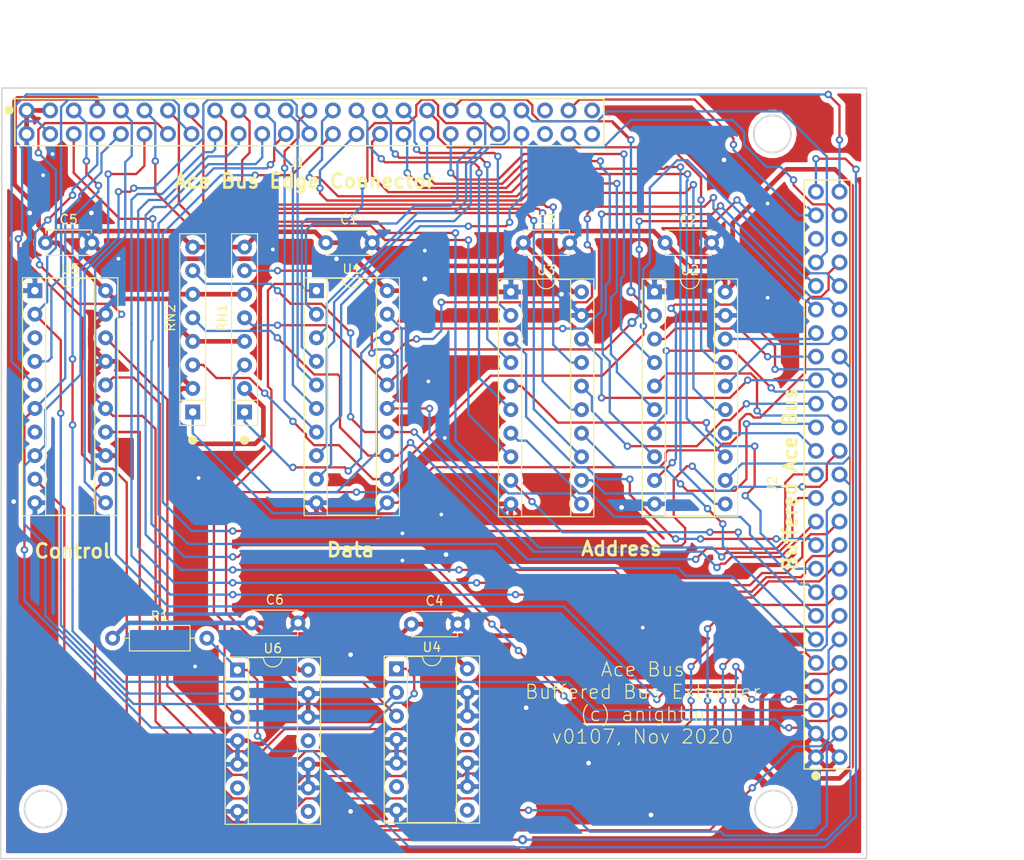
<source format=kicad_pcb>
(kicad_pcb (version 20171130) (host pcbnew "(5.0.1-3-g963ef8bb5)")
  (layers (0 F.Cu signal) (31 B.Cu signal) (34 B.Paste user hide) (35 F.Paste user hide) (36 B.SilkS user) (37 F.SilkS user) (38 B.Mask user) (39 F.Mask user) (44 Edge.Cuts user))
  (net 0 "")
  (net 1 GND)
  (net 2 /A2)
  (net 3 /A10)
  (net 4 /A9)
  (net 5 /A8)
  (net 6 /A7)
  (net 7 /A0)
  (net 8 /D1)
  (net 9 /D6)
  (net 10 /~WE)
  (net 11 /-)
  (net 12 /D5)
  (net 13 /D3)
  (net 14 /D4)
  (net 15 /A15)
  (net 16 /A14)
  (net 17 /A13)
  (net 18 /A12)
  (net 19 /A11)
  (net 20 /CLK)
  (net 21 VCC)
  (net 22 /+9V)
  (net 23 /~INT)
  (net 24 /~NMI)
  (net 25 /~HALT)
  (net 26 /~MREQ)
  (net 27 /~IORQ)
  (net 28 /~RD)
  (net 29 /~WR)
  (net 30 /~BUSACK)
  (net 31 /~WAIT)
  (net 32 /~BUSREQ)
  (net 33 /~RESET)
  (net 34 /~M1)
  (net 35 /~ACEROMCS)
  (net 36 /D7)
  (net 37 /D2)
  (net 38 /D0)
  (net 39 /A1)
  (net 40 /A3)
  (net 41 /A4)
  (net 42 /A5)
  (net 43 /A6)
  (net 44 /~RFSH)
  (net 45 /D1')
  (net 46 /D6')
  (net 47 /D5')
  (net 48 /D3')
  (net 49 /D4')
  (net 50 /D7')
  (net 51 /D2')
  (net 52 /D0')
  (net 53 /A2')
  (net 54 /A10')
  (net 55 /A9')
  (net 56 /A8')
  (net 57 /A7')
  (net 58 /A0')
  (net 59 /A15')
  (net 60 /A14')
  (net 61 /A13')
  (net 62 /A12')
  (net 63 /A11')
  (net 64 /A1')
  (net 65 /A3')
  (net 66 /A4')
  (net 67 /A5')
  (net 68 /A6')
  (net 69 /~MREQ')
  (net 70 /~IORQ')
  (net 71 /~RD')
  (net 72 /~WR')
  (net 73 /ExtDir)
  (net 74 /~M1')
  (net 75 /CLK')
  (net 76 /BufDir)
  (net 77 /SysRD)
  (module Connector_PinHeader_2.54mm:Ace_Bus_Pin_Header (layer F.Cu) (at 127.127 57.658)
    (fp_text reference J1 (at 0 4.318) (layer F.SilkS))
    (fp_text value AceBUS_Pin_Header)
    (pad A14 thru_hole circle (at 3.81 -1.27) (size 1.7 1.7) (drill 1) (layers *.Cu *.Mask) (net 2 /A2))
    (pad A15 thru_hole circle (at 6.35 -1.27) (size 1.7 1.7) (drill 1) (layers *.Cu *.Mask) (net 3 /A10))
    (pad A16 thru_hole circle (at 8.89 -1.27) (size 1.7 1.7) (drill 1) (layers *.Cu *.Mask) (net 4 /A9))
    (pad A17 thru_hole circle (at 11.43 -1.27) (size 1.7 1.7) (drill 1) (layers *.Cu *.Mask) (net 5 /A8))
    (pad A18 thru_hole circle (at 13.97 -1.27) (size 1.7 1.7) (drill 1) (layers *.Cu *.Mask) (net 6 /A7))
    (pad A19 thru_hole circle (at 16.51 -1.27) (size 1.7 1.7) (drill 1) (layers *.Cu *.Mask) (net 7 /A0))
    (pad A20 thru_hole circle (at 19.05 -1.27) (size 1.7 1.7) (drill 1) (layers *.Cu *.Mask) (net 8 /D1))
    (pad A21 thru_hole circle (at 21.59 -1.27) (size 1.7 1.7) (drill 1) (layers *.Cu *.Mask) (net 9 /D6))
    (pad A22 thru_hole circle (at 24.13 -1.27) (size 1.7 1.7) (drill 1) (layers *.Cu *.Mask) (net 10 /~WE))
    (pad "" thru_hole circle (at 26.67 -1.27) (size 1.7 1.7) (drill 1) (layers *.Cu *.Mask))
    (pad A24 thru_hole circle (at 29.21 -1.27) (size 1.7 1.7) (drill 1) (layers *.Cu *.Mask) (net 11 /-))
    (pad A13 thru_hole circle (at 1.27 -1.27) (size 1.7 1.7) (drill 1) (layers *.Cu *.Mask) (net 12 /D5))
    (pad A12 thru_hole circle (at -1.27 -1.27) (size 1.7 1.7) (drill 1) (layers *.Cu *.Mask) (net 13 /D3))
    (pad A11 thru_hole circle (at -3.81 -1.27) (size 1.7 1.7) (drill 1) (layers *.Cu *.Mask) (net 14 /D4))
    (pad A10 thru_hole circle (at -6.35 -1.27) (size 1.7 1.7) (drill 1) (layers *.Cu *.Mask) (net 15 /A15))
    (pad A9 thru_hole circle (at -8.89 -1.27) (size 1.7 1.7) (drill 1) (layers *.Cu *.Mask) (net 16 /A14))
    (pad A8 thru_hole circle (at -11.43 -1.27) (size 1.7 1.7) (drill 1) (layers *.Cu *.Mask) (net 17 /A13))
    (pad A7 thru_hole circle (at -13.97 -1.27) (size 1.7 1.7) (drill 1) (layers *.Cu *.Mask) (net 18 /A12))
    (pad A6 thru_hole circle (at -16.51 -1.27) (size 1.7 1.7) (drill 1) (layers *.Cu *.Mask) (net 19 /A11))
    (pad A5 thru_hole circle (at -19.05 -1.27) (size 1.7 1.7) (drill 1) (layers *.Cu *.Mask) (net 20 /CLK))
    (pad A4 thru_hole circle (at -21.59 -1.27) (size 1.7 1.7) (drill 1) (layers *.Cu *.Mask) (net 21 VCC))
    (pad A3 thru_hole circle (at -24.13 -1.27) (size 1.7 1.7) (drill 1) (layers *.Cu *.Mask) (net 22 /+9V))
    (pad A2 thru_hole circle (at -26.67 -1.27) (size 1.7 1.7) (drill 1) (layers *.Cu *.Mask) (net 1 GND))
    (pad A1 thru_hole circle (at -29.21 -1.27) (size 1.7 1.7) (drill 1) (layers *.Cu *.Mask) (net 1 GND))
    (pad B1 thru_hole circle (at -29.21 1.27) (size 1.7 1.7) (drill 1) (layers *.Cu *.Mask) (net 1 GND))
    (pad B2 thru_hole circle (at -26.67 1.27) (size 1.7 1.7) (drill 1) (layers *.Cu *.Mask) (net 23 /~INT))
    (pad B3 thru_hole circle (at -24.13 1.27) (size 1.7 1.7) (drill 1) (layers *.Cu *.Mask) (net 24 /~NMI))
    (pad B4 thru_hole circle (at -21.59 1.27) (size 1.7 1.7) (drill 1) (layers *.Cu *.Mask) (net 25 /~HALT))
    (pad B5 thru_hole circle (at -19.05 1.27) (size 1.7 1.7) (drill 1) (layers *.Cu *.Mask) (net 26 /~MREQ))
    (pad B6 thru_hole circle (at -16.51 1.27) (size 1.7 1.7) (drill 1) (layers *.Cu *.Mask) (net 27 /~IORQ))
    (pad B7 thru_hole circle (at -13.97 1.27) (size 1.7 1.7) (drill 1) (layers *.Cu *.Mask) (net 28 /~RD))
    (pad B8 thru_hole circle (at -11.43 1.27) (size 1.7 1.7) (drill 1) (layers *.Cu *.Mask) (net 29 /~WR))
    (pad B9 thru_hole circle (at -8.89 1.27) (size 1.7 1.7) (drill 1) (layers *.Cu *.Mask) (net 30 /~BUSACK))
    (pad B10 thru_hole circle (at -6.35 1.27) (size 1.7 1.7) (drill 1) (layers *.Cu *.Mask) (net 31 /~WAIT))
    (pad B11 thru_hole circle (at -3.81 1.27) (size 1.7 1.7) (drill 1) (layers *.Cu *.Mask) (net 32 /~BUSREQ))
    (pad B12 thru_hole circle (at -1.27 1.27) (size 1.7 1.7) (drill 1) (layers *.Cu *.Mask) (net 33 /~RESET))
    (pad B13 thru_hole circle (at 1.27 1.27) (size 1.7 1.7) (drill 1) (layers *.Cu *.Mask) (net 34 /~M1))
    (pad B24 thru_hole circle (at 29.21 1.27) (size 1.7 1.7) (drill 1) (layers *.Cu *.Mask) (net 35 /~ACEROMCS))
    (pad "" thru_hole circle (at 26.67 1.27) (size 1.7 1.7) (drill 1) (layers *.Cu *.Mask))
    (pad B22 thru_hole circle (at 24.13 1.27) (size 1.7 1.7) (drill 1) (layers *.Cu *.Mask) (net 36 /D7))
    (pad B21 thru_hole circle (at 21.59 1.27) (size 1.7 1.7) (drill 1) (layers *.Cu *.Mask) (net 37 /D2))
    (pad B20 thru_hole circle (at 19.05 1.27) (size 1.7 1.7) (drill 1) (layers *.Cu *.Mask) (net 38 /D0))
    (pad B19 thru_hole circle (at 16.51 1.27) (size 1.7 1.7) (drill 1) (layers *.Cu *.Mask) (net 39 /A1))
    (pad B18 thru_hole circle (at 13.97 1.27) (size 1.7 1.7) (drill 1) (layers *.Cu *.Mask) (net 40 /A3))
    (pad B17 thru_hole circle (at 11.43 1.27) (size 1.7 1.7) (drill 1) (layers *.Cu *.Mask) (net 41 /A4))
    (pad B16 thru_hole circle (at 8.89 1.27) (size 1.7 1.7) (drill 1) (layers *.Cu *.Mask) (net 42 /A5))
    (pad B15 thru_hole circle (at 6.35 1.27) (size 1.7 1.7) (drill 1) (layers *.Cu *.Mask) (net 43 /A6))
    (pad B14 thru_hole circle (at 3.81 1.27) (size 1.7 1.7) (drill 1) (layers *.Cu *.Mask) (net 44 /~RFSH))
    (pad A25 thru_hole circle (at 31.75 -1.27) (size 1.7 1.7) (drill 1) (layers *.Cu *.Mask))
    (pad B25 thru_hole circle (at 31.75 1.27) (size 1.7 1.7) (drill 1) (layers *.Cu *.Mask))
  )
  (module Package_DIP:DIP-20_W7.62mm_Socket (layer F.Cu) (at 98.806 75.819)
    (fp_text reference U5 (at 3.81 -2.33) (layer F.SilkS))
    (fp_text value 74LS244)
    (pad 1 thru_hole rect (at 0 0) (size 1.6 1.6) (drill 0.8) (layers *.Cu *.Mask) (net 1 GND))
    (pad 11 thru_hole oval (at 7.62 22.86) (size 1.6 1.6) (drill 0.8) (layers *.Cu *.Mask) (net 34 /~M1))
    (pad 2 thru_hole oval (at 0 2.54) (size 1.6 1.6) (drill 0.8) (layers *.Cu *.Mask) (net 28 /~RD))
    (pad 12 thru_hole oval (at 7.62 20.32) (size 1.6 1.6) (drill 0.8) (layers *.Cu *.Mask) (net 70 /~IORQ'))
    (pad 3 thru_hole oval (at 0 5.08) (size 1.6 1.6) (drill 0.8) (layers *.Cu *.Mask))
    (pad 13 thru_hole oval (at 7.62 17.78) (size 1.6 1.6) (drill 0.8) (layers *.Cu *.Mask) (net 1 GND))
    (pad 4 thru_hole oval (at 0 7.62) (size 1.6 1.6) (drill 0.8) (layers *.Cu *.Mask) (net 29 /~WR))
    (pad 14 thru_hole oval (at 7.62 15.24) (size 1.6 1.6) (drill 0.8) (layers *.Cu *.Mask) (net 69 /~MREQ'))
    (pad 5 thru_hole oval (at 0 10.16) (size 1.6 1.6) (drill 0.8) (layers *.Cu *.Mask) (net 75 /CLK'))
    (pad 15 thru_hole oval (at 7.62 12.7) (size 1.6 1.6) (drill 0.8) (layers *.Cu *.Mask) (net 20 /CLK))
    (pad 6 thru_hole oval (at 0 12.7) (size 1.6 1.6) (drill 0.8) (layers *.Cu *.Mask) (net 26 /~MREQ))
    (pad 16 thru_hole oval (at 7.62 10.16) (size 1.6 1.6) (drill 0.8) (layers *.Cu *.Mask) (net 72 /~WR'))
    (pad 7 thru_hole oval (at 0 15.24) (size 1.6 1.6) (drill 0.8) (layers *.Cu *.Mask))
    (pad 17 thru_hole oval (at 7.62 7.62) (size 1.6 1.6) (drill 0.8) (layers *.Cu *.Mask) (net 1 GND))
    (pad 8 thru_hole oval (at 0 17.78) (size 1.6 1.6) (drill 0.8) (layers *.Cu *.Mask) (net 27 /~IORQ))
    (pad 18 thru_hole oval (at 7.62 5.08) (size 1.6 1.6) (drill 0.8) (layers *.Cu *.Mask) (net 71 /~RD'))
    (pad 9 thru_hole oval (at 0 20.32) (size 1.6 1.6) (drill 0.8) (layers *.Cu *.Mask) (net 74 /~M1'))
    (pad 19 thru_hole oval (at 7.62 2.54) (size 1.6 1.6) (drill 0.8) (layers *.Cu *.Mask) (net 1 GND))
    (pad 10 thru_hole oval (at 0 22.86) (size 1.6 1.6) (drill 0.8) (layers *.Cu *.Mask) (net 1 GND))
    (pad 20 thru_hole oval (at 7.62 0) (size 1.6 1.6) (drill 0.8) (layers *.Cu *.Mask) (net 21 VCC))
  )
  (module Package_DIP:DIP-14_W7.62mm_Socket (layer F.Cu) (at 137.795 116.586)
    (fp_text reference U4 (at 3.81 -2.33) (layer F.SilkS))
    (fp_text value 74LS08)
    (pad 1 thru_hole rect (at 0 0) (size 1.6 1.6) (drill 0.8) (layers *.Cu *.Mask) (net 26 /~MREQ))
    (pad 8 thru_hole oval (at 7.62 15.24) (size 1.6 1.6) (drill 0.8) (layers *.Cu *.Mask))
    (pad 2 thru_hole oval (at 0 2.54) (size 1.6 1.6) (drill 0.8) (layers *.Cu *.Mask) (net 27 /~IORQ))
    (pad 9 thru_hole oval (at 7.62 12.7) (size 1.6 1.6) (drill 0.8) (layers *.Cu *.Mask) (net 1 GND))
    (pad 3 thru_hole oval (at 0 5.08) (size 1.6 1.6) (drill 0.8) (layers *.Cu *.Mask) (net 77 /SysRD))
    (pad 10 thru_hole oval (at 7.62 10.16) (size 1.6 1.6) (drill 0.8) (layers *.Cu *.Mask) (net 1 GND))
    (pad 4 thru_hole oval (at 0 7.62) (size 1.6 1.6) (drill 0.8) (layers *.Cu *.Mask) (net 1 GND))
    (pad 11 thru_hole oval (at 7.62 7.62) (size 1.6 1.6) (drill 0.8) (layers *.Cu *.Mask))
    (pad 5 thru_hole oval (at 0 10.16) (size 1.6 1.6) (drill 0.8) (layers *.Cu *.Mask) (net 1 GND))
    (pad 12 thru_hole oval (at 7.62 5.08) (size 1.6 1.6) (drill 0.8) (layers *.Cu *.Mask) (net 1 GND))
    (pad 6 thru_hole oval (at 0 12.7) (size 1.6 1.6) (drill 0.8) (layers *.Cu *.Mask))
    (pad 13 thru_hole oval (at 7.62 2.54) (size 1.6 1.6) (drill 0.8) (layers *.Cu *.Mask) (net 1 GND))
    (pad 7 thru_hole oval (at 0 15.24) (size 1.6 1.6) (drill 0.8) (layers *.Cu *.Mask) (net 1 GND))
    (pad 14 thru_hole oval (at 7.62 0) (size 1.6 1.6) (drill 0.8) (layers *.Cu *.Mask) (net 21 VCC))
  )
  (module Package_DIP:DIP-14_W7.62mm_Socket (layer F.Cu) (at 120.65 116.713)
    (fp_text reference U6 (at 3.81 -2.33) (layer F.SilkS))
    (fp_text value 74LS32)
    (pad 1 thru_hole rect (at 0 0) (size 1.6 1.6) (drill 0.8) (layers *.Cu *.Mask) (net 73 /ExtDir))
    (pad 8 thru_hole oval (at 7.62 15.24) (size 1.6 1.6) (drill 0.8) (layers *.Cu *.Mask))
    (pad 2 thru_hole oval (at 0 2.54) (size 1.6 1.6) (drill 0.8) (layers *.Cu *.Mask) (net 28 /~RD))
    (pad 9 thru_hole oval (at 7.62 12.7) (size 1.6 1.6) (drill 0.8) (layers *.Cu *.Mask) (net 1 GND))
    (pad 3 thru_hole oval (at 0 5.08) (size 1.6 1.6) (drill 0.8) (layers *.Cu *.Mask) (net 76 /BufDir))
    (pad 10 thru_hole oval (at 7.62 10.16) (size 1.6 1.6) (drill 0.8) (layers *.Cu *.Mask) (net 1 GND))
    (pad 4 thru_hole oval (at 0 7.62) (size 1.6 1.6) (drill 0.8) (layers *.Cu *.Mask) (net 1 GND))
    (pad 11 thru_hole oval (at 7.62 7.62) (size 1.6 1.6) (drill 0.8) (layers *.Cu *.Mask))
    (pad 5 thru_hole oval (at 0 10.16) (size 1.6 1.6) (drill 0.8) (layers *.Cu *.Mask) (net 1 GND))
    (pad 12 thru_hole oval (at 7.62 5.08) (size 1.6 1.6) (drill 0.8) (layers *.Cu *.Mask) (net 1 GND))
    (pad 6 thru_hole oval (at 0 12.7) (size 1.6 1.6) (drill 0.8) (layers *.Cu *.Mask))
    (pad 13 thru_hole oval (at 7.62 2.54) (size 1.6 1.6) (drill 0.8) (layers *.Cu *.Mask) (net 1 GND))
    (pad 7 thru_hole oval (at 0 15.24) (size 1.6 1.6) (drill 0.8) (layers *.Cu *.Mask) (net 1 GND))
    (pad 14 thru_hole oval (at 7.62 0) (size 1.6 1.6) (drill 0.8) (layers *.Cu *.Mask) (net 21 VCC))
  )
  (module Package_DIP:DIP-20_W7.62mm_Socket (layer F.Cu) (at 129.159 75.819)
    (fp_text reference U1 (at 3.81 -2.33) (layer F.SilkS))
    (fp_text value 74LS245)
    (pad 1 thru_hole rect (at 0 0) (size 1.6 1.6) (drill 0.8) (layers *.Cu *.Mask) (net 76 /BufDir))
    (pad 11 thru_hole oval (at 7.62 22.86) (size 1.6 1.6) (drill 0.8) (layers *.Cu *.Mask) (net 50 /D7'))
    (pad 2 thru_hole oval (at 0 2.54) (size 1.6 1.6) (drill 0.8) (layers *.Cu *.Mask) (net 38 /D0))
    (pad 12 thru_hole oval (at 7.62 20.32) (size 1.6 1.6) (drill 0.8) (layers *.Cu *.Mask) (net 46 /D6'))
    (pad 3 thru_hole oval (at 0 5.08) (size 1.6 1.6) (drill 0.8) (layers *.Cu *.Mask) (net 8 /D1))
    (pad 13 thru_hole oval (at 7.62 17.78) (size 1.6 1.6) (drill 0.8) (layers *.Cu *.Mask) (net 47 /D5'))
    (pad 4 thru_hole oval (at 0 7.62) (size 1.6 1.6) (drill 0.8) (layers *.Cu *.Mask) (net 37 /D2))
    (pad 14 thru_hole oval (at 7.62 15.24) (size 1.6 1.6) (drill 0.8) (layers *.Cu *.Mask) (net 49 /D4'))
    (pad 5 thru_hole oval (at 0 10.16) (size 1.6 1.6) (drill 0.8) (layers *.Cu *.Mask) (net 13 /D3))
    (pad 15 thru_hole oval (at 7.62 12.7) (size 1.6 1.6) (drill 0.8) (layers *.Cu *.Mask) (net 48 /D3'))
    (pad 6 thru_hole oval (at 0 12.7) (size 1.6 1.6) (drill 0.8) (layers *.Cu *.Mask) (net 14 /D4))
    (pad 16 thru_hole oval (at 7.62 10.16) (size 1.6 1.6) (drill 0.8) (layers *.Cu *.Mask) (net 51 /D2'))
    (pad 7 thru_hole oval (at 0 15.24) (size 1.6 1.6) (drill 0.8) (layers *.Cu *.Mask) (net 12 /D5))
    (pad 17 thru_hole oval (at 7.62 7.62) (size 1.6 1.6) (drill 0.8) (layers *.Cu *.Mask) (net 45 /D1'))
    (pad 8 thru_hole oval (at 0 17.78) (size 1.6 1.6) (drill 0.8) (layers *.Cu *.Mask) (net 9 /D6))
    (pad 18 thru_hole oval (at 7.62 5.08) (size 1.6 1.6) (drill 0.8) (layers *.Cu *.Mask) (net 52 /D0'))
    (pad 9 thru_hole oval (at 0 20.32) (size 1.6 1.6) (drill 0.8) (layers *.Cu *.Mask) (net 36 /D7))
    (pad 19 thru_hole oval (at 7.62 2.54) (size 1.6 1.6) (drill 0.8) (layers *.Cu *.Mask) (net 77 /SysRD))
    (pad 10 thru_hole oval (at 0 22.86) (size 1.6 1.6) (drill 0.8) (layers *.Cu *.Mask) (net 1 GND))
    (pad 20 thru_hole oval (at 7.62 0) (size 1.6 1.6) (drill 0.8) (layers *.Cu *.Mask) (net 21 VCC))
  )
  (module Package_DIP:DIP-20_W7.62mm_Socket (layer F.Cu) (at 165.608 75.946)
    (fp_text reference U2 (at 3.81 -2.33) (layer F.SilkS))
    (fp_text value 74LS244)
    (pad 20 thru_hole oval (at 7.62 0) (size 1.6 1.6) (drill 0.8) (layers *.Cu *.Mask) (net 21 VCC))
    (pad 10 thru_hole oval (at 0 22.86) (size 1.6 1.6) (drill 0.8) (layers *.Cu *.Mask) (net 1 GND))
    (pad 19 thru_hole oval (at 7.62 2.54) (size 1.6 1.6) (drill 0.8) (layers *.Cu *.Mask) (net 1 GND))
    (pad 9 thru_hole oval (at 0 20.32) (size 1.6 1.6) (drill 0.8) (layers *.Cu *.Mask) (net 66 /A4'))
    (pad 18 thru_hole oval (at 7.62 5.08) (size 1.6 1.6) (drill 0.8) (layers *.Cu *.Mask) (net 58 /A0'))
    (pad 8 thru_hole oval (at 0 17.78) (size 1.6 1.6) (drill 0.8) (layers *.Cu *.Mask) (net 40 /A3))
    (pad 17 thru_hole oval (at 7.62 7.62) (size 1.6 1.6) (drill 0.8) (layers *.Cu *.Mask) (net 6 /A7))
    (pad 7 thru_hole oval (at 0 15.24) (size 1.6 1.6) (drill 0.8) (layers *.Cu *.Mask) (net 67 /A5'))
    (pad 16 thru_hole oval (at 7.62 10.16) (size 1.6 1.6) (drill 0.8) (layers *.Cu *.Mask) (net 64 /A1'))
    (pad 6 thru_hole oval (at 0 12.7) (size 1.6 1.6) (drill 0.8) (layers *.Cu *.Mask) (net 2 /A2))
    (pad 15 thru_hole oval (at 7.62 12.7) (size 1.6 1.6) (drill 0.8) (layers *.Cu *.Mask) (net 43 /A6))
    (pad 5 thru_hole oval (at 0 10.16) (size 1.6 1.6) (drill 0.8) (layers *.Cu *.Mask) (net 68 /A6'))
    (pad 14 thru_hole oval (at 7.62 15.24) (size 1.6 1.6) (drill 0.8) (layers *.Cu *.Mask) (net 53 /A2'))
    (pad 4 thru_hole oval (at 0 7.62) (size 1.6 1.6) (drill 0.8) (layers *.Cu *.Mask) (net 39 /A1))
    (pad 13 thru_hole oval (at 7.62 17.78) (size 1.6 1.6) (drill 0.8) (layers *.Cu *.Mask) (net 42 /A5))
    (pad 3 thru_hole oval (at 0 5.08) (size 1.6 1.6) (drill 0.8) (layers *.Cu *.Mask) (net 57 /A7'))
    (pad 12 thru_hole oval (at 7.62 20.32) (size 1.6 1.6) (drill 0.8) (layers *.Cu *.Mask) (net 65 /A3'))
    (pad 2 thru_hole oval (at 0 2.54) (size 1.6 1.6) (drill 0.8) (layers *.Cu *.Mask) (net 7 /A0))
    (pad 11 thru_hole oval (at 7.62 22.86) (size 1.6 1.6) (drill 0.8) (layers *.Cu *.Mask) (net 41 /A4))
    (pad 1 thru_hole rect (at 0 0) (size 1.6 1.6) (drill 0.8) (layers *.Cu *.Mask) (net 1 GND))
  )
  (module Package_DIP:DIP-20_W7.62mm_Socket (layer F.Cu) (at 150.114 75.946)
    (fp_text reference U3 (at 3.81 -2.33) (layer F.SilkS))
    (fp_text value 74LS244)
    (pad 1 thru_hole rect (at 0 0) (size 1.6 1.6) (drill 0.8) (layers *.Cu *.Mask) (net 1 GND))
    (pad 11 thru_hole oval (at 7.62 22.86) (size 1.6 1.6) (drill 0.8) (layers *.Cu *.Mask) (net 18 /A12))
    (pad 2 thru_hole oval (at 0 2.54) (size 1.6 1.6) (drill 0.8) (layers *.Cu *.Mask) (net 5 /A8))
    (pad 12 thru_hole oval (at 7.62 20.32) (size 1.6 1.6) (drill 0.8) (layers *.Cu *.Mask) (net 63 /A11'))
    (pad 3 thru_hole oval (at 0 5.08) (size 1.6 1.6) (drill 0.8) (layers *.Cu *.Mask) (net 59 /A15'))
    (pad 13 thru_hole oval (at 7.62 17.78) (size 1.6 1.6) (drill 0.8) (layers *.Cu *.Mask) (net 17 /A13))
    (pad 4 thru_hole oval (at 0 7.62) (size 1.6 1.6) (drill 0.8) (layers *.Cu *.Mask) (net 4 /A9))
    (pad 14 thru_hole oval (at 7.62 15.24) (size 1.6 1.6) (drill 0.8) (layers *.Cu *.Mask) (net 54 /A10'))
    (pad 5 thru_hole oval (at 0 10.16) (size 1.6 1.6) (drill 0.8) (layers *.Cu *.Mask) (net 60 /A14'))
    (pad 15 thru_hole oval (at 7.62 12.7) (size 1.6 1.6) (drill 0.8) (layers *.Cu *.Mask) (net 16 /A14))
    (pad 6 thru_hole oval (at 0 12.7) (size 1.6 1.6) (drill 0.8) (layers *.Cu *.Mask) (net 3 /A10))
    (pad 16 thru_hole oval (at 7.62 10.16) (size 1.6 1.6) (drill 0.8) (layers *.Cu *.Mask) (net 55 /A9'))
    (pad 7 thru_hole oval (at 0 15.24) (size 1.6 1.6) (drill 0.8) (layers *.Cu *.Mask) (net 61 /A13'))
    (pad 17 thru_hole oval (at 7.62 7.62) (size 1.6 1.6) (drill 0.8) (layers *.Cu *.Mask) (net 15 /A15))
    (pad 8 thru_hole oval (at 0 17.78) (size 1.6 1.6) (drill 0.8) (layers *.Cu *.Mask) (net 19 /A11))
    (pad 18 thru_hole oval (at 7.62 5.08) (size 1.6 1.6) (drill 0.8) (layers *.Cu *.Mask) (net 56 /A8'))
    (pad 9 thru_hole oval (at 0 20.32) (size 1.6 1.6) (drill 0.8) (layers *.Cu *.Mask) (net 62 /A12'))
    (pad 19 thru_hole oval (at 7.62 2.54) (size 1.6 1.6) (drill 0.8) (layers *.Cu *.Mask) (net 1 GND))
    (pad 10 thru_hole oval (at 0 22.86) (size 1.6 1.6) (drill 0.8) (layers *.Cu *.Mask) (net 1 GND))
    (pad 20 thru_hole oval (at 7.62 0) (size 1.6 1.6) (drill 0.8) (layers *.Cu *.Mask) (net 21 VCC))
  )
  (module Resistor_THT:R_Array_SIP8 (layer F.Cu) (at 121.412 88.903 90)
    (fp_text reference RN1 (at 10.16 -2.4 90) (layer F.SilkS))
    (fp_text value 4K7)
    (pad 8 thru_hole oval (at 17.78 0 90) (size 1.6 1.6) (drill 0.8) (layers *.Cu *.Mask) (net 21 VCC))
    (pad 7 thru_hole oval (at 15.24 0 90) (size 1.6 1.6) (drill 0.8) (layers *.Cu *.Mask) (net 48 /D3'))
    (pad 6 thru_hole oval (at 12.7 0 90) (size 1.6 1.6) (drill 0.8) (layers *.Cu *.Mask) (net 21 VCC))
    (pad 5 thru_hole oval (at 10.16 0 90) (size 1.6 1.6) (drill 0.8) (layers *.Cu *.Mask) (net 51 /D2'))
    (pad 4 thru_hole oval (at 7.62 0 90) (size 1.6 1.6) (drill 0.8) (layers *.Cu *.Mask) (net 21 VCC))
    (pad 3 thru_hole oval (at 5.08 0 90) (size 1.6 1.6) (drill 0.8) (layers *.Cu *.Mask) (net 45 /D1'))
    (pad 2 thru_hole oval (at 2.54 0 90) (size 1.6 1.6) (drill 0.8) (layers *.Cu *.Mask) (net 21 VCC))
    (pad 1 thru_hole rect (at 0 0 90) (size 1.6 1.6) (drill 0.8) (layers *.Cu *.Mask) (net 52 /D0'))
  )
  (module Resistor_THT:R_Array_SIP8 (layer F.Cu) (at 115.824 88.903 90)
    (fp_text reference RN2 (at 10.16 -2.4 90) (layer F.SilkS))
    (fp_text value 4K7)
    (pad 1 thru_hole rect (at 0 0 90) (size 1.6 1.6) (drill 0.8) (layers *.Cu *.Mask) (net 50 /D7'))
    (pad 2 thru_hole oval (at 2.54 0 90) (size 1.6 1.6) (drill 0.8) (layers *.Cu *.Mask) (net 21 VCC))
    (pad 3 thru_hole oval (at 5.08 0 90) (size 1.6 1.6) (drill 0.8) (layers *.Cu *.Mask) (net 46 /D6'))
    (pad 4 thru_hole oval (at 7.62 0 90) (size 1.6 1.6) (drill 0.8) (layers *.Cu *.Mask) (net 21 VCC))
    (pad 5 thru_hole oval (at 10.16 0 90) (size 1.6 1.6) (drill 0.8) (layers *.Cu *.Mask) (net 47 /D5'))
    (pad 6 thru_hole oval (at 12.7 0 90) (size 1.6 1.6) (drill 0.8) (layers *.Cu *.Mask) (net 21 VCC))
    (pad 7 thru_hole oval (at 15.24 0 90) (size 1.6 1.6) (drill 0.8) (layers *.Cu *.Mask) (net 49 /D4'))
    (pad 8 thru_hole oval (at 17.78 0 90) (size 1.6 1.6) (drill 0.8) (layers *.Cu *.Mask) (net 21 VCC))
  )
  (module Capacitor_THT:C_Disc_D4.7mm_W2.5mm_P5.00mm (layer F.Cu) (at 130.175 70.649)
    (fp_text reference C1 (at 2.5 -2.5) (layer F.SilkS))
    (fp_text value 100n)
    (pad 1 thru_hole circle (at 0 0) (size 1.6 1.6) (drill 0.8) (layers *.Cu *.Mask) (net 21 VCC))
    (pad 2 thru_hole circle (at 5 0) (size 1.6 1.6) (drill 0.8) (layers *.Cu *.Mask) (net 1 GND))
  )
  (module Capacitor_THT:C_Disc_D4.7mm_W2.5mm_P5.00mm (layer F.Cu) (at 166.751 70.649)
    (fp_text reference C2 (at 2.5 -2.5) (layer F.SilkS))
    (fp_text value 100n)
    (pad 2 thru_hole circle (at 5 0) (size 1.6 1.6) (drill 0.8) (layers *.Cu *.Mask) (net 1 GND))
    (pad 1 thru_hole circle (at 0 0) (size 1.6 1.6) (drill 0.8) (layers *.Cu *.Mask) (net 21 VCC))
  )
  (module Connector_PinHeader_2.54mm:Ace_Bus_Pin_Header (layer F.Cu) (at 184.277 96.901 90)
    (fp_text reference J2 (at 0.254 -5.969 90) (layer F.SilkS))
    (fp_text value AceBUS_Pin_Header)
    (pad A14 thru_hole circle (at 3.81 -1.27 90) (size 1.7 1.7) (drill 1) (layers *.Cu *.Mask) (net 53 /A2'))
    (pad A15 thru_hole circle (at 6.35 -1.27 90) (size 1.7 1.7) (drill 1) (layers *.Cu *.Mask) (net 54 /A10'))
    (pad A16 thru_hole circle (at 8.89 -1.27 90) (size 1.7 1.7) (drill 1) (layers *.Cu *.Mask) (net 55 /A9'))
    (pad A17 thru_hole circle (at 11.43 -1.27 90) (size 1.7 1.7) (drill 1) (layers *.Cu *.Mask) (net 56 /A8'))
    (pad A18 thru_hole circle (at 13.97 -1.27 90) (size 1.7 1.7) (drill 1) (layers *.Cu *.Mask) (net 57 /A7'))
    (pad A19 thru_hole circle (at 16.51 -1.27 90) (size 1.7 1.7) (drill 1) (layers *.Cu *.Mask) (net 58 /A0'))
    (pad A20 thru_hole circle (at 19.05 -1.27 90) (size 1.7 1.7) (drill 1) (layers *.Cu *.Mask) (net 45 /D1'))
    (pad A21 thru_hole circle (at 21.59 -1.27 90) (size 1.7 1.7) (drill 1) (layers *.Cu *.Mask) (net 46 /D6'))
    (pad A22 thru_hole circle (at 24.13 -1.27 90) (size 1.7 1.7) (drill 1) (layers *.Cu *.Mask) (net 10 /~WE))
    (pad "" thru_hole circle (at 26.67 -1.27 90) (size 1.7 1.7) (drill 1) (layers *.Cu *.Mask))
    (pad A24 thru_hole circle (at 29.21 -1.27 90) (size 1.7 1.7) (drill 1) (layers *.Cu *.Mask) (net 11 /-))
    (pad A13 thru_hole circle (at 1.27 -1.27 90) (size 1.7 1.7) (drill 1) (layers *.Cu *.Mask) (net 47 /D5'))
    (pad A12 thru_hole circle (at -1.27 -1.27 90) (size 1.7 1.7) (drill 1) (layers *.Cu *.Mask) (net 48 /D3'))
    (pad A11 thru_hole circle (at -3.81 -1.27 90) (size 1.7 1.7) (drill 1) (layers *.Cu *.Mask) (net 49 /D4'))
    (pad A10 thru_hole circle (at -6.35 -1.27 90) (size 1.7 1.7) (drill 1) (layers *.Cu *.Mask) (net 59 /A15'))
    (pad A9 thru_hole circle (at -8.89 -1.27 90) (size 1.7 1.7) (drill 1) (layers *.Cu *.Mask) (net 60 /A14'))
    (pad A8 thru_hole circle (at -11.43 -1.27 90) (size 1.7 1.7) (drill 1) (layers *.Cu *.Mask) (net 61 /A13'))
    (pad A7 thru_hole circle (at -13.97 -1.27 90) (size 1.7 1.7) (drill 1) (layers *.Cu *.Mask) (net 62 /A12'))
    (pad A6 thru_hole circle (at -16.51 -1.27 90) (size 1.7 1.7) (drill 1) (layers *.Cu *.Mask) (net 63 /A11'))
    (pad A5 thru_hole circle (at -19.05 -1.27 90) (size 1.7 1.7) (drill 1) (layers *.Cu *.Mask) (net 20 /CLK))
    (pad A4 thru_hole circle (at -21.59 -1.27 90) (size 1.7 1.7) (drill 1) (layers *.Cu *.Mask) (net 21 VCC))
    (pad A3 thru_hole circle (at -24.13 -1.27 90) (size 1.7 1.7) (drill 1) (layers *.Cu *.Mask) (net 22 /+9V))
    (pad A2 thru_hole circle (at -26.67 -1.27 90) (size 1.7 1.7) (drill 1) (layers *.Cu *.Mask) (net 1 GND))
    (pad A1 thru_hole circle (at -29.21 -1.27 90) (size 1.7 1.7) (drill 1) (layers *.Cu *.Mask) (net 1 GND))
    (pad B1 thru_hole circle (at -29.21 1.27 90) (size 1.7 1.7) (drill 1) (layers *.Cu *.Mask) (net 1 GND))
    (pad B2 thru_hole circle (at -26.67 1.27 90) (size 1.7 1.7) (drill 1) (layers *.Cu *.Mask) (net 23 /~INT))
    (pad B3 thru_hole circle (at -24.13 1.27 90) (size 1.7 1.7) (drill 1) (layers *.Cu *.Mask) (net 24 /~NMI))
    (pad B4 thru_hole circle (at -21.59 1.27 90) (size 1.7 1.7) (drill 1) (layers *.Cu *.Mask) (net 25 /~HALT))
    (pad B5 thru_hole circle (at -19.05 1.27 90) (size 1.7 1.7) (drill 1) (layers *.Cu *.Mask) (net 69 /~MREQ'))
    (pad B6 thru_hole circle (at -16.51 1.27 90) (size 1.7 1.7) (drill 1) (layers *.Cu *.Mask) (net 70 /~IORQ'))
    (pad B7 thru_hole circle (at -13.97 1.27 90) (size 1.7 1.7) (drill 1) (layers *.Cu *.Mask) (net 71 /~RD'))
    (pad B8 thru_hole circle (at -11.43 1.27 90) (size 1.7 1.7) (drill 1) (layers *.Cu *.Mask) (net 72 /~WR'))
    (pad B9 thru_hole circle (at -8.89 1.27 90) (size 1.7 1.7) (drill 1) (layers *.Cu *.Mask) (net 30 /~BUSACK))
    (pad B10 thru_hole circle (at -6.35 1.27 90) (size 1.7 1.7) (drill 1) (layers *.Cu *.Mask) (net 31 /~WAIT))
    (pad B11 thru_hole circle (at -3.81 1.27 90) (size 1.7 1.7) (drill 1) (layers *.Cu *.Mask) (net 32 /~BUSREQ))
    (pad B12 thru_hole circle (at -1.27 1.27 90) (size 1.7 1.7) (drill 1) (layers *.Cu *.Mask) (net 33 /~RESET))
    (pad B13 thru_hole circle (at 1.27 1.27 90) (size 1.7 1.7) (drill 1) (layers *.Cu *.Mask) (net 74 /~M1'))
    (pad B24 thru_hole circle (at 29.21 1.27 90) (size 1.7 1.7) (drill 1) (layers *.Cu *.Mask) (net 35 /~ACEROMCS))
    (pad "" thru_hole circle (at 26.67 1.27 90) (size 1.7 1.7) (drill 1) (layers *.Cu *.Mask))
    (pad B22 thru_hole circle (at 24.13 1.27 90) (size 1.7 1.7) (drill 1) (layers *.Cu *.Mask) (net 50 /D7'))
    (pad B21 thru_hole circle (at 21.59 1.27 90) (size 1.7 1.7) (drill 1) (layers *.Cu *.Mask) (net 51 /D2'))
    (pad B20 thru_hole circle (at 19.05 1.27 90) (size 1.7 1.7) (drill 1) (layers *.Cu *.Mask) (net 52 /D0'))
    (pad B19 thru_hole circle (at 16.51 1.27 90) (size 1.7 1.7) (drill 1) (layers *.Cu *.Mask) (net 64 /A1'))
    (pad B18 thru_hole circle (at 13.97 1.27 90) (size 1.7 1.7) (drill 1) (layers *.Cu *.Mask) (net 65 /A3'))
    (pad B17 thru_hole circle (at 11.43 1.27 90) (size 1.7 1.7) (drill 1) (layers *.Cu *.Mask) (net 66 /A4'))
    (pad B16 thru_hole circle (at 8.89 1.27 90) (size 1.7 1.7) (drill 1) (layers *.Cu *.Mask) (net 67 /A5'))
    (pad B15 thru_hole circle (at 6.35 1.27 90) (size 1.7 1.7) (drill 1) (layers *.Cu *.Mask) (net 68 /A6'))
    (pad B14 thru_hole circle (at 3.81 1.27 90) (size 1.7 1.7) (drill 1) (layers *.Cu *.Mask) (net 44 /~RFSH))
    (pad A25 thru_hole circle (at 31.75 -1.27 90) (size 1.7 1.7) (drill 1) (layers *.Cu *.Mask) (net 73 /ExtDir))
    (pad B25 thru_hole circle (at 31.75 1.27 90) (size 1.7 1.7) (drill 1) (layers *.Cu *.Mask) (net 75 /CLK'))
  )
  (module Capacitor_THT:C_Disc_D4.7mm_W2.5mm_P5.00mm (layer F.Cu) (at 151.464 70.649)
    (fp_text reference C3 (at 2.5 -2.5) (layer F.SilkS))
    (fp_text value 100n)
    (pad 1 thru_hole circle (at 0 0) (size 1.6 1.6) (drill 0.8) (layers *.Cu *.Mask) (net 21 VCC))
    (pad 2 thru_hole circle (at 5 0) (size 1.6 1.6) (drill 0.8) (layers *.Cu *.Mask) (net 1 GND))
  )
  (module Capacitor_THT:C_Disc_D4.7mm_W2.5mm_P5.00mm (layer F.Cu) (at 139.399 111.76)
    (fp_text reference C4 (at 2.5 -2.5) (layer F.SilkS))
    (fp_text value 100n)
    (pad 2 thru_hole circle (at 5 0) (size 1.6 1.6) (drill 0.8) (layers *.Cu *.Mask) (net 1 GND))
    (pad 1 thru_hole circle (at 0 0) (size 1.6 1.6) (drill 0.8) (layers *.Cu *.Mask) (net 21 VCC))
  )
  (module Capacitor_THT:C_Disc_D4.7mm_W2.5mm_P5.00mm (layer F.Cu) (at 99.949 70.649)
    (fp_text reference C5 (at 2.5 -2.5) (layer F.SilkS))
    (fp_text value 100n)
    (pad 1 thru_hole circle (at 0 0) (size 1.6 1.6) (drill 0.8) (layers *.Cu *.Mask) (net 21 VCC))
    (pad 2 thru_hole circle (at 5 0) (size 1.6 1.6) (drill 0.8) (layers *.Cu *.Mask) (net 1 GND))
  )
  (module Capacitor_THT:C_Disc_D4.7mm_W2.5mm_P5.00mm (layer F.Cu) (at 122.174 111.633)
    (fp_text reference C6 (at 2.5 -2.5) (layer F.SilkS))
    (fp_text value 100n)
    (pad 2 thru_hole circle (at 5 0) (size 1.6 1.6) (drill 0.8) (layers *.Cu *.Mask) (net 1 GND))
    (pad 1 thru_hole circle (at 0 0) (size 1.6 1.6) (drill 0.8) (layers *.Cu *.Mask) (net 21 VCC))
  )
  (module Resistor_THT:R_Axial_DIN0207_L6.3mm_D2.5mm_P10.16mm_Horizontal (layer F.Cu) (at 107.188 113.284)
    (fp_text reference R1 (at 5.08 -2.37) (layer F.SilkS))
    (fp_text value 1K)
    (pad 1 thru_hole circle (at 0 0) (size 1.6 1.6) (drill 0.8) (layers *.Cu *.Mask) (net 21 VCC))
    (pad 2 thru_hole oval (at 10.16 0) (size 1.6 1.6) (drill 0.8) (layers *.Cu *.Mask) (net 73 /ExtDir))
  )
  (gr_circle (center 115.824 91.927391) (end 116.205 92.054391) (layer F.SilkS) (width 0.2))
  (gr_circle (center 115.951 91.948) (end 116.078 92.075) (layer F.SilkS) (width 0.2))
  (gr_circle (center 115.824 91.948) (end 116.078 92.075) (layer F.SilkS) (width 0.2))
  (gr_circle (center 115.824 91.948) (end 115.951 91.948) (layer F.SilkS) (width 0.2))
  (gr_circle (center 121.412 91.927391) (end 121.793 92.054391) (layer F.SilkS) (width 0.2))
  (gr_circle (center 121.539 91.948) (end 121.666 92.075) (layer F.SilkS) (width 0.2))
  (gr_circle (center 121.412 91.948) (end 121.666 92.075) (layer F.SilkS) (width 0.2))
  (gr_circle (center 121.412 91.948) (end 121.539 91.948) (layer F.SilkS) (width 0.2))
  (gr_text Control (at 102.87 103.886) (layer F.SilkS) (effects (font (size 1.5 1.5) (thickness 0.3))))
  (gr_text Data (at 132.842 103.759) (layer F.SilkS) (effects (font (size 1.5 1.5) (thickness 0.3))))
  (gr_text Address (at 162.052 103.632) (layer F.SilkS) (effects (font (size 1.5 1.5) (thickness 0.3))))
  (gr_text "Ace Bus Edge Connector" (at 127.889 64.008) (layer F.SilkS) (effects (font (size 1.5 1.5) (thickness 0.3))))
  (gr_text "Buffered Ace Bus" (at 180.213 96.139 90) (layer F.SilkS) (effects (font (size 1.5 1.5) (thickness 0.3))))
  (gr_circle (center 183.007 128.143) (end 183.134 128.143) (layer F.SilkS) (width 0.2))
  (gr_circle (center 183.007 128.143) (end 183.261 128.27) (layer F.SilkS) (width 0.2))
  (gr_circle (center 183.134 128.143) (end 183.261 128.27) (layer F.SilkS) (width 0.2))
  (gr_circle (center 183.007 128.122391) (end 183.388 128.249391) (layer F.SilkS) (width 0.2))
  (gr_line (start 95.25 53.975) (end 95.377 53.975) (layer Edge.Cuts) (width 0.15))
  (gr_line (start 95.123 137.033) (end 95.25 53.975) (layer Edge.Cuts) (width 0.15))
  (gr_line (start 188.468 137.033) (end 95.123 137.033) (layer Edge.Cuts) (width 0.15))
  (gr_line (start 188.468 53.975) (end 188.468 137.033) (layer Edge.Cuts) (width 0.15))
  (gr_circle (center 178.435 131.699) (end 180.435 131.699) (layer Edge.Cuts) (width 0.2))
  (gr_circle (center 99.695 131.699) (end 101.695 131.699) (layer Edge.Cuts) (width 0.2))
  (gr_circle (center 178.308 58.928) (end 180.308 58.928) (layer Edge.Cuts) (width 0.2))
  (gr_circle (center 96.012 56.367391) (end 96.393 56.494391) (layer F.SilkS) (width 0.2))
  (gr_circle (center 96.139 56.388) (end 96.266 56.515) (layer F.SilkS) (width 0.2))
  (gr_circle (center 96.012 56.388) (end 96.266 56.515) (layer F.SilkS) (width 0.2))
  (gr_circle (center 96.012 56.388) (end 96.139 56.388) (layer F.SilkS) (width 0.2))
  (gr_text "Ace Bus\nBuffered Bus Extender\n(c) anightin\nv0107, Nov 2020" (at 164.338 120.269) (layer F.SilkS) (effects (font (size 1.5 1.5) (thickness 0.125))))
  (gr_line (start 95.377 53.975) (end 188.468 53.975) (angle 90) (layer Edge.Cuts) (width 0.15))
  (via (at 104.902 67.437) (size 1) (drill 0.5) (layers F.Cu B.Cu) (net 1))
  (via (at 98.256009 67.437) (size 1) (drill 0.5) (layers F.Cu B.Cu) (net 1))
  (segment (start 104.949 67.484) (end 104.902 67.437) (width 0.5) (layer B.Cu) (net 1))
  (segment (start 104.949 70.649) (end 104.949 67.484) (width 0.5) (layer B.Cu) (net 1))
  (via (at 171.577 75.819) (size 1) (drill 0.5) (layers F.Cu B.Cu) (net 1))
  (segment (start 171.751 75.819) (end 165.735 75.819) (width 0.5) (layer F.Cu) (net 1))
  (segment (start 158.533999 77.686001) (end 157.734 78.486) (width 0.5) (layer F.Cu) (net 1))
  (segment (start 161.544 74.676) (end 158.533999 77.686001) (width 0.5) (layer F.Cu) (net 1))
  (segment (start 164.338 74.676) (end 161.544 74.676) (width 0.5) (layer F.Cu) (net 1))
  (segment (start 165.608 75.946) (end 164.338 74.676) (width 0.5) (layer F.Cu) (net 1))
  (segment (start 148.814 75.946) (end 147.417 74.549) (width 0.5) (layer F.Cu) (net 1))
  (segment (start 150.114 75.946) (end 148.814 75.946) (width 0.5) (layer F.Cu) (net 1))
  (segment (start 147.417 74.549) (end 140.843 74.549) (width 0.5) (layer F.Cu) (net 1))
  (via (at 140.843 74.549) (size 1) (drill 0.5) (layers F.Cu B.Cu) (net 1))
  (via (at 96.52 98.552) (size 1) (drill 0.5) (layers F.Cu B.Cu) (net 1))
  (via (at 140.843 71.501) (size 0.8) (drill 0.4) (layers F.Cu B.Cu) (net 1))
  (segment (start 135.175 70.649) (end 136.027 71.501) (width 0.5) (layer F.Cu) (net 1))
  (segment (start 136.027 71.501) (end 140.843 71.501) (width 0.5) (layer F.Cu) (net 1))
  (segment (start 97.917 58.928) (end 97.917 60.130081) (width 0.5) (layer B.Cu) (net 1))
  (segment (start 97.917 60.130081) (end 98.256009 60.46909) (width 0.5) (layer B.Cu) (net 1))
  (segment (start 98.256009 60.46909) (end 98.256009 67.437) (width 0.5) (layer B.Cu) (net 1))
  (via (at 155.575 76.2) (size 1) (drill 0.5) (layers F.Cu B.Cu) (net 1))
  (segment (start 155.321 75.946) (end 155.575 76.2) (width 0.5) (layer F.Cu) (net 1))
  (segment (start 150.114 75.946) (end 155.321 75.946) (width 0.5) (layer F.Cu) (net 1))
  (segment (start 155.575 76.327) (end 157.734 78.486) (width 0.5) (layer B.Cu) (net 1))
  (segment (start 155.575 76.2) (end 155.575 76.327) (width 0.5) (layer B.Cu) (net 1))
  (via (at 124.46 71.374) (size 0.8) (drill 0.4) (layers F.Cu B.Cu) (net 1))
  (segment (start 124.060001 71.773999) (end 124.46 71.374) (width 0.5) (layer F.Cu) (net 1))
  (segment (start 123.460999 72.373001) (end 124.060001 71.773999) (width 0.5) (layer F.Cu) (net 1))
  (segment (start 106.673001 72.373001) (end 107.061 72.373001) (width 0.5) (layer F.Cu) (net 1))
  (segment (start 104.949 70.649) (end 106.673001 72.373001) (width 0.5) (layer F.Cu) (net 1))
  (segment (start 124.46 71.374) (end 125.476 72.39) (width 0.5) (layer F.Cu) (net 1))
  (segment (start 125.476 72.39) (end 131.318 72.39) (width 0.5) (layer F.Cu) (net 1))
  (via (at 131.318 72.39) (size 1) (drill 0.5) (layers F.Cu B.Cu) (net 1))
  (segment (start 148.971 99.949) (end 149.314001 99.605999) (width 0.5) (layer F.Cu) (net 1))
  (segment (start 130.429 99.949) (end 142.621 99.949) (width 0.5) (layer F.Cu) (net 1))
  (segment (start 149.314001 99.605999) (end 150.114 98.806) (width 0.5) (layer F.Cu) (net 1))
  (segment (start 129.159 98.679) (end 130.429 99.949) (width 0.5) (layer F.Cu) (net 1))
  (segment (start 151.384 100.076) (end 161.163 100.076) (width 0.5) (layer F.Cu) (net 1))
  (segment (start 150.114 98.806) (end 151.384 100.076) (width 0.5) (layer F.Cu) (net 1))
  (segment (start 161.163 100.076) (end 162.052 99.187) (width 0.5) (layer F.Cu) (net 1))
  (via (at 162.052 99.187) (size 1) (drill 0.5) (layers F.Cu B.Cu) (net 1))
  (via (at 132.842 131.953) (size 1) (drill 0.5) (layers F.Cu B.Cu) (net 1))
  (via (at 132.842 115.062) (size 1) (drill 0.5) (layers F.Cu B.Cu) (net 1))
  (via (at 151.765 120.777) (size 1) (drill 0.5) (layers F.Cu B.Cu) (net 1))
  (via (at 165.227 132.334) (size 1) (drill 0.5) (layers F.Cu B.Cu) (net 1))
  (via (at 158.496 126.746) (size 1) (drill 0.5) (layers F.Cu B.Cu) (net 1))
  (via (at 138.43 104.902) (size 0.8) (drill 0.4) (layers F.Cu B.Cu) (net 1))
  (via (at 138.43 101.981) (size 0.8) (drill 0.4) (layers F.Cu B.Cu) (net 1))
  (segment (start 142.621 99.949) (end 148.971 99.949) (width 0.5) (layer F.Cu) (net 1))
  (via (at 143.129 104.267) (size 1) (drill 0.5) (layers F.Cu B.Cu) (net 1))
  (via (at 142.621 99.949) (size 0.8) (drill 0.4) (layers F.Cu B.Cu) (net 1))
  (via (at 164.338 112.141) (size 0.8) (drill 0.4) (layers F.Cu B.Cu) (net 1))
  (via (at 177.8 76.581) (size 0.8) (drill 0.4) (layers F.Cu B.Cu) (net 1))
  (via (at 116.459 96.012) (size 0.8) (drill 0.4) (layers F.Cu B.Cu) (net 1))
  (segment (start 107.061 72.373001) (end 123.460999 72.373001) (width 0.5) (layer F.Cu) (net 1))
  (via (at 107.823 72.373001) (size 0.8) (drill 0.4) (layers F.Cu B.Cu) (net 1))
  (segment (start 107.823 72.938686) (end 107.823 72.373001) (width 0.5) (layer B.Cu) (net 1))
  (segment (start 107.823 76.272002) (end 107.823 72.938686) (width 0.5) (layer B.Cu) (net 1))
  (segment (start 106.426 77.669002) (end 107.823 76.272002) (width 0.5) (layer B.Cu) (net 1))
  (segment (start 106.426 78.359) (end 106.426 77.669002) (width 0.5) (layer B.Cu) (net 1))
  (via (at 177.8 66.421) (size 0.8) (drill 0.4) (layers F.Cu B.Cu) (net 1))
  (segment (start 138.929021 76.462979) (end 138.929021 83.303021) (width 0.5) (layer B.Cu) (net 1))
  (segment (start 140.843 74.549) (end 138.929021 76.462979) (width 0.5) (layer B.Cu) (net 1))
  (segment (start 138.929021 83.303021) (end 141.224 85.598) (width 0.5) (layer B.Cu) (net 1))
  (via (at 141.224 85.598) (size 0.8) (drill 0.4) (layers F.Cu B.Cu) (net 1))
  (via (at 143.002 91.694) (size 0.8) (drill 0.4) (layers F.Cu B.Cu) (net 1))
  (segment (start 177.8 66.421) (end 173.101 61.722) (width 0.5) (layer B.Cu) (net 1))
  (via (at 173.101 61.722) (size 1) (drill 0.5) (layers F.Cu B.Cu) (net 1))
  (segment (start 97.917 58.928) (end 97.917 56.388) (width 0.5) (layer F.Cu) (net 1))
  (segment (start 98.256009 70.260993) (end 97.663 70.854002) (width 0.5) (layer B.Cu) (net 1))
  (segment (start 98.256009 67.437) (end 98.256009 70.260993) (width 0.5) (layer B.Cu) (net 1))
  (segment (start 98.806 74.519) (end 98.806 75.819) (width 0.5) (layer B.Cu) (net 1))
  (segment (start 97.663 73.376) (end 98.806 74.519) (width 0.5) (layer B.Cu) (net 1))
  (segment (start 97.663 70.854002) (end 97.663 73.376) (width 0.5) (layer B.Cu) (net 1))
  (segment (start 97.917 58.928) (end 97.917 57.725919) (width 0.5) (layer F.Cu) (net 1))
  (via (at 100.711 61.087) (size 0.8) (drill 0.4) (layers F.Cu B.Cu) (net 1))
  (via (at 99.695 63.373) (size 0.8) (drill 0.4) (layers F.Cu B.Cu) (net 1))
  (segment (start 99.254919 56.388) (end 100.457 56.388) (width 0.5) (layer F.Cu) (net 1))
  (segment (start 97.917 56.388) (end 100.457 56.388) (width 0.5) (layer F.Cu) (net 1))
  (segment (start 104.775 91.948) (end 106.426 93.599) (width 0.5) (layer F.Cu) (net 1))
  (segment (start 104.775 85.09) (end 104.775 91.948) (width 0.5) (layer F.Cu) (net 1))
  (segment (start 106.426 83.439) (end 104.775 85.09) (width 0.5) (layer F.Cu) (net 1))
  (segment (start 106.426 83.439) (end 104.775 81.788) (width 0.5) (layer F.Cu) (net 1))
  (segment (start 106.426 78.359) (end 104.775 80.01) (width 0.5) (layer F.Cu) (net 1))
  (segment (start 104.775 80.01) (end 104.775 81.026) (width 0.5) (layer F.Cu) (net 1))
  (segment (start 104.775 81.026) (end 104.775 80.699998) (width 0.5) (layer F.Cu) (net 1))
  (segment (start 104.775 81.788) (end 104.775 81.026) (width 0.5) (layer F.Cu) (net 1))
  (segment (start 127.13863 121.793) (end 128.27 121.793) (width 0.5) (layer F.Cu) (net 1))
  (segment (start 126.186814 121.793) (end 127.13863 121.793) (width 0.5) (layer F.Cu) (net 1))
  (segment (start 123.304813 124.675001) (end 126.186814 121.793) (width 0.5) (layer F.Cu) (net 1))
  (segment (start 122.123371 124.675001) (end 123.304813 124.675001) (width 0.5) (layer F.Cu) (net 1))
  (segment (start 121.78137 124.333) (end 122.123371 124.675001) (width 0.5) (layer F.Cu) (net 1))
  (segment (start 120.65 124.333) (end 121.78137 124.333) (width 0.5) (layer F.Cu) (net 1))
  (via (at 116.078 116.332) (size 0.8) (drill 0.4) (layers F.Cu B.Cu) (net 1))
  (via (at 128.397 63.627) (size 0.8) (drill 0.4) (layers F.Cu B.Cu) (net 2))
  (via (at 161.544 64.262) (size 0.8) (drill 0.4) (layers F.Cu B.Cu) (net 2))
  (segment (start 150.763959 65.644041) (end 152.146 64.262) (width 0.25) (layer F.Cu) (net 2))
  (segment (start 152.146 64.262) (end 161.544 64.262) (width 0.25) (layer F.Cu) (net 2))
  (segment (start 161.544 84.582) (end 165.608 88.646) (width 0.25) (layer B.Cu) (net 2))
  (segment (start 161.544 83.312) (end 161.544 84.582) (width 0.25) (layer B.Cu) (net 2))
  (segment (start 160.909 82.677) (end 161.544 83.312) (width 0.25) (layer B.Cu) (net 2))
  (segment (start 160.909 76.581) (end 160.909 82.677) (width 0.25) (layer B.Cu) (net 2))
  (segment (start 161.544 75.946) (end 160.909 76.581) (width 0.25) (layer B.Cu) (net 2))
  (segment (start 161.544 64.262) (end 161.544 75.946) (width 0.25) (layer B.Cu) (net 2))
  (segment (start 131.487043 65.644041) (end 132.08 65.644041) (width 0.25) (layer F.Cu) (net 2))
  (segment (start 128.397 63.627) (end 129.470002 63.627) (width 0.25) (layer F.Cu) (net 2))
  (segment (start 132.08 65.644041) (end 150.763959 65.644041) (width 0.25) (layer F.Cu) (net 2))
  (segment (start 129.470002 63.627) (end 131.487043 65.644041) (width 0.25) (layer F.Cu) (net 2))
  (segment (start 131.741726 65.644041) (end 132.08 65.644041) (width 0.25) (layer F.Cu) (net 2))
  (segment (start 130.087001 57.237999) (end 130.937 56.388) (width 0.25) (layer B.Cu) (net 2))
  (segment (start 129.761999 57.563001) (end 130.087001 57.237999) (width 0.25) (layer B.Cu) (net 2))
  (segment (start 129.761999 61.696316) (end 129.761999 57.563001) (width 0.25) (layer B.Cu) (net 2))
  (segment (start 128.397 63.061315) (end 129.761999 61.696316) (width 0.25) (layer B.Cu) (net 2))
  (segment (start 128.397 63.627) (end 128.397 63.061315) (width 0.25) (layer B.Cu) (net 2))
  (segment (start 150.114 88.646) (end 146.685 85.217) (width 0.25) (layer B.Cu) (net 3))
  (via (at 146.685 63.119) (size 0.8) (drill 0.4) (layers F.Cu B.Cu) (net 3))
  (segment (start 146.685 68.199) (end 146.685 68.072) (width 0.25) (layer B.Cu) (net 3))
  (segment (start 146.685 68.199) (end 146.685 67.31) (width 0.25) (layer B.Cu) (net 3))
  (segment (start 146.685 62.553315) (end 146.107685 61.976) (width 0.25) (layer F.Cu) (net 3))
  (segment (start 146.685 63.119) (end 146.685 62.553315) (width 0.25) (layer F.Cu) (net 3))
  (segment (start 136.525 61.976) (end 136.144 61.595) (width 0.25) (layer F.Cu) (net 3))
  (segment (start 146.107685 61.976) (end 136.525 61.976) (width 0.25) (layer F.Cu) (net 3))
  (via (at 136.144 61.595) (size 0.8) (drill 0.4) (layers F.Cu B.Cu) (net 3))
  (segment (start 146.685 68.072) (end 146.685 63.119) (width 0.25) (layer B.Cu) (net 3))
  (segment (start 135.744001 61.195001) (end 136.144 61.595) (width 0.25) (layer B.Cu) (net 3))
  (segment (start 134.652001 60.103001) (end 135.744001 61.195001) (width 0.25) (layer B.Cu) (net 3))
  (segment (start 134.652001 57.563001) (end 134.652001 60.103001) (width 0.25) (layer B.Cu) (net 3))
  (segment (start 133.477 56.388) (end 134.652001 57.563001) (width 0.25) (layer B.Cu) (net 3))
  (segment (start 146.685 68.199) (end 146.685 70.739) (width 0.25) (layer B.Cu) (net 3))
  (segment (start 146.685 70.739) (end 146.685 70.358) (width 0.25) (layer B.Cu) (net 3))
  (segment (start 146.685 85.217) (end 146.685 70.739) (width 0.25) (layer B.Cu) (net 3))
  (segment (start 150.114 83.566) (end 147.574 81.026) (width 0.25) (layer B.Cu) (net 4))
  (via (at 147.574 62.23) (size 0.8) (drill 0.4) (layers F.Cu B.Cu) (net 4))
  (segment (start 147.574 81.026) (end 147.574 71.501) (width 0.25) (layer B.Cu) (net 4))
  (segment (start 147.574 66.929) (end 147.574 62.23) (width 0.25) (layer B.Cu) (net 4))
  (segment (start 147.574 66.929) (end 147.574 66.167) (width 0.25) (layer B.Cu) (net 4))
  (via (at 137.668 61.087) (size 0.8) (drill 0.4) (layers F.Cu B.Cu) (net 4))
  (segment (start 137.268001 60.687001) (end 137.668 61.087) (width 0.25) (layer B.Cu) (net 4))
  (segment (start 137.192001 60.611001) (end 137.268001 60.687001) (width 0.25) (layer B.Cu) (net 4))
  (segment (start 137.192001 57.563001) (end 137.192001 60.611001) (width 0.25) (layer B.Cu) (net 4))
  (segment (start 136.017 56.388) (end 137.192001 57.563001) (width 0.25) (layer B.Cu) (net 4))
  (segment (start 146.830999 61.486999) (end 147.174001 61.830001) (width 0.25) (layer F.Cu) (net 4))
  (segment (start 138.067999 61.486999) (end 146.830999 61.486999) (width 0.25) (layer F.Cu) (net 4))
  (segment (start 147.174001 61.830001) (end 147.574 62.23) (width 0.25) (layer F.Cu) (net 4))
  (segment (start 137.668 61.087) (end 138.067999 61.486999) (width 0.25) (layer F.Cu) (net 4))
  (segment (start 147.574 67.691) (end 147.574 71.247) (width 0.25) (layer B.Cu) (net 4))
  (segment (start 147.574 71.247) (end 147.574 70.358) (width 0.25) (layer B.Cu) (net 4))
  (segment (start 147.574 71.501) (end 147.574 71.247) (width 0.25) (layer B.Cu) (net 4))
  (segment (start 147.574 68.072) (end 147.574 67.691) (width 0.25) (layer B.Cu) (net 4))
  (segment (start 147.574 67.691) (end 147.574 66.929) (width 0.25) (layer B.Cu) (net 4))
  (segment (start 148.717 77.089) (end 150.114 78.486) (width 0.25) (layer B.Cu) (net 5))
  (via (at 148.717 61.341) (size 0.8) (drill 0.4) (layers F.Cu B.Cu) (net 5))
  (segment (start 148.717 66.167) (end 148.717 61.341) (width 0.25) (layer B.Cu) (net 5))
  (segment (start 148.717 65.151) (end 148.717 66.167) (width 0.25) (layer B.Cu) (net 5))
  (via (at 139.954 60.579) (size 0.8) (drill 0.4) (layers F.Cu B.Cu) (net 5))
  (segment (start 139.732001 57.563001) (end 139.732001 59.791316) (width 0.25) (layer B.Cu) (net 5))
  (segment (start 139.954 60.013315) (end 139.954 60.579) (width 0.25) (layer B.Cu) (net 5))
  (segment (start 139.732001 59.791316) (end 139.954 60.013315) (width 0.25) (layer B.Cu) (net 5))
  (segment (start 138.557 56.388) (end 139.732001 57.563001) (width 0.25) (layer B.Cu) (net 5))
  (segment (start 148.354999 60.978999) (end 148.717 61.341) (width 0.25) (layer F.Cu) (net 5))
  (segment (start 140.353999 60.978999) (end 148.354999 60.978999) (width 0.25) (layer F.Cu) (net 5))
  (segment (start 139.954 60.579) (end 140.353999 60.978999) (width 0.25) (layer F.Cu) (net 5))
  (segment (start 148.717 70.739) (end 148.717 77.089) (width 0.25) (layer B.Cu) (net 5))
  (segment (start 148.717 70.358) (end 148.717 70.739) (width 0.25) (layer B.Cu) (net 5))
  (segment (start 148.717 66.167) (end 148.717 67.691) (width 0.25) (layer B.Cu) (net 5))
  (segment (start 148.717 67.691) (end 148.717 70.739) (width 0.25) (layer B.Cu) (net 5))
  (segment (start 148.717 67.691) (end 148.717 68.072) (width 0.25) (layer B.Cu) (net 5))
  (segment (start 170.625999 82.095369) (end 170.625999 67.945) (width 0.25) (layer B.Cu) (net 6))
  (segment (start 172.09663 83.566) (end 170.625999 82.095369) (width 0.25) (layer B.Cu) (net 6))
  (segment (start 173.228 83.566) (end 172.09663 83.566) (width 0.25) (layer B.Cu) (net 6))
  (segment (start 170.625999 67.945) (end 170.625999 67.880001) (width 0.25) (layer B.Cu) (net 6))
  (segment (start 170.625999 66.04) (end 170.625999 67.945) (width 0.25) (layer B.Cu) (net 6))
  (via (at 170.625999 66.04) (size 0.8) (drill 0.4) (layers F.Cu B.Cu) (net 6))
  (segment (start 170.625999 63.634997) (end 167.353001 60.361999) (width 0.25) (layer F.Cu) (net 6))
  (segment (start 170.625999 66.04) (end 170.625999 63.634997) (width 0.25) (layer F.Cu) (net 6))
  (segment (start 143.331997 60.361999) (end 143.764 60.361999) (width 0.25) (layer F.Cu) (net 6))
  (segment (start 142.272001 59.302003) (end 143.331997 60.361999) (width 0.25) (layer F.Cu) (net 6))
  (segment (start 142.272001 57.563001) (end 142.272001 59.302003) (width 0.25) (layer F.Cu) (net 6))
  (segment (start 141.097 56.388) (end 142.272001 57.563001) (width 0.25) (layer F.Cu) (net 6))
  (segment (start 167.353001 60.361999) (end 143.764 60.361999) (width 0.25) (layer F.Cu) (net 6))
  (segment (start 161.130999 57.752999) (end 162.941 59.563) (width 0.25) (layer F.Cu) (net 7))
  (via (at 163.068 59.563) (size 0.8) (drill 0.4) (layers F.Cu B.Cu) (net 7))
  (via (at 163.068 75.909001) (size 1) (drill 0.5) (layers F.Cu B.Cu) (net 7))
  (segment (start 163.031001 75.909001) (end 165.608 78.486) (width 0.25) (layer F.Cu) (net 7))
  (segment (start 163.068 75.782001) (end 163.195 75.909001) (width 0.25) (layer B.Cu) (net 7))
  (segment (start 163.068 59.563) (end 163.068 75.782001) (width 0.25) (layer B.Cu) (net 7))
  (segment (start 144.812001 55.212999) (end 144.486999 55.538001) (width 0.25) (layer F.Cu) (net 7))
  (segment (start 151.821001 55.212999) (end 144.812001 55.212999) (width 0.25) (layer F.Cu) (net 7))
  (segment (start 152.432001 55.823999) (end 151.821001 55.212999) (width 0.25) (layer F.Cu) (net 7))
  (segment (start 152.432001 56.762003) (end 152.432001 55.823999) (width 0.25) (layer F.Cu) (net 7))
  (segment (start 153.232999 57.563001) (end 152.432001 56.762003) (width 0.25) (layer F.Cu) (net 7))
  (segment (start 161.068001 57.563001) (end 153.232999 57.563001) (width 0.25) (layer F.Cu) (net 7))
  (segment (start 144.486999 55.538001) (end 143.637 56.388) (width 0.25) (layer F.Cu) (net 7))
  (segment (start 163.068 59.563) (end 161.068001 57.563001) (width 0.25) (layer F.Cu) (net 7))
  (segment (start 130.284001 79.773999) (end 129.958999 80.099001) (width 0.25) (layer B.Cu) (net 8))
  (segment (start 130.284001 77.205001) (end 130.284001 79.773999) (width 0.25) (layer B.Cu) (net 8))
  (segment (start 129.958999 80.099001) (end 129.159 80.899) (width 0.25) (layer B.Cu) (net 8))
  (segment (start 134.747 72.742002) (end 130.284001 77.205001) (width 0.25) (layer B.Cu) (net 8))
  (segment (start 136.300001 71.189001) (end 134.747 72.742002) (width 0.25) (layer B.Cu) (net 8))
  (segment (start 147.352001 57.563001) (end 146.177 56.388) (width 0.25) (layer B.Cu) (net 8))
  (segment (start 144.018 67.437) (end 145.288 66.167) (width 0.25) (layer B.Cu) (net 8))
  (segment (start 145.288 62.201002) (end 147.352001 60.137001) (width 0.25) (layer B.Cu) (net 8))
  (segment (start 147.352001 60.137001) (end 147.352001 57.563001) (width 0.25) (layer B.Cu) (net 8))
  (segment (start 145.288 66.167) (end 145.288 62.201002) (width 0.25) (layer B.Cu) (net 8))
  (segment (start 140.052002 67.437) (end 144.018 67.437) (width 0.25) (layer B.Cu) (net 8))
  (segment (start 134.747 72.742002) (end 140.052002 67.437) (width 0.25) (layer B.Cu) (net 8))
  (segment (start 130.284001 82.059999) (end 131.064 81.28) (width 0.25) (layer B.Cu) (net 9))
  (segment (start 130.284001 92.473999) (end 130.284001 82.059999) (width 0.25) (layer B.Cu) (net 9))
  (segment (start 131.064 81.28) (end 131.064 77.061412) (width 0.25) (layer B.Cu) (net 9))
  (segment (start 129.159 93.599) (end 130.284001 92.473999) (width 0.25) (layer B.Cu) (net 9))
  (segment (start 131.064 77.061412) (end 135.989412 72.136) (width 0.25) (layer B.Cu) (net 9))
  (segment (start 135.989412 72.136) (end 137.033 71.092412) (width 0.25) (layer B.Cu) (net 9))
  (segment (start 145.796 66.548) (end 144.018 68.326) (width 0.25) (layer B.Cu) (net 9))
  (segment (start 148.022411 60.103001) (end 145.796 62.329412) (width 0.25) (layer B.Cu) (net 9))
  (segment (start 139.799412 68.326) (end 135.989412 72.136) (width 0.25) (layer B.Cu) (net 9))
  (segment (start 149.892001 59.492001) (end 149.281001 60.103001) (width 0.25) (layer B.Cu) (net 9))
  (segment (start 149.892001 57.563001) (end 149.892001 59.492001) (width 0.25) (layer B.Cu) (net 9))
  (segment (start 144.018 68.326) (end 139.799412 68.326) (width 0.25) (layer B.Cu) (net 9))
  (segment (start 149.281001 60.103001) (end 148.022411 60.103001) (width 0.25) (layer B.Cu) (net 9))
  (segment (start 145.796 62.329412) (end 145.796 66.548) (width 0.25) (layer B.Cu) (net 9))
  (segment (start 148.717 56.388) (end 149.892001 57.563001) (width 0.25) (layer B.Cu) (net 9))
  (segment (start 152.432001 57.563001) (end 152.106999 57.237999) (width 0.25) (layer B.Cu) (net 10))
  (segment (start 152.106999 57.237999) (end 151.257 56.388) (width 0.25) (layer B.Cu) (net 10))
  (segment (start 159.441001 57.563001) (end 152.432001 57.563001) (width 0.25) (layer B.Cu) (net 10))
  (segment (start 160.513036 56.490966) (end 159.441001 57.563001) (width 0.25) (layer B.Cu) (net 10))
  (segment (start 179.309471 56.490966) (end 160.513036 56.490966) (width 0.25) (layer B.Cu) (net 10))
  (segment (start 184.182001 61.363496) (end 179.309471 56.490966) (width 0.25) (layer B.Cu) (net 10))
  (segment (start 184.182001 71.595999) (end 184.182001 61.363496) (width 0.25) (layer B.Cu) (net 10))
  (segment (start 183.007 72.771) (end 184.182001 71.595999) (width 0.25) (layer B.Cu) (net 10))
  (segment (start 182.157001 66.841001) (end 183.007 67.691) (width 0.25) (layer B.Cu) (net 11))
  (via (at 174.117 60.071) (size 0.8) (drill 0.4) (layers F.Cu B.Cu) (net 11))
  (segment (start 157.186999 55.538001) (end 156.337 56.388) (width 0.25) (layer F.Cu) (net 11))
  (segment (start 157.512001 55.212999) (end 157.186999 55.538001) (width 0.25) (layer F.Cu) (net 11))
  (segment (start 174.117 59.403999) (end 169.926 55.212999) (width 0.25) (layer F.Cu) (net 11))
  (segment (start 174.117 60.071) (end 174.117 59.403999) (width 0.25) (layer F.Cu) (net 11))
  (segment (start 169.926 55.212999) (end 157.512001 55.212999) (width 0.25) (layer F.Cu) (net 11))
  (segment (start 181.804919 67.691) (end 183.007 67.691) (width 0.25) (layer B.Cu) (net 11))
  (segment (start 181.171315 67.691) (end 181.804919 67.691) (width 0.25) (layer B.Cu) (net 11))
  (segment (start 174.117 60.636685) (end 181.171315 67.691) (width 0.25) (layer B.Cu) (net 11))
  (segment (start 174.117 60.071) (end 174.117 60.636685) (width 0.25) (layer B.Cu) (net 11))
  (via (at 125.73 62.611) (size 0.8) (drill 0.4) (layers F.Cu B.Cu) (net 12))
  (segment (start 125.73 87.63) (end 129.159 91.059) (width 0.25) (layer B.Cu) (net 12))
  (segment (start 125.73 62.611) (end 125.73 87.63) (width 0.25) (layer B.Cu) (net 12))
  (segment (start 127.547001 57.237999) (end 128.397 56.388) (width 0.25) (layer F.Cu) (net 12))
  (segment (start 127.221999 57.563001) (end 127.547001 57.237999) (width 0.25) (layer F.Cu) (net 12))
  (segment (start 127.221999 59.302003) (end 127.221999 57.563001) (width 0.25) (layer F.Cu) (net 12))
  (segment (start 125.73 60.794002) (end 127.221999 59.302003) (width 0.25) (layer F.Cu) (net 12))
  (segment (start 125.73 62.611) (end 125.73 60.794002) (width 0.25) (layer F.Cu) (net 12))
  (segment (start 127.13398 83.95398) (end 127.13398 67.82498) (width 0.25) (layer B.Cu) (net 13))
  (segment (start 129.159 85.979) (end 127.13398 83.95398) (width 0.25) (layer B.Cu) (net 13))
  (segment (start 127.13398 67.82498) (end 127.127 67.818) (width 0.25) (layer B.Cu) (net 13))
  (segment (start 127.127 57.658) (end 127.127 60.452) (width 0.25) (layer B.Cu) (net 13))
  (segment (start 125.857 56.388) (end 127.127 57.658) (width 0.25) (layer B.Cu) (net 13))
  (segment (start 127.127 60.452) (end 127.127 60.198) (width 0.25) (layer B.Cu) (net 13))
  (segment (start 127.127 67.818) (end 127.127 60.452) (width 0.25) (layer B.Cu) (net 13))
  (segment (start 129.159 88.519) (end 126.619 85.979) (width 0.25) (layer B.Cu) (net 14))
  (segment (start 126.619 62.426998) (end 126.619 63.119) (width 0.25) (layer B.Cu) (net 14))
  (segment (start 124.681999 60.489997) (end 126.619 62.426998) (width 0.25) (layer B.Cu) (net 14))
  (segment (start 124.681999 57.752999) (end 124.681999 60.489997) (width 0.25) (layer B.Cu) (net 14))
  (segment (start 123.317 56.388) (end 124.681999 57.752999) (width 0.25) (layer B.Cu) (net 14))
  (segment (start 126.619 85.979) (end 126.619 63.119) (width 0.25) (layer B.Cu) (net 14))
  (segment (start 156.60263 83.566) (end 154.686 81.64937) (width 0.25) (layer B.Cu) (net 15))
  (segment (start 157.734 83.566) (end 156.60263 83.566) (width 0.25) (layer B.Cu) (net 15))
  (segment (start 154.686 81.64937) (end 154.686 66.802) (width 0.25) (layer B.Cu) (net 15))
  (via (at 154.686 66.802) (size 0.8) (drill 0.4) (layers F.Cu B.Cu) (net 15))
  (segment (start 153.981002 66.802) (end 153.723063 66.544061) (width 0.25) (layer F.Cu) (net 15))
  (segment (start 154.686 66.802) (end 153.981002 66.802) (width 0.25) (layer F.Cu) (net 15))
  (segment (start 121.789061 66.544061) (end 121.412 66.167) (width 0.25) (layer F.Cu) (net 15))
  (segment (start 153.723063 66.544061) (end 121.789061 66.544061) (width 0.25) (layer F.Cu) (net 15))
  (segment (start 121.647001 66.402001) (end 121.412 66.167) (width 0.25) (layer F.Cu) (net 15))
  (segment (start 121.952001 60.958999) (end 121.158 61.753) (width 0.25) (layer F.Cu) (net 15))
  (segment (start 121.952001 57.563001) (end 121.952001 60.958999) (width 0.25) (layer F.Cu) (net 15))
  (segment (start 120.777 56.388) (end 121.952001 57.563001) (width 0.25) (layer F.Cu) (net 15))
  (segment (start 121.158 61.753) (end 121.158 65.913) (width 0.25) (layer F.Cu) (net 15))
  (segment (start 121.412 66.167) (end 121.158 65.913) (width 0.25) (layer F.Cu) (net 15))
  (segment (start 156.60263 88.646) (end 153.543 85.58637) (width 0.25) (layer B.Cu) (net 16))
  (segment (start 157.734 88.646) (end 156.60263 88.646) (width 0.25) (layer B.Cu) (net 16))
  (segment (start 153.543 85.58637) (end 153.543 67.437) (width 0.25) (layer B.Cu) (net 16))
  (via (at 153.543 67.437) (size 0.8) (drill 0.4) (layers F.Cu B.Cu) (net 16))
  (segment (start 153.100071 66.994071) (end 153.543 67.437) (width 0.25) (layer F.Cu) (net 16))
  (segment (start 119.412001 66.264072) (end 120.142 66.994071) (width 0.25) (layer F.Cu) (net 16))
  (segment (start 118.237 56.388) (end 119.412001 57.563001) (width 0.25) (layer F.Cu) (net 16))
  (segment (start 120.142 66.994071) (end 153.100071 66.994071) (width 0.25) (layer F.Cu) (net 16))
  (segment (start 119.412001 57.563001) (end 119.412001 66.264072) (width 0.25) (layer F.Cu) (net 16))
  (segment (start 120.080071 66.994071) (end 120.142 66.994071) (width 0.25) (layer F.Cu) (net 16))
  (segment (start 152.589001 88.581001) (end 152.589001 68.261001) (width 0.25) (layer B.Cu) (net 17))
  (segment (start 157.734 93.726) (end 152.589001 88.581001) (width 0.25) (layer B.Cu) (net 17))
  (via (at 152.589001 68.261001) (size 0.8) (drill 0.4) (layers F.Cu B.Cu) (net 17))
  (segment (start 152.589001 68.261001) (end 151.772081 67.444081) (width 0.25) (layer F.Cu) (net 17))
  (segment (start 117.228081 67.444081) (end 117.856 67.444081) (width 0.25) (layer F.Cu) (net 17))
  (segment (start 117.856 67.444081) (end 117.736081 67.444081) (width 0.25) (layer F.Cu) (net 17))
  (segment (start 151.772081 67.444081) (end 117.856 67.444081) (width 0.25) (layer F.Cu) (net 17))
  (segment (start 116.967 67.183) (end 117.221 67.437) (width 0.25) (layer F.Cu) (net 17))
  (segment (start 116.967 58.42) (end 116.967 67.183) (width 0.25) (layer F.Cu) (net 17))
  (segment (start 115.697 57.15) (end 116.967 58.42) (width 0.25) (layer F.Cu) (net 17))
  (segment (start 115.697 56.388) (end 115.697 57.15) (width 0.25) (layer F.Cu) (net 17))
  (segment (start 117.221 67.437) (end 117.228081 67.444081) (width 0.25) (layer F.Cu) (net 17))
  (via (at 144.145 69.596) (size 0.8) (drill 0.4) (layers F.Cu B.Cu) (net 18))
  (segment (start 156.608999 97.680999) (end 156.934001 98.006001) (width 0.25) (layer B.Cu) (net 18))
  (segment (start 156.934001 98.006001) (end 157.734 98.806) (width 0.25) (layer B.Cu) (net 18))
  (segment (start 149.863997 97.680999) (end 156.608999 97.680999) (width 0.25) (layer B.Cu) (net 18))
  (segment (start 144.145 91.962002) (end 149.863997 97.680999) (width 0.25) (layer B.Cu) (net 18))
  (segment (start 144.145 69.596) (end 144.145 91.962002) (width 0.25) (layer B.Cu) (net 18))
  (segment (start 116.26299 68.38399) (end 135.69399 68.38399) (width 0.25) (layer F.Cu) (net 18))
  (segment (start 136.906 69.596) (end 144.145 69.596) (width 0.25) (layer F.Cu) (net 18))
  (segment (start 135.69399 68.38399) (end 136.906 69.596) (width 0.25) (layer F.Cu) (net 18))
  (segment (start 114.332001 57.563001) (end 114.332001 66.453001) (width 0.25) (layer F.Cu) (net 18))
  (segment (start 114.332001 66.453001) (end 114.554 66.675) (width 0.25) (layer F.Cu) (net 18))
  (segment (start 113.157 56.388) (end 114.332001 57.563001) (width 0.25) (layer F.Cu) (net 18))
  (segment (start 114.554 66.675) (end 116.26299 68.38399) (width 0.25) (layer F.Cu) (net 18))
  (segment (start 150.114 93.726) (end 145.542 89.154) (width 0.25) (layer B.Cu) (net 19))
  (segment (start 145.542 89.154) (end 145.542 70.358) (width 0.25) (layer B.Cu) (net 19))
  (via (at 145.542 70.358) (size 0.8) (drill 0.4) (layers F.Cu B.Cu) (net 19))
  (segment (start 136.549002 70.358) (end 135.025002 68.834) (width 0.25) (layer F.Cu) (net 19))
  (segment (start 145.542 70.358) (end 136.549002 70.358) (width 0.25) (layer F.Cu) (net 19))
  (segment (start 135.025002 68.834) (end 115.443 68.834) (width 0.25) (layer F.Cu) (net 19))
  (segment (start 111.792001 65.183001) (end 112.141 65.532) (width 0.25) (layer F.Cu) (net 19))
  (segment (start 115.443 68.834) (end 112.141 65.532) (width 0.25) (layer F.Cu) (net 19))
  (segment (start 111.792001 61.849) (end 111.792001 65.183001) (width 0.25) (layer F.Cu) (net 19))
  (via (at 111.792001 61.849) (size 0.8) (drill 0.4) (layers F.Cu B.Cu) (net 19))
  (segment (start 111.792001 57.563001) (end 111.792001 61.849) (width 0.25) (layer B.Cu) (net 19))
  (segment (start 110.617 56.388) (end 111.792001 57.563001) (width 0.25) (layer B.Cu) (net 19))
  (segment (start 127.874998 128.143) (end 144.907 128.143) (width 0.25) (layer F.Cu) (net 20))
  (segment (start 120.127998 130.556) (end 125.461998 130.556) (width 0.25) (layer F.Cu) (net 20))
  (segment (start 144.907 128.143) (end 145.178999 127.871001) (width 0.25) (layer F.Cu) (net 20))
  (segment (start 111.81799 122.245992) (end 120.127998 130.556) (width 0.25) (layer F.Cu) (net 20))
  (segment (start 111.81799 90.73599) (end 111.81799 122.245992) (width 0.25) (layer F.Cu) (net 20))
  (segment (start 110.400999 89.318999) (end 111.81799 90.73599) (width 0.25) (layer F.Cu) (net 20))
  (segment (start 107.225999 89.318999) (end 110.400999 89.318999) (width 0.25) (layer F.Cu) (net 20))
  (segment (start 125.461998 130.556) (end 127.874998 128.143) (width 0.25) (layer F.Cu) (net 20))
  (segment (start 106.426 88.519) (end 107.225999 89.318999) (width 0.25) (layer F.Cu) (net 20))
  (via (at 172.974 116.332) (size 0.8) (drill 0.4) (layers F.Cu B.Cu) (net 20))
  (segment (start 151.13 127.871001) (end 171.721999 127.871001) (width 0.25) (layer F.Cu) (net 20))
  (segment (start 145.178999 127.871001) (end 151.13 127.871001) (width 0.25) (layer F.Cu) (net 20))
  (segment (start 151.13 127.871001) (end 151.528999 127.871001) (width 0.25) (layer F.Cu) (net 20))
  (segment (start 171.721999 127.871001) (end 172.974 126.619) (width 0.25) (layer F.Cu) (net 20))
  (segment (start 172.974 126.619) (end 172.974 119.761) (width 0.25) (layer F.Cu) (net 20))
  (via (at 172.974 120.015) (size 0.8) (drill 0.4) (layers F.Cu B.Cu) (net 20))
  (segment (start 172.974 120.015) (end 172.974 116.332) (width 0.25) (layer B.Cu) (net 20))
  (segment (start 182.157001 115.101001) (end 183.007 115.951) (width 0.25) (layer F.Cu) (net 20))
  (segment (start 181.864 114.808) (end 182.157001 115.101001) (width 0.25) (layer F.Cu) (net 20))
  (segment (start 174.498 114.808) (end 181.864 114.808) (width 0.25) (layer F.Cu) (net 20))
  (segment (start 172.974 116.332) (end 174.498 114.808) (width 0.25) (layer F.Cu) (net 20))
  (segment (start 105.626001 87.719001) (end 106.426 88.519) (width 0.25) (layer B.Cu) (net 20))
  (segment (start 105.300999 87.393999) (end 105.626001 87.719001) (width 0.25) (layer B.Cu) (net 20))
  (segment (start 108.548001 70.015409) (end 105.300999 73.262411) (width 0.25) (layer B.Cu) (net 20))
  (segment (start 105.300999 73.262411) (end 105.300999 87.393999) (width 0.25) (layer B.Cu) (net 20))
  (segment (start 109.252001 61.272) (end 108.548001 61.976) (width 0.25) (layer B.Cu) (net 20))
  (segment (start 109.252001 57.563001) (end 109.252001 61.272) (width 0.25) (layer B.Cu) (net 20))
  (segment (start 108.077 56.388) (end 109.252001 57.563001) (width 0.25) (layer B.Cu) (net 20))
  (segment (start 108.548001 61.976) (end 108.548001 70.015409) (width 0.25) (layer B.Cu) (net 20))
  (segment (start 115.824 71.123) (end 121.412 71.123) (width 0.5) (layer F.Cu) (net 21))
  (segment (start 101.256 70.649) (end 106.426 75.819) (width 0.5) (layer F.Cu) (net 21))
  (segment (start 99.949 70.649) (end 101.256 70.649) (width 0.5) (layer F.Cu) (net 21))
  (segment (start 115.024001 70.323001) (end 115.824 71.123) (width 0.5) (layer F.Cu) (net 21))
  (segment (start 114.099999 69.398999) (end 115.024001 70.323001) (width 0.5) (layer F.Cu) (net 21))
  (segment (start 101.199001 69.398999) (end 114.099999 69.398999) (width 0.5) (layer F.Cu) (net 21))
  (segment (start 99.949 70.649) (end 101.199001 69.398999) (width 0.5) (layer F.Cu) (net 21))
  (segment (start 121.412 71.123) (end 123.066 69.469) (width 0.5) (layer F.Cu) (net 21))
  (segment (start 128.995 69.469) (end 130.175 70.649) (width 0.5) (layer F.Cu) (net 21))
  (segment (start 123.066 69.469) (end 128.995 69.469) (width 0.5) (layer F.Cu) (net 21))
  (segment (start 156.761 75.946) (end 157.734 75.946) (width 0.5) (layer F.Cu) (net 21))
  (segment (start 151.464 70.649) (end 156.761 75.946) (width 0.5) (layer F.Cu) (net 21))
  (segment (start 130.175 70.649) (end 131.609 70.649) (width 0.5) (layer F.Cu) (net 21))
  (segment (start 165.951001 69.849001) (end 166.751 70.649) (width 0.5) (layer F.Cu) (net 21))
  (segment (start 165.500999 69.398999) (end 165.951001 69.849001) (width 0.5) (layer F.Cu) (net 21))
  (segment (start 152.714001 69.398999) (end 165.500999 69.398999) (width 0.5) (layer F.Cu) (net 21))
  (segment (start 151.464 70.649) (end 152.714001 69.398999) (width 0.5) (layer F.Cu) (net 21))
  (segment (start 174.027999 75.146001) (end 173.228 75.946) (width 0.5) (layer F.Cu) (net 21))
  (segment (start 174.027999 68.542001) (end 174.027999 75.146001) (width 0.5) (layer F.Cu) (net 21))
  (segment (start 177.165 127) (end 178.562 128.397) (width 0.5) (layer F.Cu) (net 21))
  (segment (start 185.058002 62.738) (end 179.832 62.738) (width 0.5) (layer F.Cu) (net 21))
  (segment (start 186.847001 64.526999) (end 185.058002 62.738) (width 0.5) (layer F.Cu) (net 21))
  (segment (start 178.562 128.397) (end 185.547 128.397) (width 0.5) (layer F.Cu) (net 21))
  (segment (start 177.165 119.634) (end 177.165 127) (width 0.5) (layer F.Cu) (net 21))
  (segment (start 178.308 118.491) (end 177.165 119.634) (width 0.5) (layer F.Cu) (net 21))
  (segment (start 185.547 128.397) (end 186.847001 127.096999) (width 0.5) (layer F.Cu) (net 21))
  (segment (start 183.007 118.491) (end 178.308 118.491) (width 0.5) (layer F.Cu) (net 21))
  (segment (start 179.832 62.738) (end 174.027999 68.542001) (width 0.5) (layer F.Cu) (net 21))
  (segment (start 186.847001 127.096999) (end 186.847001 64.526999) (width 0.5) (layer F.Cu) (net 21))
  (segment (start 178.308 118.491) (end 160.528 118.491) (width 0.5) (layer F.Cu) (net 21))
  (segment (start 127.254 116.713) (end 128.27 116.713) (width 0.5) (layer F.Cu) (net 21))
  (segment (start 122.174 111.633) (end 127.254 116.713) (width 0.5) (layer F.Cu) (net 21))
  (segment (start 115.824 76.203) (end 121.412 76.203) (width 0.5) (layer F.Cu) (net 21))
  (segment (start 115.824 76.203) (end 113.916 76.203) (width 0.5) (layer F.Cu) (net 21))
  (segment (start 113.916 76.203) (end 113.411 76.708) (width 0.5) (layer F.Cu) (net 21))
  (segment (start 113.411 78.87) (end 115.824 81.283) (width 0.5) (layer F.Cu) (net 21))
  (segment (start 113.411 76.708) (end 113.411 78.87) (width 0.5) (layer F.Cu) (net 21))
  (segment (start 113.411 83.95) (end 115.824 86.363) (width 0.5) (layer F.Cu) (net 21))
  (segment (start 115.824 81.283) (end 121.412 81.283) (width 0.5) (layer F.Cu) (net 21))
  (segment (start 107.315 76.708) (end 106.426 75.819) (width 0.5) (layer F.Cu) (net 21))
  (segment (start 113.411 76.708) (end 107.315 76.708) (width 0.5) (layer F.Cu) (net 21))
  (segment (start 123.444 88.395) (end 121.412 86.363) (width 0.5) (layer F.Cu) (net 21))
  (segment (start 122.555 92.329) (end 123.444 91.44) (width 0.5) (layer F.Cu) (net 21))
  (segment (start 114.69263 86.363) (end 113.665 87.39063) (width 0.5) (layer F.Cu) (net 21))
  (segment (start 114.427 92.329) (end 122.555 92.329) (width 0.5) (layer F.Cu) (net 21))
  (segment (start 113.665 91.567) (end 114.427 92.329) (width 0.5) (layer F.Cu) (net 21))
  (segment (start 123.444 91.44) (end 123.444 88.395) (width 0.5) (layer F.Cu) (net 21))
  (segment (start 113.665 87.39063) (end 113.665 91.567) (width 0.5) (layer F.Cu) (net 21))
  (segment (start 115.824 86.363) (end 114.69263 86.363) (width 0.5) (layer F.Cu) (net 21))
  (segment (start 138.599001 112.559999) (end 139.399 111.76) (width 0.5) (layer F.Cu) (net 21))
  (segment (start 138.275999 112.883001) (end 138.599001 112.559999) (width 0.5) (layer F.Cu) (net 21))
  (segment (start 124.555371 112.883001) (end 138.275999 112.883001) (width 0.5) (layer F.Cu) (net 21))
  (segment (start 123.30537 111.633) (end 124.555371 112.883001) (width 0.5) (layer F.Cu) (net 21))
  (segment (start 122.174 111.633) (end 123.30537 111.633) (width 0.5) (layer F.Cu) (net 21))
  (segment (start 139.399 111.76) (end 140.589 111.76) (width 0.5) (layer F.Cu) (net 21))
  (segment (start 140.589 111.76) (end 140.843 112.014) (width 0.5) (layer F.Cu) (net 21))
  (segment (start 140.843 112.014) (end 145.415 116.586) (width 0.5) (layer F.Cu) (net 21))
  (segment (start 141.839001 113.010001) (end 155.047001 113.010001) (width 0.5) (layer F.Cu) (net 21))
  (segment (start 140.843 112.014) (end 141.839001 113.010001) (width 0.5) (layer F.Cu) (net 21))
  (segment (start 155.047001 113.010001) (end 155.194 113.157) (width 0.5) (layer F.Cu) (net 21))
  (segment (start 160.528 118.491) (end 155.194 113.157) (width 0.5) (layer F.Cu) (net 21))
  (segment (start 171.60237 73.189) (end 169.291 73.189) (width 0.5) (layer F.Cu) (net 21))
  (segment (start 173.228 75.946) (end 173.228 74.81463) (width 0.5) (layer F.Cu) (net 21))
  (segment (start 173.228 74.81463) (end 171.60237 73.189) (width 0.5) (layer F.Cu) (net 21))
  (segment (start 166.751 70.649) (end 169.291 73.189) (width 0.5) (layer F.Cu) (net 21))
  (segment (start 136.779 75.819) (end 138.176 75.819) (width 0.5) (layer F.Cu) (net 21))
  (segment (start 131.609 70.649) (end 136.779 75.819) (width 0.5) (layer F.Cu) (net 21))
  (segment (start 108.839 111.633) (end 122.174 111.633) (width 0.5) (layer B.Cu) (net 21))
  (segment (start 107.188 113.284) (end 108.839 111.633) (width 0.5) (layer B.Cu) (net 21))
  (segment (start 99.949 69.51763) (end 99.949 70.649) (width 0.5) (layer F.Cu) (net 21))
  (segment (start 99.20601 68.77464) (end 99.949 69.51763) (width 0.5) (layer F.Cu) (net 21))
  (segment (start 99.20601 66.980999) (end 99.20601 68.77464) (width 0.5) (layer F.Cu) (net 21))
  (segment (start 96.616999 55.415536) (end 96.616999 64.391988) (width 0.5) (layer F.Cu) (net 21))
  (segment (start 96.944535 55.088) (end 96.616999 55.415536) (width 0.5) (layer F.Cu) (net 21))
  (segment (start 96.616999 64.391988) (end 99.20601 66.980999) (width 0.5) (layer F.Cu) (net 21))
  (segment (start 105.537 55.185919) (end 105.439006 55.087926) (width 0.5) (layer F.Cu) (net 21))
  (segment (start 105.439006 55.087926) (end 96.944535 55.088) (width 0.5) (layer F.Cu) (net 21))
  (segment (start 105.537 56.388) (end 105.537 55.185919) (width 0.5) (layer F.Cu) (net 21))
  (segment (start 139.065 74.920998) (end 140.833998 73.152) (width 0.5) (layer F.Cu) (net 21))
  (segment (start 139.065 74.93) (end 139.065 74.920998) (width 0.5) (layer F.Cu) (net 21))
  (segment (start 138.176 75.819) (end 139.065 74.93) (width 0.5) (layer F.Cu) (net 21))
  (segment (start 148.961 73.152) (end 151.464 70.649) (width 0.5) (layer F.Cu) (net 21))
  (segment (start 140.833998 73.152) (end 148.961 73.152) (width 0.5) (layer F.Cu) (net 21))
  (segment (start 113.411 78.87) (end 113.411 80.772) (width 0.5) (layer F.Cu) (net 21))
  (segment (start 113.411 80.772) (end 113.411 83.95) (width 0.5) (layer F.Cu) (net 21))
  (via (at 105.664 64.478003) (size 0.8) (drill 0.4) (layers F.Cu B.Cu) (net 22))
  (via (at 102.87 83.185) (size 0.8) (drill 0.4) (layers F.Cu B.Cu) (net 22))
  (segment (start 119.752997 118.000999) (end 119.734998 117.983) (width 0.25) (layer B.Cu) (net 22))
  (segment (start 135.128 118.000999) (end 119.752997 118.000999) (width 0.25) (layer B.Cu) (net 22))
  (segment (start 134.659686 118.000999) (end 135.128 118.000999) (width 0.25) (layer B.Cu) (net 22))
  (segment (start 119.734998 117.983) (end 108.331 117.983) (width 0.25) (layer B.Cu) (net 22))
  (segment (start 108.331 117.983) (end 102.87 112.522) (width 0.25) (layer B.Cu) (net 22))
  (segment (start 102.87 90.297) (end 102.87 83.185) (width 0.25) (layer F.Cu) (net 22))
  (via (at 102.87 90.297) (size 0.8) (drill 0.4) (layers F.Cu B.Cu) (net 22))
  (segment (start 102.87 90.297) (end 102.87 108.331) (width 0.25) (layer B.Cu) (net 22))
  (segment (start 102.87 108.331) (end 102.87 108.204) (width 0.25) (layer B.Cu) (net 22))
  (segment (start 102.87 112.522) (end 102.87 108.331) (width 0.25) (layer B.Cu) (net 22))
  (segment (start 159.258 121.031) (end 183.007 121.031) (width 0.25) (layer B.Cu) (net 22))
  (segment (start 156.227999 118.000999) (end 159.258 121.031) (width 0.25) (layer B.Cu) (net 22))
  (segment (start 135.128 118.000999) (end 156.227999 118.000999) (width 0.25) (layer B.Cu) (net 22))
  (segment (start 104.361999 63.176002) (end 104.361999 61.849) (width 0.25) (layer F.Cu) (net 22))
  (segment (start 105.664 64.478003) (end 104.361999 63.176002) (width 0.25) (layer F.Cu) (net 22))
  (via (at 104.361999 61.849) (size 0.8) (drill 0.4) (layers F.Cu B.Cu) (net 22))
  (segment (start 104.361999 57.752999) (end 102.997 56.388) (width 0.25) (layer B.Cu) (net 22))
  (segment (start 104.361999 61.849) (end 104.361999 57.752999) (width 0.25) (layer B.Cu) (net 22))
  (segment (start 105.664 64.478003) (end 105.664 65.151) (width 0.25) (layer B.Cu) (net 22))
  (segment (start 105.664 65.151) (end 102.87 67.945) (width 0.25) (layer B.Cu) (net 22))
  (segment (start 102.87 67.945) (end 102.87 68.453) (width 0.25) (layer B.Cu) (net 22))
  (segment (start 102.87 68.453) (end 102.87 83.185) (width 0.25) (layer B.Cu) (net 22))
  (via (at 152.019 131.826) (size 0.8) (drill 0.4) (layers F.Cu B.Cu) (net 23))
  (segment (start 152.019 131.826) (end 150.114 131.826) (width 0.25) (layer F.Cu) (net 23))
  (segment (start 150.114 131.826) (end 150.622 131.826) (width 0.25) (layer F.Cu) (net 23))
  (segment (start 172.744033 134.136033) (end 158.647033 134.136033) (width 0.25) (layer B.Cu) (net 23))
  (segment (start 173.15899 134.55099) (end 172.744033 134.136033) (width 0.25) (layer B.Cu) (net 23))
  (segment (start 183.07601 134.55099) (end 173.15899 134.55099) (width 0.25) (layer B.Cu) (net 23))
  (segment (start 156.337 131.826) (end 152.019 131.826) (width 0.25) (layer B.Cu) (net 23))
  (segment (start 184.182001 133.444999) (end 183.07601 134.55099) (width 0.25) (layer B.Cu) (net 23))
  (segment (start 158.647033 134.136033) (end 156.337 131.826) (width 0.25) (layer B.Cu) (net 23))
  (segment (start 184.182001 124.935999) (end 184.182001 133.444999) (width 0.25) (layer B.Cu) (net 23))
  (via (at 97.028 70.231) (size 0.8) (drill 0.4) (layers F.Cu B.Cu) (net 23))
  (segment (start 184.182001 124.935999) (end 185.547 123.571) (width 0.25) (layer B.Cu) (net 23))
  (segment (start 99.092001 57.563001) (end 100.457 58.928) (width 0.25) (layer B.Cu) (net 23))
  (segment (start 97.542997 57.563001) (end 99.092001 57.563001) (width 0.25) (layer B.Cu) (net 23))
  (segment (start 96.741999 58.363999) (end 97.542997 57.563001) (width 0.25) (layer B.Cu) (net 23))
  (segment (start 96.741999 59.768266) (end 96.741999 58.363999) (width 0.25) (layer B.Cu) (net 23))
  (segment (start 97.427999 60.454266) (end 96.741999 59.768266) (width 0.25) (layer B.Cu) (net 23))
  (segment (start 97.427999 69.831001) (end 97.427999 60.454266) (width 0.25) (layer B.Cu) (net 23))
  (segment (start 97.028 70.231) (end 97.427999 69.831001) (width 0.25) (layer B.Cu) (net 23))
  (segment (start 148.463 131.826) (end 150.114 131.826) (width 0.25) (layer F.Cu) (net 23))
  (segment (start 146.74299 133.54601) (end 148.463 131.826) (width 0.25) (layer F.Cu) (net 23))
  (segment (start 119.941598 133.54601) (end 146.74299 133.54601) (width 0.25) (layer F.Cu) (net 23))
  (segment (start 108.712 122.316412) (end 119.941598 133.54601) (width 0.25) (layer F.Cu) (net 23))
  (segment (start 103.886 83.242002) (end 103.886 93.472) (width 0.25) (layer F.Cu) (net 23))
  (segment (start 108.712 96.52) (end 108.712 122.316412) (width 0.25) (layer F.Cu) (net 23))
  (segment (start 107.205999 95.013999) (end 108.712 96.52) (width 0.25) (layer F.Cu) (net 23))
  (segment (start 103.912002 78.74) (end 103.912002 83.216) (width 0.25) (layer F.Cu) (net 23))
  (segment (start 105.427999 95.013999) (end 107.205999 95.013999) (width 0.25) (layer F.Cu) (net 23))
  (segment (start 103.886 93.472) (end 105.427999 95.013999) (width 0.25) (layer F.Cu) (net 23))
  (segment (start 103.912002 83.216) (end 103.886 83.242002) (width 0.25) (layer F.Cu) (net 23))
  (segment (start 97.028 71.855998) (end 103.912002 78.74) (width 0.25) (layer F.Cu) (net 23))
  (segment (start 97.028 70.231) (end 97.028 71.855998) (width 0.25) (layer F.Cu) (net 23))
  (via (at 111.506 68.072) (size 0.8) (drill 0.4) (layers F.Cu B.Cu) (net 24))
  (segment (start 107.95 68.072) (end 111.506 68.072) (width 0.25) (layer F.Cu) (net 24))
  (segment (start 104.648 64.77) (end 107.95 68.072) (width 0.25) (layer F.Cu) (net 24))
  (segment (start 104.361999 64.483999) (end 104.648 64.77) (width 0.25) (layer F.Cu) (net 24))
  (via (at 120.142 104.521) (size 0.8) (drill 0.4) (layers F.Cu B.Cu) (net 24))
  (segment (start 114.935 104.521) (end 120.142 104.521) (width 0.25) (layer B.Cu) (net 24))
  (segment (start 111.379 81.28) (end 111.379 100.965) (width 0.25) (layer B.Cu) (net 24))
  (segment (start 111.379 100.965) (end 114.935 104.521) (width 0.25) (layer B.Cu) (net 24))
  (segment (start 111.506 81.153) (end 111.379 81.28) (width 0.25) (layer B.Cu) (net 24))
  (segment (start 111.506 68.072) (end 111.506 81.153) (width 0.25) (layer B.Cu) (net 24))
  (segment (start 184.371999 122.206001) (end 181.704999 122.206001) (width 0.25) (layer F.Cu) (net 24))
  (segment (start 185.547 121.031) (end 184.371999 122.206001) (width 0.25) (layer F.Cu) (net 24))
  (segment (start 181.704999 122.206001) (end 180.975 122.936) (width 0.25) (layer F.Cu) (net 24))
  (segment (start 180.975 122.936) (end 180.086 122.936) (width 0.25) (layer F.Cu) (net 24))
  (segment (start 180.086 122.936) (end 179.959 122.936) (width 0.25) (layer F.Cu) (net 24))
  (via (at 180.086 122.936) (size 0.8) (drill 0.4) (layers F.Cu B.Cu) (net 24))
  (segment (start 179.520315 122.936) (end 178.631315 122.047) (width 0.25) (layer B.Cu) (net 24))
  (segment (start 180.086 122.936) (end 179.520315 122.936) (width 0.25) (layer B.Cu) (net 24))
  (segment (start 178.631315 122.047) (end 158.369 122.047) (width 0.25) (layer B.Cu) (net 24))
  (segment (start 158.369 122.047) (end 155.829 119.507) (width 0.25) (layer B.Cu) (net 24))
  (segment (start 155.829 119.507) (end 155.702 119.38) (width 0.25) (layer B.Cu) (net 24))
  (via (at 155.829 119.507) (size 0.8) (drill 0.4) (layers F.Cu B.Cu) (net 24))
  (segment (start 155.829 119.507) (end 150.9395 114.6175) (width 0.25) (layer F.Cu) (net 24))
  (via (at 150.9395 114.6175) (size 0.8) (drill 0.4) (layers F.Cu B.Cu) (net 24))
  (segment (start 150.9395 114.6175) (end 148.082 111.76) (width 0.25) (layer B.Cu) (net 24))
  (segment (start 148.082 111.76) (end 148.082 111.633) (width 0.25) (layer B.Cu) (net 24))
  (via (at 148.082 111.76) (size 0.8) (drill 0.4) (layers F.Cu B.Cu) (net 24))
  (segment (start 120.707685 104.521) (end 121.215685 104.013) (width 0.25) (layer F.Cu) (net 24))
  (segment (start 120.142 104.521) (end 120.707685 104.521) (width 0.25) (layer F.Cu) (net 24))
  (segment (start 140.335 104.013) (end 140.97 104.648) (width 0.25) (layer F.Cu) (net 24))
  (segment (start 121.215685 104.013) (end 140.335 104.013) (width 0.25) (layer F.Cu) (net 24))
  (segment (start 140.97 104.648) (end 148.082 111.76) (width 0.25) (layer F.Cu) (net 24))
  (segment (start 102.997 63.119) (end 104.648 64.77) (width 0.25) (layer F.Cu) (net 24))
  (segment (start 102.997 58.928) (end 102.997 63.119) (width 0.25) (layer F.Cu) (net 24))
  (via (at 102.87 65.532) (size 0.8) (drill 0.4) (layers F.Cu B.Cu) (net 25))
  (segment (start 102.87 65.532) (end 100.203 68.199) (width 0.25) (layer F.Cu) (net 25))
  (via (at 108.152814 78.359) (size 0.8) (drill 0.4) (layers F.Cu B.Cu) (net 25))
  (segment (start 107.551001 78.960813) (end 107.551001 104.249001) (width 0.25) (layer B.Cu) (net 25))
  (segment (start 108.152814 78.359) (end 107.551001 78.960813) (width 0.25) (layer B.Cu) (net 25))
  (segment (start 107.551001 104.249001) (end 113.157 109.855) (width 0.25) (layer B.Cu) (net 25))
  (segment (start 113.157 109.855) (end 120.142 109.855) (width 0.25) (layer B.Cu) (net 25))
  (segment (start 184.182001 119.855999) (end 180.086 119.855999) (width 0.25) (layer F.Cu) (net 25))
  (segment (start 185.547 118.491) (end 184.182001 119.855999) (width 0.25) (layer F.Cu) (net 25))
  (segment (start 180.086 119.855999) (end 179.864001 119.855999) (width 0.25) (layer F.Cu) (net 25))
  (via (at 180.086 119.855999) (size 0.8) (drill 0.4) (layers F.Cu B.Cu) (net 25))
  (segment (start 120.142 109.855) (end 155.829 109.855) (width 0.25) (layer B.Cu) (net 25))
  (segment (start 155.829 109.855) (end 165.862 119.888) (width 0.25) (layer B.Cu) (net 25))
  (via (at 165.862 119.888) (size 0.8) (drill 0.4) (layers F.Cu B.Cu) (net 25))
  (segment (start 179.520315 119.855999) (end 179.488314 119.888) (width 0.25) (layer B.Cu) (net 25))
  (segment (start 180.086 119.855999) (end 179.520315 119.855999) (width 0.25) (layer B.Cu) (net 25))
  (segment (start 179.488314 119.888) (end 176.0855 119.888) (width 0.25) (layer B.Cu) (net 25))
  (via (at 176.0855 119.888) (size 0.8) (drill 0.4) (layers F.Cu B.Cu) (net 25))
  (segment (start 175.685501 119.488001) (end 176.0855 119.888) (width 0.25) (layer F.Cu) (net 25))
  (segment (start 175.26351 119.06601) (end 175.685501 119.488001) (width 0.25) (layer F.Cu) (net 25))
  (segment (start 166.68399 119.06601) (end 175.26351 119.06601) (width 0.25) (layer F.Cu) (net 25))
  (segment (start 165.862 119.888) (end 166.68399 119.06601) (width 0.25) (layer F.Cu) (net 25))
  (via (at 99.314 73.025) (size 0.8) (drill 0.4) (layers F.Cu B.Cu) (net 25))
  (via (at 100.203 68.199) (size 0.8) (drill 0.4) (layers F.Cu B.Cu) (net 25))
  (segment (start 107.752815 77.959001) (end 108.152814 78.359) (width 0.25) (layer F.Cu) (net 25))
  (segment (start 107.027813 77.233999) (end 107.752815 77.959001) (width 0.25) (layer F.Cu) (net 25))
  (segment (start 103.522999 77.233999) (end 107.027813 77.233999) (width 0.25) (layer F.Cu) (net 25))
  (segment (start 99.314 73.025) (end 103.522999 77.233999) (width 0.25) (layer F.Cu) (net 25))
  (segment (start 99.803001 68.598999) (end 100.203 68.199) (width 0.25) (layer B.Cu) (net 25))
  (segment (start 98.831019 69.570981) (end 99.803001 68.598999) (width 0.25) (layer B.Cu) (net 25))
  (segment (start 98.831019 70.499169) (end 98.831019 69.570981) (width 0.25) (layer B.Cu) (net 25))
  (segment (start 98.806 70.524188) (end 98.831019 70.499169) (width 0.25) (layer B.Cu) (net 25))
  (segment (start 98.806 71.951315) (end 98.806 70.524188) (width 0.25) (layer B.Cu) (net 25))
  (segment (start 99.314 72.459315) (end 98.806 71.951315) (width 0.25) (layer B.Cu) (net 25))
  (segment (start 99.314 73.025) (end 99.314 72.459315) (width 0.25) (layer B.Cu) (net 25))
  (segment (start 102.87 64.897) (end 105.537 62.23) (width 0.25) (layer B.Cu) (net 25))
  (segment (start 102.87 65.532) (end 102.87 64.897) (width 0.25) (layer B.Cu) (net 25))
  (segment (start 105.537 62.23) (end 105.537 58.928) (width 0.25) (layer B.Cu) (net 25))
  (segment (start 98.806 88.519) (end 102.082011 85.242989) (width 0.25) (layer B.Cu) (net 26))
  (segment (start 134.877997 122.918001) (end 137.544997 120.251001) (width 0.25) (layer B.Cu) (net 26))
  (segment (start 137.544997 120.251001) (end 138.447999 120.251001) (width 0.25) (layer B.Cu) (net 26))
  (segment (start 111.356771 122.918001) (end 134.877997 122.918001) (width 0.25) (layer B.Cu) (net 26))
  (segment (start 97.680999 109.242229) (end 111.356771 122.918001) (width 0.25) (layer B.Cu) (net 26))
  (segment (start 138.447999 120.251001) (end 138.701999 120.251001) (width 0.25) (layer B.Cu) (net 26))
  (segment (start 138.701999 120.251001) (end 139.7 119.253) (width 0.25) (layer B.Cu) (net 26))
  (via (at 139.7 119.253) (size 0.8) (drill 0.4) (layers F.Cu B.Cu) (net 26))
  (segment (start 139.7 118.687315) (end 139.7 119.253) (width 0.25) (layer F.Cu) (net 26))
  (segment (start 139.7 117.441) (end 139.7 118.687315) (width 0.25) (layer F.Cu) (net 26))
  (segment (start 138.845 116.586) (end 139.7 117.441) (width 0.25) (layer F.Cu) (net 26))
  (segment (start 137.795 116.586) (end 138.845 116.586) (width 0.25) (layer F.Cu) (net 26))
  (segment (start 97.680999 103.759) (end 97.680999 109.242229) (width 0.25) (layer B.Cu) (net 26))
  (via (at 97.680999 103.759) (size 0.8) (drill 0.4) (layers F.Cu B.Cu) (net 26))
  (segment (start 97.680999 89.644001) (end 97.680999 103.759) (width 0.25) (layer F.Cu) (net 26))
  (segment (start 98.806 88.519) (end 97.680999 89.644001) (width 0.25) (layer F.Cu) (net 26))
  (segment (start 102.082011 67.392991) (end 102.082011 68.072) (width 0.25) (layer B.Cu) (net 26))
  (segment (start 103.595001 65.880001) (end 102.082011 67.392991) (width 0.25) (layer B.Cu) (net 26))
  (segment (start 103.595001 65.443409) (end 103.595001 65.880001) (width 0.25) (layer B.Cu) (net 26))
  (segment (start 105.987009 63.051401) (end 103.595001 65.443409) (width 0.25) (layer B.Cu) (net 26))
  (segment (start 105.987009 61.017991) (end 105.987009 63.051401) (width 0.25) (layer B.Cu) (net 26))
  (segment (start 108.077 58.928) (end 105.987009 61.017991) (width 0.25) (layer B.Cu) (net 26))
  (segment (start 102.082011 85.242989) (end 102.082011 68.072) (width 0.25) (layer B.Cu) (net 26))
  (segment (start 106.712001 70.551001) (end 103.730002 73.533) (width 0.25) (layer B.Cu) (net 27))
  (segment (start 103.730002 73.533) (end 103.730002 84.864998) (width 0.25) (layer B.Cu) (net 27))
  (segment (start 99.605999 92.799001) (end 98.806 93.599) (width 0.25) (layer B.Cu) (net 27))
  (segment (start 99.931001 92.473999) (end 99.605999 92.799001) (width 0.25) (layer B.Cu) (net 27))
  (segment (start 99.931001 88.663999) (end 99.931001 92.473999) (width 0.25) (layer B.Cu) (net 27))
  (segment (start 103.730002 84.864998) (end 99.931001 88.663999) (width 0.25) (layer B.Cu) (net 27))
  (segment (start 136.995001 119.925999) (end 137.795 119.126) (width 0.25) (layer B.Cu) (net 27))
  (segment (start 109.453181 120.378001) (end 136.542999 120.378001) (width 0.25) (layer B.Cu) (net 27))
  (segment (start 99.931001 110.855821) (end 109.453181 120.378001) (width 0.25) (layer B.Cu) (net 27))
  (segment (start 97.680999 100.982999) (end 99.931001 103.233001) (width 0.25) (layer B.Cu) (net 27))
  (segment (start 99.931001 103.233001) (end 99.931001 110.855821) (width 0.25) (layer B.Cu) (net 27))
  (segment (start 97.680999 94.724001) (end 97.680999 100.982999) (width 0.25) (layer B.Cu) (net 27))
  (segment (start 136.542999 120.378001) (end 136.995001 119.925999) (width 0.25) (layer B.Cu) (net 27))
  (segment (start 98.806 93.599) (end 97.680999 94.724001) (width 0.25) (layer B.Cu) (net 27))
  (segment (start 106.712001 63.246) (end 106.712001 70.551001) (width 0.25) (layer B.Cu) (net 27))
  (via (at 106.712001 63.246) (size 0.8) (drill 0.4) (layers F.Cu B.Cu) (net 27))
  (segment (start 106.712001 63.246) (end 109.728 63.246) (width 0.25) (layer F.Cu) (net 27))
  (segment (start 110.617 62.357) (end 110.617 58.928) (width 0.25) (layer F.Cu) (net 27))
  (segment (start 109.728 63.246) (end 110.617 62.357) (width 0.25) (layer F.Cu) (net 27))
  (via (at 99.187 60.96) (size 0.8) (drill 0.4) (layers F.Cu B.Cu) (net 28))
  (segment (start 100.13399 72.129012) (end 100.13399 77.03101) (width 0.25) (layer B.Cu) (net 28))
  (segment (start 101.074001 71.189001) (end 100.13399 72.129012) (width 0.25) (layer B.Cu) (net 28))
  (segment (start 100.13399 77.03101) (end 98.806 78.359) (width 0.25) (layer B.Cu) (net 28))
  (segment (start 101.6 81.153) (end 101.6 89.027) (width 0.25) (layer F.Cu) (net 28))
  (segment (start 98.806 78.359) (end 101.6 81.153) (width 0.25) (layer F.Cu) (net 28))
  (segment (start 101.074001 62.847001) (end 101.074001 63.246) (width 0.25) (layer B.Cu) (net 28))
  (segment (start 101.074001 63.246) (end 101.074001 71.189001) (width 0.25) (layer B.Cu) (net 28))
  (segment (start 99.187 60.96) (end 101.074001 62.847001) (width 0.25) (layer B.Cu) (net 28))
  (segment (start 101.6 111.88841) (end 108.96459 119.253) (width 0.25) (layer B.Cu) (net 28))
  (segment (start 108.96459 119.253) (end 120.65 119.253) (width 0.25) (layer B.Cu) (net 28))
  (via (at 101.6 89.027) (size 0.8) (drill 0.4) (layers F.Cu B.Cu) (net 28))
  (segment (start 101.6 106.934) (end 101.6 111.88841) (width 0.25) (layer B.Cu) (net 28))
  (segment (start 101.6 89.027) (end 101.6 106.934) (width 0.25) (layer B.Cu) (net 28))
  (segment (start 101.6 106.553) (end 101.6 106.934) (width 0.25) (layer B.Cu) (net 28))
  (segment (start 112.307001 58.078001) (end 113.157 58.928) (width 0.25) (layer F.Cu) (net 28))
  (segment (start 111.981999 57.752999) (end 112.307001 58.078001) (width 0.25) (layer F.Cu) (net 28))
  (segment (start 99.892999 57.752999) (end 111.981999 57.752999) (width 0.25) (layer F.Cu) (net 28))
  (segment (start 99.187 58.458998) (end 99.892999 57.752999) (width 0.25) (layer F.Cu) (net 28))
  (segment (start 99.187 60.96) (end 99.187 58.458998) (width 0.25) (layer F.Cu) (net 28))
  (segment (start 98.806 83.439) (end 100.203 83.439) (width 0.25) (layer B.Cu) (net 29))
  (segment (start 100.584 75.43659) (end 100.584 83.058) (width 0.25) (layer B.Cu) (net 29))
  (segment (start 101.632001 56.013997) (end 101.632001 74.388589) (width 0.25) (layer B.Cu) (net 29))
  (segment (start 102.432999 55.212999) (end 101.632001 56.013997) (width 0.25) (layer B.Cu) (net 29))
  (segment (start 100.203 83.439) (end 100.584 83.058) (width 0.25) (layer B.Cu) (net 29))
  (segment (start 101.632001 74.388589) (end 100.584 75.43659) (width 0.25) (layer B.Cu) (net 29))
  (segment (start 100.584 83.058) (end 100.64199 83.00001) (width 0.25) (layer B.Cu) (net 29))
  (segment (start 113.721001 55.212999) (end 113.538 55.212999) (width 0.25) (layer B.Cu) (net 29))
  (segment (start 114.332001 55.823999) (end 113.721001 55.212999) (width 0.25) (layer B.Cu) (net 29))
  (segment (start 114.332001 57.563001) (end 114.332001 55.823999) (width 0.25) (layer B.Cu) (net 29))
  (segment (start 115.697 58.928) (end 114.332001 57.563001) (width 0.25) (layer B.Cu) (net 29))
  (segment (start 113.538 55.212999) (end 102.432999 55.212999) (width 0.25) (layer B.Cu) (net 29))
  (segment (start 109.22 66.04) (end 109.22 79.375) (width 0.25) (layer B.Cu) (net 30))
  (segment (start 109.22 79.375) (end 109.22 79.502) (width 0.25) (layer B.Cu) (net 30))
  (via (at 120.142 108.585) (size 0.8) (drill 0.4) (layers F.Cu B.Cu) (net 30))
  (segment (start 113.411 108.585) (end 120.142 108.585) (width 0.25) (layer B.Cu) (net 30))
  (segment (start 109.22 104.394) (end 113.411 108.585) (width 0.25) (layer B.Cu) (net 30))
  (segment (start 109.22 79.375) (end 109.22 104.394) (width 0.25) (layer B.Cu) (net 30))
  (segment (start 185.547 105.791) (end 184.746002 105.791) (width 0.25) (layer F.Cu) (net 30))
  (segment (start 183.381003 107.155999) (end 177.895501 107.155999) (width 0.25) (layer F.Cu) (net 30))
  (segment (start 177.895501 107.155999) (end 176.149 108.9025) (width 0.25) (layer F.Cu) (net 30))
  (segment (start 184.746002 105.791) (end 183.381003 107.155999) (width 0.25) (layer F.Cu) (net 30))
  (segment (start 176.149 108.9025) (end 170.3705 108.9025) (width 0.25) (layer F.Cu) (net 30))
  (segment (start 170.3705 108.9025) (end 167.259 108.9025) (width 0.25) (layer F.Cu) (net 30))
  (segment (start 167.259 108.9025) (end 162.687 108.9025) (width 0.25) (layer F.Cu) (net 30))
  (segment (start 167.259 108.9025) (end 167.132 108.9025) (width 0.25) (layer F.Cu) (net 30))
  (segment (start 162.687 108.9025) (end 160.2105 108.9025) (width 0.25) (layer F.Cu) (net 30))
  (segment (start 160.2105 108.9025) (end 159.893 108.585) (width 0.25) (layer F.Cu) (net 30))
  (segment (start 159.893 108.585) (end 150.622 108.585) (width 0.25) (layer F.Cu) (net 30))
  (via (at 150.622 108.585) (size 0.8) (drill 0.4) (layers F.Cu B.Cu) (net 30))
  (segment (start 120.142 108.585) (end 150.622 108.585) (width 0.25) (layer B.Cu) (net 30))
  (segment (start 118.237 58.928) (end 118.237 60.579) (width 0.25) (layer B.Cu) (net 30))
  (segment (start 117.92501 60.89099) (end 117.03601 60.89099) (width 0.25) (layer B.Cu) (net 30))
  (segment (start 118.237 60.579) (end 117.92501 60.89099) (width 0.25) (layer B.Cu) (net 30))
  (segment (start 117.03601 60.89099) (end 112.522 65.405) (width 0.25) (layer B.Cu) (net 30))
  (segment (start 109.855 65.405) (end 109.22 66.04) (width 0.25) (layer B.Cu) (net 30))
  (segment (start 112.522 65.405) (end 109.855 65.405) (width 0.25) (layer B.Cu) (net 30))
  (via (at 120.142 107.315) (size 0.8) (drill 0.4) (layers F.Cu B.Cu) (net 31))
  (segment (start 109.943002 103.435685) (end 113.822317 107.315) (width 0.25) (layer B.Cu) (net 31))
  (segment (start 113.822317 107.315) (end 120.142 107.315) (width 0.25) (layer B.Cu) (net 31))
  (segment (start 109.943002 102.362) (end 109.943002 103.435685) (width 0.25) (layer B.Cu) (net 31))
  (segment (start 109.943002 102.362) (end 109.943002 102.87) (width 0.25) (layer B.Cu) (net 31))
  (segment (start 182.632997 104.426001) (end 181.831999 105.226999) (width 0.25) (layer F.Cu) (net 31))
  (segment (start 184.371999 104.426001) (end 182.632997 104.426001) (width 0.25) (layer F.Cu) (net 31))
  (segment (start 185.547 103.251) (end 184.371999 104.426001) (width 0.25) (layer F.Cu) (net 31))
  (segment (start 181.831999 105.226999) (end 181.831999 106.267501) (width 0.25) (layer F.Cu) (net 31))
  (segment (start 181.393511 106.705989) (end 177.647011 106.705989) (width 0.25) (layer F.Cu) (net 31))
  (segment (start 181.831999 106.267501) (end 181.393511 106.705989) (width 0.25) (layer F.Cu) (net 31))
  (segment (start 177.647011 106.705989) (end 176.0855 108.2675) (width 0.25) (layer F.Cu) (net 31))
  (segment (start 176.0855 108.2675) (end 170.4975 108.2675) (width 0.25) (layer F.Cu) (net 31))
  (segment (start 170.4975 108.2675) (end 170.3705 108.2675) (width 0.25) (layer F.Cu) (net 31))
  (segment (start 161.3535 108.2675) (end 160.401 107.315) (width 0.25) (layer F.Cu) (net 31))
  (segment (start 168.275 108.2675) (end 161.3535 108.2675) (width 0.25) (layer F.Cu) (net 31))
  (segment (start 170.4975 108.2675) (end 168.275 108.2675) (width 0.25) (layer F.Cu) (net 31))
  (segment (start 168.275 108.2675) (end 167.9575 108.2675) (width 0.25) (layer F.Cu) (net 31))
  (segment (start 160.401 107.315) (end 146.431 107.315) (width 0.25) (layer F.Cu) (net 31))
  (via (at 146.431 107.315) (size 0.8) (drill 0.4) (layers F.Cu B.Cu) (net 31))
  (segment (start 120.142 107.315) (end 146.431 107.315) (width 0.25) (layer B.Cu) (net 31))
  (segment (start 120.777 60.071) (end 120.777 58.928) (width 0.25) (layer B.Cu) (net 31))
  (segment (start 119.507 61.341) (end 120.777 60.071) (width 0.25) (layer B.Cu) (net 31))
  (segment (start 109.943002 102.362) (end 109.943002 67.183) (width 0.25) (layer B.Cu) (net 31))
  (segment (start 117.475 61.341) (end 119.507 61.341) (width 0.25) (layer B.Cu) (net 31))
  (segment (start 112.776 66.04) (end 117.475 61.341) (width 0.25) (layer B.Cu) (net 31))
  (segment (start 111.086002 66.04) (end 112.776 66.04) (width 0.25) (layer B.Cu) (net 31))
  (segment (start 109.943002 67.183) (end 111.086002 66.04) (width 0.25) (layer B.Cu) (net 31))
  (via (at 120.142 105.918) (size 0.8) (drill 0.4) (layers F.Cu B.Cu) (net 32))
  (segment (start 182.442999 102.075999) (end 181.5465 102.972498) (width 0.25) (layer F.Cu) (net 32))
  (segment (start 184.182001 102.075999) (end 182.442999 102.075999) (width 0.25) (layer F.Cu) (net 32))
  (segment (start 185.547 100.711) (end 184.182001 102.075999) (width 0.25) (layer F.Cu) (net 32))
  (segment (start 181.5465 102.972498) (end 181.5465 104.521) (width 0.25) (layer F.Cu) (net 32))
  (segment (start 179.811521 106.255979) (end 177.208021 106.255979) (width 0.25) (layer F.Cu) (net 32))
  (segment (start 181.5465 104.521) (end 179.811521 106.255979) (width 0.25) (layer F.Cu) (net 32))
  (segment (start 177.208021 106.255979) (end 175.895 107.569) (width 0.25) (layer F.Cu) (net 32))
  (segment (start 175.895 107.569) (end 170.561 107.569) (width 0.25) (layer F.Cu) (net 32))
  (segment (start 170.561 107.569) (end 170.2435 107.569) (width 0.25) (layer F.Cu) (net 32))
  (via (at 144.526 105.918) (size 0.8) (drill 0.4) (layers F.Cu B.Cu) (net 32))
  (segment (start 120.142 105.918) (end 144.526 105.918) (width 0.25) (layer B.Cu) (net 32))
  (segment (start 162.941 107.569) (end 168.91 107.569) (width 0.25) (layer F.Cu) (net 32))
  (segment (start 144.526 105.918) (end 161.29 105.918) (width 0.25) (layer F.Cu) (net 32))
  (segment (start 161.29 105.918) (end 162.941 107.569) (width 0.25) (layer F.Cu) (net 32))
  (segment (start 168.91 107.569) (end 168.5925 107.569) (width 0.25) (layer F.Cu) (net 32))
  (segment (start 170.561 107.569) (end 168.91 107.569) (width 0.25) (layer F.Cu) (net 32))
  (segment (start 123.317 61.468) (end 123.317 58.928) (width 0.25) (layer B.Cu) (net 32))
  (segment (start 122.605011 62.179989) (end 123.317 61.468) (width 0.25) (layer B.Cu) (net 32))
  (segment (start 112.903 66.802) (end 117.525011 62.179989) (width 0.25) (layer B.Cu) (net 32))
  (segment (start 111.633 66.802) (end 112.903 66.802) (width 0.25) (layer B.Cu) (net 32))
  (segment (start 110.744 67.691) (end 111.633 66.802) (width 0.25) (layer B.Cu) (net 32))
  (segment (start 110.744 102.108) (end 110.744 67.691) (width 0.25) (layer B.Cu) (net 32))
  (segment (start 117.525011 62.179989) (end 122.605011 62.179989) (width 0.25) (layer B.Cu) (net 32))
  (segment (start 114.554 105.918) (end 110.744 102.108) (width 0.25) (layer B.Cu) (net 32))
  (segment (start 120.142 105.918) (end 114.554 105.918) (width 0.25) (layer B.Cu) (net 32))
  (segment (start 112.141 99.949) (end 112.141 68.58) (width 0.25) (layer B.Cu) (net 33))
  (segment (start 168.9735 106.553) (end 168.148 105.7275) (width 0.25) (layer B.Cu) (net 33))
  (segment (start 151.1935 105.7275) (end 148.59 103.124) (width 0.25) (layer B.Cu) (net 33))
  (segment (start 148.59 103.124) (end 115.316 103.124) (width 0.25) (layer B.Cu) (net 33))
  (segment (start 168.148 105.7275) (end 151.1935 105.7275) (width 0.25) (layer B.Cu) (net 33))
  (segment (start 184.182001 99.535999) (end 184.182001 113.975001) (width 0.25) (layer B.Cu) (net 33))
  (segment (start 184.182001 113.975001) (end 183.571001 114.586001) (width 0.25) (layer B.Cu) (net 33))
  (segment (start 173.9265 106.553) (end 168.9735 106.553) (width 0.25) (layer B.Cu) (net 33))
  (segment (start 181.959501 114.586001) (end 173.9265 106.553) (width 0.25) (layer B.Cu) (net 33))
  (segment (start 183.571001 114.586001) (end 181.959501 114.586001) (width 0.25) (layer B.Cu) (net 33))
  (segment (start 115.316 103.124) (end 112.141 99.949) (width 0.25) (layer B.Cu) (net 33))
  (segment (start 185.547 98.171) (end 184.182001 99.535999) (width 0.25) (layer B.Cu) (net 33))
  (via (at 124.206 62.23) (size 0.8) (drill 0.4) (layers F.Cu B.Cu) (net 33))
  (segment (start 125.007001 59.777999) (end 125.857 58.928) (width 0.25) (layer F.Cu) (net 33))
  (segment (start 124.605999 60.179001) (end 125.007001 59.777999) (width 0.25) (layer F.Cu) (net 33))
  (segment (start 124.605999 61.830001) (end 124.605999 60.179001) (width 0.25) (layer F.Cu) (net 33))
  (segment (start 124.206 62.23) (end 124.605999 61.830001) (width 0.25) (layer F.Cu) (net 33))
  (segment (start 118.091001 62.629999) (end 117.094 63.627) (width 0.25) (layer B.Cu) (net 33))
  (segment (start 123.806001 62.629999) (end 118.091001 62.629999) (width 0.25) (layer B.Cu) (net 33))
  (segment (start 124.206 62.23) (end 123.806001 62.629999) (width 0.25) (layer B.Cu) (net 33))
  (segment (start 112.141 68.58) (end 117.094 63.627) (width 0.25) (layer B.Cu) (net 33))
  (via (at 107.823 65.151) (size 0.8) (drill 0.4) (layers F.Cu B.Cu) (net 34))
  (segment (start 104.180012 73.7194) (end 104.180012 96.433012) (width 0.25) (layer B.Cu) (net 34))
  (segment (start 107.795412 70.104) (end 104.180012 73.7194) (width 0.25) (layer B.Cu) (net 34))
  (segment (start 107.823 70.104) (end 107.795412 70.104) (width 0.25) (layer B.Cu) (net 34))
  (segment (start 104.180012 96.433012) (end 106.426 98.679) (width 0.25) (layer B.Cu) (net 34))
  (segment (start 107.823 65.151) (end 107.823 70.104) (width 0.25) (layer B.Cu) (net 34))
  (segment (start 117.483001 55.212999) (end 116.967 55.729) (width 0.25) (layer B.Cu) (net 34))
  (segment (start 127.032001 55.823999) (end 126.421001 55.212999) (width 0.25) (layer B.Cu) (net 34))
  (segment (start 127.032001 56.926591) (end 127.032001 55.823999) (width 0.25) (layer B.Cu) (net 34))
  (segment (start 128.397 58.928) (end 128.397 58.29159) (width 0.25) (layer B.Cu) (net 34))
  (segment (start 128.397 58.29159) (end 127.032001 56.926591) (width 0.25) (layer B.Cu) (net 34))
  (segment (start 126.421001 55.212999) (end 117.483001 55.212999) (width 0.25) (layer B.Cu) (net 34))
  (segment (start 116.967 55.729) (end 116.967 57.277) (width 0.25) (layer B.Cu) (net 34))
  (segment (start 116.967 59.397002) (end 111.594002 64.77) (width 0.25) (layer B.Cu) (net 34))
  (segment (start 116.967 57.277) (end 116.967 59.397002) (width 0.25) (layer B.Cu) (net 34))
  (segment (start 111.594002 64.77) (end 109.474 64.77) (width 0.25) (layer B.Cu) (net 34))
  (segment (start 109.474 64.77) (end 109.474 64.77) (width 0.25) (layer B.Cu) (net 34))
  (via (at 109.474 64.77) (size 0.8) (drill 0.4) (layers F.Cu B.Cu) (net 34))
  (segment (start 109.093 65.151) (end 109.474 64.77) (width 0.25) (layer F.Cu) (net 34))
  (segment (start 107.823 65.151) (end 109.093 65.151) (width 0.25) (layer F.Cu) (net 34))
  (segment (start 180.594 63.881) (end 180.594 63.881) (width 0.25) (layer B.Cu) (net 35))
  (via (at 180.594 63.881) (size 0.8) (drill 0.4) (layers F.Cu B.Cu) (net 35))
  (segment (start 184.697001 66.841001) (end 185.547 67.691) (width 0.25) (layer F.Cu) (net 35))
  (segment (start 184.371999 66.515999) (end 184.697001 66.841001) (width 0.25) (layer F.Cu) (net 35))
  (segment (start 182.663314 66.515999) (end 184.371999 66.515999) (width 0.25) (layer F.Cu) (net 35))
  (segment (start 180.594 64.446685) (end 182.663314 66.515999) (width 0.25) (layer F.Cu) (net 35))
  (segment (start 180.594 63.881) (end 180.594 64.446685) (width 0.25) (layer F.Cu) (net 35))
  (segment (start 163.068 57.404) (end 160.110001 60.361999) (width 0.25) (layer B.Cu) (net 35))
  (segment (start 160.110001 60.361999) (end 157.770999 60.361999) (width 0.25) (layer B.Cu) (net 35))
  (segment (start 175.26 58.674) (end 173.99 57.404) (width 0.25) (layer B.Cu) (net 35))
  (segment (start 175.26 60.071) (end 175.26 58.674) (width 0.25) (layer B.Cu) (net 35))
  (segment (start 173.99 57.404) (end 163.068 57.404) (width 0.25) (layer B.Cu) (net 35))
  (segment (start 177.673 62.484) (end 175.26 60.071) (width 0.25) (layer B.Cu) (net 35))
  (segment (start 157.770999 60.361999) (end 156.337 58.928) (width 0.25) (layer B.Cu) (net 35))
  (segment (start 179.197 62.484) (end 177.673 62.484) (width 0.25) (layer B.Cu) (net 35))
  (segment (start 180.594 63.881) (end 179.197 62.484) (width 0.25) (layer B.Cu) (net 35))
  (segment (start 130.734011 90.372989) (end 131.826 89.281) (width 0.25) (layer B.Cu) (net 36))
  (segment (start 131.826 89.281) (end 131.826 77.343) (width 0.25) (layer B.Cu) (net 36))
  (segment (start 130.734011 94.563989) (end 130.734011 90.372989) (width 0.25) (layer B.Cu) (net 36))
  (segment (start 129.159 96.139) (end 130.734011 94.563989) (width 0.25) (layer B.Cu) (net 36))
  (segment (start 140.298001 68.870999) (end 137.541 71.628) (width 0.25) (layer B.Cu) (net 36))
  (segment (start 137.541 71.628) (end 137.795 71.374) (width 0.25) (layer B.Cu) (net 36))
  (segment (start 131.826 77.343) (end 137.541 71.628) (width 0.25) (layer B.Cu) (net 36))
  (via (at 149.987 68.453) (size 0.8) (drill 0.4) (layers F.Cu B.Cu) (net 36))
  (segment (start 145.542 68.870999) (end 140.298001 68.870999) (width 0.25) (layer B.Cu) (net 36))
  (via (at 145.542 68.870999) (size 0.8) (drill 0.4) (layers F.Cu B.Cu) (net 36))
  (segment (start 149.987 67.056) (end 151.257 65.786) (width 0.25) (layer B.Cu) (net 36))
  (segment (start 149.987 68.453) (end 149.987 67.056) (width 0.25) (layer B.Cu) (net 36))
  (segment (start 151.257 58.928) (end 151.257 65.786) (width 0.25) (layer B.Cu) (net 36))
  (segment (start 149.569001 68.870999) (end 149.987 68.453) (width 0.25) (layer F.Cu) (net 36))
  (segment (start 145.542 68.870999) (end 149.569001 68.870999) (width 0.25) (layer F.Cu) (net 36))
  (segment (start 128.359001 82.639001) (end 129.159 83.439) (width 0.25) (layer B.Cu) (net 37))
  (segment (start 127.583989 68.631011) (end 127.583989 81.863989) (width 0.25) (layer B.Cu) (net 37))
  (segment (start 128.120002 68.094998) (end 127.583989 68.631011) (width 0.25) (layer B.Cu) (net 37))
  (segment (start 127.583989 81.863989) (end 128.359001 82.639001) (width 0.25) (layer B.Cu) (net 37))
  (segment (start 128.778 68.094998) (end 132.692002 68.094998) (width 0.25) (layer B.Cu) (net 37))
  (segment (start 128.778 68.094998) (end 128.120002 68.094998) (width 0.25) (layer B.Cu) (net 37))
  (segment (start 132.692002 68.094998) (end 134.112 66.675) (width 0.25) (layer B.Cu) (net 37))
  (segment (start 134.112 66.675) (end 134.112 64.516) (width 0.25) (layer B.Cu) (net 37))
  (segment (start 134.112 64.516) (end 134.112 64.516) (width 0.25) (layer B.Cu) (net 37))
  (via (at 134.112 64.516) (size 0.8) (drill 0.4) (layers F.Cu B.Cu) (net 37))
  (segment (start 147.867001 58.078001) (end 148.717 58.928) (width 0.25) (layer F.Cu) (net 37))
  (segment (start 147.541999 57.752999) (end 147.867001 58.078001) (width 0.25) (layer F.Cu) (net 37))
  (segment (start 143.098409 57.752999) (end 147.541999 57.752999) (width 0.25) (layer F.Cu) (net 37))
  (segment (start 142.272001 56.926591) (end 143.098409 57.752999) (width 0.25) (layer F.Cu) (net 37))
  (segment (start 142.272001 55.823999) (end 142.272001 56.926591) (width 0.25) (layer F.Cu) (net 37))
  (segment (start 141.661001 55.212999) (end 142.272001 55.823999) (width 0.25) (layer F.Cu) (net 37))
  (segment (start 140.532999 55.212999) (end 141.661001 55.212999) (width 0.25) (layer F.Cu) (net 37))
  (segment (start 139.921999 55.823999) (end 140.532999 55.212999) (width 0.25) (layer F.Cu) (net 37))
  (segment (start 139.921999 56.952001) (end 139.921999 55.823999) (width 0.25) (layer F.Cu) (net 37))
  (segment (start 139.121001 57.752999) (end 139.921999 56.952001) (width 0.25) (layer F.Cu) (net 37))
  (segment (start 135.452999 57.752999) (end 139.121001 57.752999) (width 0.25) (layer F.Cu) (net 37))
  (segment (start 134.652001 58.553997) (end 135.452999 57.752999) (width 0.25) (layer F.Cu) (net 37))
  (segment (start 134.652001 63.975999) (end 134.652001 58.553997) (width 0.25) (layer F.Cu) (net 37))
  (segment (start 134.112 64.516) (end 134.652001 63.975999) (width 0.25) (layer F.Cu) (net 37))
  (segment (start 128.033999 69.324001) (end 128.778 68.58) (width 0.25) (layer B.Cu) (net 38))
  (segment (start 128.033999 77.233999) (end 128.033999 69.324001) (width 0.25) (layer B.Cu) (net 38))
  (segment (start 129.159 78.359) (end 128.033999 77.233999) (width 0.25) (layer B.Cu) (net 38))
  (segment (start 146.177 60.130081) (end 144.362001 61.94508) (width 0.25) (layer B.Cu) (net 38))
  (segment (start 146.177 58.928) (end 146.177 60.130081) (width 0.25) (layer B.Cu) (net 38))
  (segment (start 135.382 68.58) (end 135.724002 68.58) (width 0.25) (layer B.Cu) (net 38))
  (segment (start 137.795 68.58) (end 135.382 68.58) (width 0.25) (layer B.Cu) (net 38))
  (segment (start 128.778 68.58) (end 135.382 68.58) (width 0.25) (layer B.Cu) (net 38))
  (segment (start 143.600001 66.675) (end 144.362001 65.913) (width 0.25) (layer B.Cu) (net 38))
  (segment (start 139.7 66.675) (end 143.600001 66.675) (width 0.25) (layer B.Cu) (net 38))
  (segment (start 144.362001 61.94508) (end 144.362001 65.913) (width 0.25) (layer B.Cu) (net 38))
  (segment (start 139.7 66.675) (end 137.795 68.58) (width 0.25) (layer B.Cu) (net 38))
  (via (at 143.637 63.119) (size 0.8) (drill 0.4) (layers F.Cu B.Cu) (net 39))
  (segment (start 149.225 63.373) (end 151.511 61.087) (width 0.25) (layer F.Cu) (net 39))
  (segment (start 149.225 63.373) (end 151.003 61.595) (width 0.25) (layer F.Cu) (net 39))
  (segment (start 151.511 61.087) (end 162.179 61.087) (width 0.25) (layer F.Cu) (net 39))
  (via (at 162.306 61.087) (size 0.8) (drill 0.4) (layers F.Cu B.Cu) (net 39))
  (segment (start 162.306 74.168) (end 161.99401 74.47999) (width 0.25) (layer B.Cu) (net 39))
  (segment (start 161.99401 79.95201) (end 165.608 83.566) (width 0.25) (layer B.Cu) (net 39))
  (segment (start 161.99401 74.47999) (end 161.99401 79.95201) (width 0.25) (layer B.Cu) (net 39))
  (segment (start 162.306 61.087) (end 162.306 74.168) (width 0.25) (layer B.Cu) (net 39))
  (segment (start 144.362001 63.844001) (end 148.753999 63.844001) (width 0.25) (layer F.Cu) (net 39))
  (segment (start 148.753999 63.844001) (end 148.844 63.754) (width 0.25) (layer F.Cu) (net 39))
  (segment (start 143.637 63.119) (end 144.362001 63.844001) (width 0.25) (layer F.Cu) (net 39))
  (segment (start 148.844 63.754) (end 149.225 63.373) (width 0.25) (layer F.Cu) (net 39))
  (segment (start 143.637 63.119) (end 143.637 58.928) (width 0.25) (layer B.Cu) (net 39))
  (via (at 141.097 63.5) (size 0.8) (drill 0.4) (layers F.Cu B.Cu) (net 40))
  (via (at 159.766 61.849) (size 0.8) (drill 0.4) (layers F.Cu B.Cu) (net 40))
  (segment (start 160.782 63.430685) (end 160.782 66.548) (width 0.25) (layer B.Cu) (net 40))
  (segment (start 159.766 62.414685) (end 160.782 63.430685) (width 0.25) (layer B.Cu) (net 40))
  (segment (start 159.766 61.849) (end 159.766 62.414685) (width 0.25) (layer B.Cu) (net 40))
  (segment (start 160.782 66.548) (end 160.782 66.04) (width 0.25) (layer B.Cu) (net 40))
  (segment (start 151.638 61.849) (end 159.766 61.849) (width 0.25) (layer F.Cu) (net 40))
  (segment (start 149.192989 64.294011) (end 150.495 62.992) (width 0.25) (layer F.Cu) (net 40))
  (segment (start 150.495 62.992) (end 151.638 61.849) (width 0.25) (layer F.Cu) (net 40))
  (segment (start 150.495 62.992) (end 150.622 62.865) (width 0.25) (layer F.Cu) (net 40))
  (segment (start 160.782 88.9) (end 165.608 93.726) (width 0.25) (layer B.Cu) (net 40))
  (segment (start 160.782 83.43759) (end 160.782 88.9) (width 0.25) (layer B.Cu) (net 40))
  (segment (start 160.02 78.74) (end 160.02 82.67559) (width 0.25) (layer B.Cu) (net 40))
  (segment (start 160.34301 78.41699) (end 160.02 78.74) (width 0.25) (layer B.Cu) (net 40))
  (segment (start 160.34301 75.24199) (end 160.34301 78.41699) (width 0.25) (layer B.Cu) (net 40))
  (segment (start 160.782 74.803) (end 160.34301 75.24199) (width 0.25) (layer B.Cu) (net 40))
  (segment (start 160.02 82.67559) (end 160.782 83.43759) (width 0.25) (layer B.Cu) (net 40))
  (segment (start 160.782 66.548) (end 160.782 74.803) (width 0.25) (layer B.Cu) (net 40))
  (segment (start 141.097 63.5) (end 141.097 58.928) (width 0.25) (layer B.Cu) (net 40))
  (segment (start 141.097 63.5) (end 141.891011 64.294011) (width 0.25) (layer F.Cu) (net 40))
  (segment (start 141.891011 64.294011) (end 144.399 64.294011) (width 0.25) (layer F.Cu) (net 40))
  (segment (start 144.399 64.294011) (end 149.192989 64.294011) (width 0.25) (layer F.Cu) (net 40))
  (segment (start 173.228 98.806) (end 172.09663 98.806) (width 0.25) (layer B.Cu) (net 41))
  (segment (start 172.09663 98.806) (end 168.402 95.11137) (width 0.25) (layer B.Cu) (net 41))
  (via (at 138.938 63.119) (size 0.8) (drill 0.4) (layers F.Cu B.Cu) (net 41))
  (via (at 168.402 62.484) (size 0.8) (drill 0.4) (layers F.Cu B.Cu) (net 41))
  (segment (start 168.402 62.484) (end 168.402 65.659) (width 0.25) (layer B.Cu) (net 41))
  (segment (start 168.402 65.659) (end 168.402 64.897) (width 0.25) (layer B.Cu) (net 41))
  (segment (start 168.402 95.11137) (end 168.402 65.659) (width 0.25) (layer B.Cu) (net 41))
  (segment (start 166.878 62.484) (end 168.402 62.484) (width 0.25) (layer F.Cu) (net 41))
  (segment (start 151.69599 62.68001) (end 166.68199 62.68001) (width 0.25) (layer F.Cu) (net 41))
  (segment (start 138.938 63.119) (end 140.563021 64.744021) (width 0.25) (layer F.Cu) (net 41))
  (segment (start 166.68199 62.68001) (end 166.878 62.484) (width 0.25) (layer F.Cu) (net 41))
  (segment (start 149.631979 64.744021) (end 151.69599 62.68001) (width 0.25) (layer F.Cu) (net 41))
  (segment (start 140.563021 64.744021) (end 149.631979 64.744021) (width 0.25) (layer F.Cu) (net 41))
  (segment (start 138.938 59.309) (end 138.557 58.928) (width 0.25) (layer B.Cu) (net 41))
  (segment (start 138.938 63.119) (end 138.938 59.309) (width 0.25) (layer B.Cu) (net 41))
  (via (at 169.164 63.246) (size 0.8) (drill 0.4) (layers F.Cu B.Cu) (net 42))
  (via (at 169.164 63.246) (size 0.8) (drill 0.4) (layers F.Cu B.Cu) (net 42))
  (segment (start 169.073999 89.571999) (end 169.926 90.424) (width 0.25) (layer B.Cu) (net 42))
  (segment (start 169.926 90.424) (end 169.164 89.662) (width 0.25) (layer B.Cu) (net 42))
  (segment (start 173.228 93.726) (end 169.926 90.424) (width 0.25) (layer B.Cu) (net 42))
  (segment (start 169.073999 66.802) (end 169.073999 66.076999) (width 0.25) (layer B.Cu) (net 42))
  (segment (start 152.781 63.246) (end 169.164 63.246) (width 0.25) (layer F.Cu) (net 42))
  (segment (start 152.146 63.246) (end 152.781 63.246) (width 0.25) (layer F.Cu) (net 42))
  (segment (start 150.197969 65.194031) (end 152.146 63.246) (width 0.25) (layer F.Cu) (net 42))
  (segment (start 169.073999 64.040999) (end 169.073999 68.326) (width 0.25) (layer B.Cu) (net 42))
  (segment (start 169.164 63.950998) (end 169.073999 64.040999) (width 0.25) (layer B.Cu) (net 42))
  (segment (start 169.164 63.246) (end 169.164 63.950998) (width 0.25) (layer B.Cu) (net 42))
  (segment (start 169.073999 68.326) (end 169.073999 89.571999) (width 0.25) (layer B.Cu) (net 42))
  (segment (start 169.073999 66.802) (end 169.073999 68.326) (width 0.25) (layer B.Cu) (net 42))
  (segment (start 135.167001 63.455032) (end 136.906 65.194031) (width 0.25) (layer F.Cu) (net 42))
  (segment (start 135.167001 59.777999) (end 135.167001 63.455032) (width 0.25) (layer F.Cu) (net 42))
  (segment (start 136.906 65.194031) (end 150.197969 65.194031) (width 0.25) (layer F.Cu) (net 42))
  (segment (start 136.017 58.928) (end 135.167001 59.777999) (width 0.25) (layer F.Cu) (net 42))
  (segment (start 172.09663 88.646) (end 169.799 86.34837) (width 0.25) (layer B.Cu) (net 43))
  (segment (start 173.228 88.646) (end 172.09663 88.646) (width 0.25) (layer B.Cu) (net 43))
  (segment (start 169.799 67.056) (end 169.799 66.802) (width 0.25) (layer B.Cu) (net 43))
  (via (at 129.54 64.77) (size 0.8) (drill 0.4) (layers F.Cu B.Cu) (net 43))
  (segment (start 130.298366 66.094051) (end 151.202949 66.094051) (width 0.25) (layer F.Cu) (net 43))
  (segment (start 129.54 65.335685) (end 130.298366 66.094051) (width 0.25) (layer F.Cu) (net 43))
  (segment (start 129.54 64.77) (end 129.54 65.335685) (width 0.25) (layer F.Cu) (net 43))
  (via (at 169.799 64.389) (size 0.8) (drill 0.4) (layers F.Cu B.Cu) (net 43))
  (segment (start 169.799 64.954685) (end 169.799 67.437) (width 0.25) (layer B.Cu) (net 43))
  (segment (start 169.799 67.437) (end 169.799 67.056) (width 0.25) (layer B.Cu) (net 43))
  (segment (start 169.799 64.389) (end 169.799 64.954685) (width 0.25) (layer B.Cu) (net 43))
  (segment (start 169.799 86.34837) (end 169.799 67.437) (width 0.25) (layer B.Cu) (net 43))
  (segment (start 168.91 65.278) (end 169.799 64.389) (width 0.25) (layer F.Cu) (net 43))
  (segment (start 152.019 65.278) (end 168.91 65.278) (width 0.25) (layer F.Cu) (net 43))
  (segment (start 151.202949 66.094051) (end 152.019 65.278) (width 0.25) (layer F.Cu) (net 43))
  (segment (start 129.54 62.865) (end 133.477 58.928) (width 0.25) (layer B.Cu) (net 43))
  (segment (start 129.54 64.77) (end 129.54 62.865) (width 0.25) (layer B.Cu) (net 43))
  (via (at 122.555 63.373) (size 0.8) (drill 0.4) (layers F.Cu B.Cu) (net 44))
  (via (at 120.142 101.727) (size 0.8) (drill 0.4) (layers F.Cu B.Cu) (net 44))
  (segment (start 115.697 101.727) (end 120.142 101.727) (width 0.25) (layer B.Cu) (net 44))
  (segment (start 118.872 63.373) (end 112.59101 69.65399) (width 0.25) (layer B.Cu) (net 44))
  (segment (start 112.59101 98.62101) (end 115.697 101.727) (width 0.25) (layer B.Cu) (net 44))
  (segment (start 112.59101 69.65399) (end 112.59101 98.62101) (width 0.25) (layer B.Cu) (net 44))
  (segment (start 122.555 63.373) (end 118.872 63.373) (width 0.25) (layer B.Cu) (net 44))
  (segment (start 185.547 93.091) (end 184.182001 94.455999) (width 0.25) (layer F.Cu) (net 44))
  (segment (start 184.182001 96.195001) (end 183.412502 96.9645) (width 0.25) (layer F.Cu) (net 44))
  (segment (start 184.182001 94.455999) (end 184.182001 96.195001) (width 0.25) (layer F.Cu) (net 44))
  (segment (start 183.412502 96.9645) (end 182.474498 96.9645) (width 0.25) (layer F.Cu) (net 44))
  (segment (start 182.474498 96.9645) (end 181.5465 96.9645) (width 0.25) (layer F.Cu) (net 44))
  (via (at 181.5465 96.9645) (size 0.8) (drill 0.4) (layers F.Cu B.Cu) (net 44))
  (segment (start 174.194502 96.9645) (end 173.768001 97.391001) (width 0.25) (layer B.Cu) (net 44))
  (segment (start 173.768001 97.391001) (end 172.321001 97.391001) (width 0.25) (layer B.Cu) (net 44))
  (segment (start 181.5465 96.9645) (end 174.194502 96.9645) (width 0.25) (layer B.Cu) (net 44))
  (segment (start 172.321001 97.391001) (end 169.672 94.742) (width 0.25) (layer B.Cu) (net 44))
  (via (at 169.672 94.742) (size 0.8) (drill 0.4) (layers F.Cu B.Cu) (net 44))
  (segment (start 169.106315 94.742) (end 169.672 94.742) (width 0.25) (layer F.Cu) (net 44))
  (segment (start 167.676999 96.171316) (end 169.106315 94.742) (width 0.25) (layer F.Cu) (net 44))
  (segment (start 168.91 101.4095) (end 167.676999 100.176499) (width 0.25) (layer F.Cu) (net 44))
  (segment (start 135.128 101.727) (end 135.89 100.965) (width 0.25) (layer F.Cu) (net 44))
  (segment (start 166.232502 103.304002) (end 168.539498 103.304002) (width 0.25) (layer F.Cu) (net 44))
  (segment (start 168.539498 103.304002) (end 168.91 102.9335) (width 0.25) (layer F.Cu) (net 44))
  (segment (start 168.91 102.9335) (end 168.91 101.4095) (width 0.25) (layer F.Cu) (net 44))
  (segment (start 135.89 100.965) (end 140.716 100.965) (width 0.25) (layer F.Cu) (net 44))
  (segment (start 164.6555 101.727) (end 166.232502 103.304002) (width 0.25) (layer F.Cu) (net 44))
  (segment (start 141.478 101.727) (end 164.6555 101.727) (width 0.25) (layer F.Cu) (net 44))
  (segment (start 167.676999 100.176499) (end 167.676999 96.171316) (width 0.25) (layer F.Cu) (net 44))
  (segment (start 140.716 100.965) (end 141.478 101.727) (width 0.25) (layer F.Cu) (net 44))
  (segment (start 120.142 101.727) (end 135.128 101.727) (width 0.25) (layer F.Cu) (net 44))
  (segment (start 126.492 63.373) (end 130.937 58.928) (width 0.25) (layer F.Cu) (net 44))
  (segment (start 122.555 63.373) (end 126.492 63.373) (width 0.25) (layer F.Cu) (net 44))
  (segment (start 120.286999 84.948001) (end 120.286999 93.489999) (width 0.25) (layer B.Cu) (net 45))
  (segment (start 121.412 83.823) (end 120.286999 84.948001) (width 0.25) (layer B.Cu) (net 45))
  (segment (start 135.653999 84.564001) (end 135.979001 84.238999) (width 0.25) (layer B.Cu) (net 45))
  (segment (start 135.653999 93.257003) (end 135.653999 84.564001) (width 0.25) (layer B.Cu) (net 45))
  (segment (start 135.979001 84.238999) (end 136.779 83.439) (width 0.25) (layer B.Cu) (net 45))
  (segment (start 131.357003 97.553999) (end 135.653999 93.257003) (width 0.25) (layer B.Cu) (net 45))
  (segment (start 124.350999 97.553999) (end 131.357003 97.553999) (width 0.25) (layer B.Cu) (net 45))
  (segment (start 120.286999 93.489999) (end 124.350999 97.553999) (width 0.25) (layer B.Cu) (net 45))
  (segment (start 136.779 83.439) (end 138.938 81.28) (width 0.25) (layer F.Cu) (net 45))
  (via (at 142.621 77.071001) (size 0.8) (drill 0.4) (layers F.Cu B.Cu) (net 45))
  (segment (start 138.938 81.28) (end 139.954 81.026) (width 0.25) (layer F.Cu) (net 45))
  (via (at 139.954 81.026) (size 0.8) (drill 0.4) (layers F.Cu B.Cu) (net 45))
  (segment (start 139.970589 81.009411) (end 139.954 81.026) (width 0.25) (layer B.Cu) (net 45))
  (via (at 158.369 70.866) (size 0.8) (drill 0.4) (layers F.Cu B.Cu) (net 45))
  (segment (start 158.369 70.866) (end 158.369 70.300315) (width 0.25) (layer B.Cu) (net 45))
  (segment (start 158.369 70.300315) (end 158.369 68.072) (width 0.25) (layer B.Cu) (net 45))
  (via (at 158.369 68.072) (size 0.8) (drill 0.4) (layers F.Cu B.Cu) (net 45))
  (segment (start 159.110314 66.765001) (end 170.978999 66.765001) (width 0.25) (layer F.Cu) (net 45))
  (segment (start 158.369 67.506315) (end 159.110314 66.765001) (width 0.25) (layer F.Cu) (net 45))
  (segment (start 158.369 68.072) (end 158.369 67.506315) (width 0.25) (layer F.Cu) (net 45))
  (segment (start 170.978999 66.765001) (end 171.958 65.786) (width 0.25) (layer F.Cu) (net 45))
  (via (at 171.958 65.786) (size 0.8) (drill 0.4) (layers F.Cu B.Cu) (net 45))
  (segment (start 182.157001 77.001001) (end 183.007 77.851) (width 0.25) (layer B.Cu) (net 45))
  (segment (start 181.972999 77.001001) (end 182.157001 77.001001) (width 0.25) (layer B.Cu) (net 45))
  (segment (start 171.958 66.986002) (end 181.972999 77.001001) (width 0.25) (layer B.Cu) (net 45))
  (segment (start 171.958 65.786) (end 171.958 66.986002) (width 0.25) (layer B.Cu) (net 45))
  (segment (start 139.954 81.026) (end 141.732 81.026) (width 0.25) (layer B.Cu) (net 45))
  (segment (start 142.621 80.137) (end 142.621 77.071001) (width 0.25) (layer B.Cu) (net 45))
  (segment (start 141.732 81.026) (end 142.621 80.137) (width 0.25) (layer B.Cu) (net 45))
  (segment (start 158.768999 71.265999) (end 158.369 70.866) (width 0.25) (layer F.Cu) (net 45))
  (segment (start 158.859001 71.356001) (end 158.768999 71.265999) (width 0.25) (layer F.Cu) (net 45))
  (segment (start 158.859001 76.486001) (end 158.859001 71.356001) (width 0.25) (layer F.Cu) (net 45))
  (segment (start 158.274001 77.071001) (end 158.859001 76.486001) (width 0.25) (layer F.Cu) (net 45))
  (segment (start 142.621 77.071001) (end 158.274001 77.071001) (width 0.25) (layer F.Cu) (net 45))
  (segment (start 128.908997 92.473999) (end 131.589999 92.473999) (width 0.25) (layer F.Cu) (net 46))
  (segment (start 128.033999 91.599001) (end 128.908997 92.473999) (width 0.25) (layer F.Cu) (net 46))
  (segment (start 128.033999 91.319997) (end 128.033999 91.599001) (width 0.25) (layer F.Cu) (net 46))
  (segment (start 118.370369 85.237999) (end 121.952001 85.237999) (width 0.25) (layer F.Cu) (net 46))
  (segment (start 121.952001 85.237999) (end 123.582002 86.868) (width 0.25) (layer F.Cu) (net 46))
  (segment (start 116.95537 83.823) (end 118.370369 85.237999) (width 0.25) (layer F.Cu) (net 46))
  (segment (start 115.824 83.823) (end 116.95537 83.823) (width 0.25) (layer F.Cu) (net 46))
  (segment (start 135.255 96.139) (end 136.779 96.139) (width 0.25) (layer F.Cu) (net 46))
  (segment (start 131.589999 92.473999) (end 135.255 96.139) (width 0.25) (layer F.Cu) (net 46))
  (segment (start 126.630002 89.916) (end 128.033999 91.319997) (width 0.25) (layer F.Cu) (net 46))
  (via (at 126.630002 89.916) (size 0.8) (drill 0.4) (layers F.Cu B.Cu) (net 46))
  (via (at 123.582002 86.868) (size 0.8) (drill 0.4) (layers F.Cu B.Cu) (net 46))
  (segment (start 123.982001 87.267999) (end 126.630002 89.916) (width 0.25) (layer B.Cu) (net 46))
  (segment (start 123.582002 86.868) (end 123.982001 87.267999) (width 0.25) (layer B.Cu) (net 46))
  (segment (start 147.937001 84.980999) (end 159.987999 84.980999) (width 0.25) (layer F.Cu) (net 46))
  (segment (start 136.779 96.139) (end 147.937001 84.980999) (width 0.25) (layer F.Cu) (net 46))
  (segment (start 159.987999 84.980999) (end 163.83 81.138998) (width 0.25) (layer F.Cu) (net 46))
  (segment (start 164.40701 80.561988) (end 163.83 81.138998) (width 0.25) (layer F.Cu) (net 46))
  (segment (start 182.157001 74.461001) (end 183.007 75.311) (width 0.25) (layer B.Cu) (net 46))
  (segment (start 181.845999 74.461001) (end 182.157001 74.461001) (width 0.25) (layer B.Cu) (net 46))
  (segment (start 168.053999 61.758999) (end 169.143997 61.758999) (width 0.25) (layer B.Cu) (net 46))
  (segment (start 169.143997 61.758999) (end 181.845999 74.461001) (width 0.25) (layer B.Cu) (net 46))
  (segment (start 165.1 64.712998) (end 168.053999 61.758999) (width 0.25) (layer B.Cu) (net 46))
  (segment (start 165.1 72.771) (end 165.1 64.712998) (width 0.25) (layer B.Cu) (net 46))
  (segment (start 164.40701 79.629) (end 164.40701 80.561988) (width 0.25) (layer F.Cu) (net 46))
  (via (at 164.40701 79.629) (size 0.8) (drill 0.4) (layers F.Cu B.Cu) (net 46))
  (segment (start 164.40701 73.46399) (end 164.40701 79.629) (width 0.25) (layer B.Cu) (net 46))
  (segment (start 165.1 72.771) (end 164.40701 73.46399) (width 0.25) (layer B.Cu) (net 46))
  (segment (start 134.747 93.599) (end 136.779 93.599) (width 0.25) (layer F.Cu) (net 47))
  (segment (start 131.699 90.551) (end 134.747 93.599) (width 0.25) (layer F.Cu) (net 47))
  (segment (start 131.462999 84.853999) (end 131.699 85.09) (width 0.25) (layer F.Cu) (net 47))
  (segment (start 128.908997 84.853999) (end 131.462999 84.853999) (width 0.25) (layer F.Cu) (net 47))
  (segment (start 131.699 85.09) (end 131.699 90.551) (width 0.25) (layer F.Cu) (net 47))
  (segment (start 124.953998 80.899) (end 128.908997 84.853999) (width 0.25) (layer F.Cu) (net 47))
  (via (at 124.953998 80.899) (size 0.8) (drill 0.4) (layers F.Cu B.Cu) (net 47))
  (segment (start 124.553999 80.499001) (end 124.953998 80.899) (width 0.25) (layer B.Cu) (net 47))
  (segment (start 124.212997 80.157999) (end 124.553999 80.499001) (width 0.25) (layer B.Cu) (net 47))
  (segment (start 117.238999 80.157999) (end 124.212997 80.157999) (width 0.25) (layer B.Cu) (net 47))
  (segment (start 115.824 78.743) (end 117.238999 80.157999) (width 0.25) (layer B.Cu) (net 47))
  (segment (start 137.91037 93.599) (end 139.30737 92.202) (width 0.25) (layer F.Cu) (net 47))
  (segment (start 136.779 93.599) (end 137.91037 93.599) (width 0.25) (layer F.Cu) (net 47))
  (via (at 139.30737 92.202) (size 0.8) (drill 0.4) (layers F.Cu B.Cu) (net 47))
  (segment (start 139.30737 92.202) (end 151.88037 104.775) (width 0.25) (layer B.Cu) (net 47))
  (segment (start 151.88037 104.775) (end 170.053 104.775) (width 0.25) (layer B.Cu) (net 47))
  (via (at 170.053 104.775) (size 0.8) (drill 0.4) (layers F.Cu B.Cu) (net 47))
  (segment (start 170.053 104.775) (end 171.196 103.632) (width 0.25) (layer F.Cu) (net 47))
  (segment (start 178.746002 103.632) (end 179.705 102.673002) (width 0.25) (layer F.Cu) (net 47))
  (segment (start 171.196 103.632) (end 178.746002 103.632) (width 0.25) (layer F.Cu) (net 47))
  (segment (start 179.705 102.673002) (end 179.705 96.52) (width 0.25) (layer F.Cu) (net 47))
  (segment (start 180.594 95.631) (end 183.007 95.631) (width 0.25) (layer F.Cu) (net 47))
  (segment (start 179.705 96.52) (end 180.594 95.631) (width 0.25) (layer F.Cu) (net 47))
  (segment (start 135.128 80.194685) (end 135.128 82.55) (width 0.25) (layer F.Cu) (net 48))
  (via (at 135.128 82.55) (size 0.8) (drill 0.4) (layers F.Cu B.Cu) (net 48))
  (segment (start 137.578999 87.719001) (end 136.779 88.519) (width 0.25) (layer B.Cu) (net 48))
  (segment (start 137.904001 87.393999) (end 137.578999 87.719001) (width 0.25) (layer B.Cu) (net 48))
  (segment (start 137.904001 82.898999) (end 137.904001 87.393999) (width 0.25) (layer B.Cu) (net 48))
  (segment (start 137.155003 82.150001) (end 137.904001 82.898999) (width 0.25) (layer B.Cu) (net 48))
  (segment (start 135.527999 82.150001) (end 137.155003 82.150001) (width 0.25) (layer B.Cu) (net 48))
  (segment (start 135.128 82.55) (end 135.527999 82.150001) (width 0.25) (layer B.Cu) (net 48))
  (segment (start 124.968 73.663) (end 129.188002 73.663) (width 0.25) (layer F.Cu) (net 48))
  (via (at 124.968 73.663) (size 0.8) (drill 0.4) (layers F.Cu B.Cu) (net 48))
  (segment (start 122.54337 73.663) (end 124.968 73.663) (width 0.25) (layer B.Cu) (net 48))
  (segment (start 121.412 73.663) (end 122.54337 73.663) (width 0.25) (layer B.Cu) (net 48))
  (segment (start 124.968 73.663) (end 133.353 73.663) (width 0.25) (layer F.Cu) (net 48))
  (segment (start 135.128 75.438) (end 135.128 82.55) (width 0.25) (layer F.Cu) (net 48))
  (segment (start 133.353 73.663) (end 135.128 75.438) (width 0.25) (layer F.Cu) (net 48))
  (segment (start 136.779 88.519) (end 141.351 88.519) (width 0.25) (layer F.Cu) (net 48))
  (via (at 141.351 88.519) (size 0.8) (drill 0.4) (layers F.Cu B.Cu) (net 48))
  (via (at 172.847 104.521) (size 0.8) (drill 0.4) (layers F.Cu B.Cu) (net 48))
  (segment (start 153.147998 103.505) (end 171.831 103.505) (width 0.25) (layer B.Cu) (net 48))
  (segment (start 141.351 91.708002) (end 153.147998 103.505) (width 0.25) (layer B.Cu) (net 48))
  (segment (start 171.831 103.505) (end 172.847 104.521) (width 0.25) (layer B.Cu) (net 48))
  (segment (start 141.351 88.519) (end 141.351 91.708002) (width 0.25) (layer B.Cu) (net 48))
  (segment (start 181.102 98.171) (end 183.007 98.171) (width 0.25) (layer F.Cu) (net 48))
  (segment (start 180.467 98.806) (end 181.102 98.171) (width 0.25) (layer F.Cu) (net 48))
  (segment (start 178.932402 104.08201) (end 180.467 102.547412) (width 0.25) (layer F.Cu) (net 48))
  (segment (start 180.467 102.547412) (end 180.467 98.806) (width 0.25) (layer F.Cu) (net 48))
  (segment (start 173.28599 104.08201) (end 178.932402 104.08201) (width 0.25) (layer F.Cu) (net 48))
  (segment (start 172.847 104.521) (end 173.28599 104.08201) (width 0.25) (layer F.Cu) (net 48))
  (segment (start 129.699001 77.233999) (end 132.842 80.376998) (width 0.25) (layer F.Cu) (net 49))
  (segment (start 128.388997 77.233999) (end 129.699001 77.233999) (width 0.25) (layer F.Cu) (net 49))
  (segment (start 134.366 91.059) (end 136.779 91.059) (width 0.25) (layer F.Cu) (net 49))
  (segment (start 132.842 89.535) (end 134.366 91.059) (width 0.25) (layer F.Cu) (net 49))
  (via (at 132.842 80.376998) (size 0.8) (drill 0.4) (layers F.Cu B.Cu) (net 49))
  (segment (start 132.842 89.408) (end 132.842 89.535) (width 0.25) (layer F.Cu) (net 49))
  (via (at 132.842 89.408) (size 0.8) (drill 0.4) (layers F.Cu B.Cu) (net 49))
  (segment (start 132.842 80.376998) (end 132.842 89.408) (width 0.25) (layer B.Cu) (net 49))
  (via (at 124.968 75.819) (size 0.8) (drill 0.4) (layers F.Cu B.Cu) (net 49))
  (segment (start 115.824 73.663) (end 117.238999 75.077999) (width 0.25) (layer B.Cu) (net 49))
  (segment (start 126.382999 77.233999) (end 124.968 75.819) (width 0.25) (layer F.Cu) (net 49))
  (segment (start 128.388997 77.233999) (end 126.382999 77.233999) (width 0.25) (layer F.Cu) (net 49))
  (segment (start 124.226999 75.077999) (end 124.968 75.819) (width 0.25) (layer B.Cu) (net 49))
  (segment (start 117.238999 75.077999) (end 124.226999 75.077999) (width 0.25) (layer B.Cu) (net 49))
  (segment (start 136.779 91.059) (end 139.7 91.059) (width 0.25) (layer F.Cu) (net 49))
  (via (at 139.7 91.059) (size 0.8) (drill 0.4) (layers F.Cu B.Cu) (net 49))
  (segment (start 139.7 91.059) (end 152.59601 103.95501) (width 0.25) (layer B.Cu) (net 49))
  (segment (start 152.59601 103.95501) (end 170.63001 103.95501) (width 0.25) (layer B.Cu) (net 49))
  (segment (start 170.63001 103.95501) (end 172.339 105.664) (width 0.25) (layer B.Cu) (net 49))
  (via (at 172.339 105.664) (size 0.8) (drill 0.4) (layers F.Cu B.Cu) (net 49))
  (segment (start 173.195001 105.246001) (end 173.908982 104.53202) (width 0.25) (layer F.Cu) (net 49))
  (segment (start 172.756999 105.246001) (end 173.195001 105.246001) (width 0.25) (layer F.Cu) (net 49))
  (segment (start 172.339 105.664) (end 172.756999 105.246001) (width 0.25) (layer F.Cu) (net 49))
  (segment (start 179.18598 104.53202) (end 183.007 100.711) (width 0.25) (layer F.Cu) (net 49))
  (segment (start 173.908982 104.53202) (end 179.18598 104.53202) (width 0.25) (layer F.Cu) (net 49))
  (segment (start 115.824 88.903) (end 115.824 91.186) (width 0.25) (layer B.Cu) (net 50))
  (segment (start 135.653999 99.804001) (end 135.979001 99.478999) (width 0.25) (layer B.Cu) (net 50))
  (segment (start 135.979001 99.478999) (end 136.779 98.679) (width 0.25) (layer B.Cu) (net 50))
  (segment (start 124.442001 99.804001) (end 135.653999 99.804001) (width 0.25) (layer B.Cu) (net 50))
  (segment (start 115.824 91.186) (end 124.442001 99.804001) (width 0.25) (layer B.Cu) (net 50))
  (segment (start 184.371999 73.946001) (end 184.697001 73.620999) (width 0.25) (layer F.Cu) (net 50))
  (segment (start 182.466999 76.486001) (end 183.571001 76.486001) (width 0.25) (layer F.Cu) (net 50))
  (segment (start 181.831999 77.121001) (end 182.466999 76.486001) (width 0.25) (layer F.Cu) (net 50))
  (segment (start 181.831999 84.671003) (end 181.831999 77.121001) (width 0.25) (layer F.Cu) (net 50))
  (segment (start 177.005001 89.498001) (end 181.831999 84.671003) (width 0.25) (layer F.Cu) (net 50))
  (segment (start 184.697001 73.620999) (end 185.547 72.771) (width 0.25) (layer F.Cu) (net 50))
  (segment (start 176.308999 89.498001) (end 177.005001 89.498001) (width 0.25) (layer F.Cu) (net 50))
  (segment (start 175.931999 89.121001) (end 176.308999 89.498001) (width 0.25) (layer F.Cu) (net 50))
  (segment (start 175.489997 89.121001) (end 175.931999 89.121001) (width 0.25) (layer F.Cu) (net 50))
  (segment (start 174.788999 89.821999) (end 175.489997 89.121001) (width 0.25) (layer F.Cu) (net 50))
  (segment (start 183.571001 76.486001) (end 184.371999 75.685003) (width 0.25) (layer F.Cu) (net 50))
  (segment (start 174.788999 91.290003) (end 174.788999 89.821999) (width 0.25) (layer F.Cu) (net 50))
  (segment (start 173.768001 92.311001) (end 174.788999 91.290003) (width 0.25) (layer F.Cu) (net 50))
  (segment (start 172.255988 93.03301) (end 172.977997 92.311001) (width 0.25) (layer F.Cu) (net 50))
  (segment (start 184.371999 75.685003) (end 184.371999 73.946001) (width 0.25) (layer F.Cu) (net 50))
  (segment (start 172.977997 92.311001) (end 173.768001 92.311001) (width 0.25) (layer F.Cu) (net 50))
  (segment (start 167.06299 93.03301) (end 172.255988 93.03301) (width 0.25) (layer F.Cu) (net 50))
  (segment (start 166.787999 93.308001) (end 167.06299 93.03301) (width 0.25) (layer F.Cu) (net 50))
  (segment (start 166.787999 94.211003) (end 166.787999 93.308001) (width 0.25) (layer F.Cu) (net 50))
  (segment (start 166.148001 94.851001) (end 166.787999 94.211003) (width 0.25) (layer F.Cu) (net 50))
  (segment (start 141.738369 94.851001) (end 166.148001 94.851001) (width 0.25) (layer F.Cu) (net 50))
  (segment (start 137.91037 98.679) (end 141.738369 94.851001) (width 0.25) (layer F.Cu) (net 50))
  (segment (start 136.779 98.679) (end 137.91037 98.679) (width 0.25) (layer F.Cu) (net 50))
  (segment (start 135.979001 85.179001) (end 136.779 85.979) (width 0.25) (layer F.Cu) (net 51))
  (segment (start 130.342999 79.542999) (end 135.979001 85.179001) (width 0.25) (layer F.Cu) (net 51))
  (segment (start 124.968 79.542999) (end 130.342999 79.542999) (width 0.25) (layer F.Cu) (net 51))
  (via (at 124.968 79.542999) (size 0.8) (drill 0.4) (layers F.Cu B.Cu) (net 51))
  (segment (start 122.211999 79.542999) (end 124.968 79.542999) (width 0.25) (layer B.Cu) (net 51))
  (segment (start 121.412 78.743) (end 122.211999 79.542999) (width 0.25) (layer B.Cu) (net 51))
  (segment (start 140.606999 82.151001) (end 160.277997 82.151001) (width 0.25) (layer F.Cu) (net 51))
  (segment (start 136.779 85.979) (end 140.606999 82.151001) (width 0.25) (layer F.Cu) (net 51))
  (via (at 163.957 71.374) (size 0.8) (drill 0.4) (layers F.Cu B.Cu) (net 51))
  (via (at 163.957 68.326) (size 0.8) (drill 0.4) (layers F.Cu B.Cu) (net 51))
  (segment (start 164.338 68.326) (end 172.212 68.326) (width 0.25) (layer F.Cu) (net 51))
  (segment (start 172.212 68.326) (end 174.498 66.04) (width 0.25) (layer F.Cu) (net 51))
  (via (at 174.498 66.04) (size 0.8) (drill 0.4) (layers F.Cu B.Cu) (net 51))
  (segment (start 184.697001 74.461001) (end 185.547 75.311) (width 0.25) (layer B.Cu) (net 51))
  (segment (start 184.182001 73.946001) (end 184.697001 74.461001) (width 0.25) (layer B.Cu) (net 51))
  (segment (start 182.404001 73.946001) (end 184.182001 73.946001) (width 0.25) (layer B.Cu) (net 51))
  (segment (start 174.498 66.04) (end 182.404001 73.946001) (width 0.25) (layer B.Cu) (net 51))
  (segment (start 160.277997 82.151001) (end 163.180998 79.248) (width 0.25) (layer F.Cu) (net 51))
  (segment (start 163.957 68.326) (end 163.957 71.374) (width 0.25) (layer B.Cu) (net 51))
  (via (at 163.180998 79.248) (size 1) (drill 0.5) (layers F.Cu B.Cu) (net 51))
  (segment (start 163.957 78.471998) (end 163.957 71.374) (width 0.25) (layer B.Cu) (net 51))
  (segment (start 163.180998 79.248) (end 163.957 78.471998) (width 0.25) (layer B.Cu) (net 51))
  (segment (start 126.619 94.869) (end 126.328 94.869) (width 0.25) (layer B.Cu) (net 52))
  (via (at 126.619 94.869) (size 0.8) (drill 0.4) (layers F.Cu B.Cu) (net 52))
  (segment (start 132.588 95.25) (end 132.207 94.869) (width 0.25) (layer F.Cu) (net 52))
  (via (at 132.588 95.25) (size 0.8) (drill 0.4) (layers F.Cu B.Cu) (net 52))
  (segment (start 132.207 94.869) (end 132.588 95.25) (width 0.25) (layer F.Cu) (net 52))
  (segment (start 126.619 94.869) (end 132.207 94.869) (width 0.25) (layer F.Cu) (net 52))
  (segment (start 126.328 94.869) (end 126.619 94.869) (width 0.25) (layer B.Cu) (net 52))
  (segment (start 121.412 89.953) (end 126.328 94.869) (width 0.25) (layer B.Cu) (net 52))
  (segment (start 121.412 88.903) (end 121.412 89.953) (width 0.25) (layer B.Cu) (net 52))
  (segment (start 133.985 82.56163) (end 133.985 93.853) (width 0.25) (layer B.Cu) (net 52))
  (segment (start 133.985 93.853) (end 132.588 95.25) (width 0.25) (layer B.Cu) (net 52))
  (segment (start 135.64763 80.899) (end 133.985 82.56163) (width 0.25) (layer B.Cu) (net 52))
  (segment (start 136.779 80.899) (end 135.64763 80.899) (width 0.25) (layer B.Cu) (net 52))
  (segment (start 137.777001 79.900999) (end 155.702 79.900999) (width 0.25) (layer F.Cu) (net 52))
  (segment (start 136.779 80.899) (end 137.777001 79.900999) (width 0.25) (layer F.Cu) (net 52))
  (segment (start 159.893 70.866) (end 159.893 67.564) (width 0.25) (layer B.Cu) (net 52))
  (via (at 159.893 67.564) (size 0.8) (drill 0.4) (layers F.Cu B.Cu) (net 52))
  (segment (start 159.893 67.564) (end 171.831 67.564) (width 0.25) (layer F.Cu) (net 52))
  (segment (start 171.831 67.564) (end 172.72 66.675) (width 0.25) (layer F.Cu) (net 52))
  (via (at 172.72 66.675) (size 0.8) (drill 0.4) (layers F.Cu B.Cu) (net 52))
  (segment (start 184.697001 77.001001) (end 185.547 77.851) (width 0.25) (layer B.Cu) (net 52))
  (segment (start 184.371999 76.675999) (end 184.697001 77.001001) (width 0.25) (layer B.Cu) (net 52))
  (segment (start 174.371 68.414002) (end 182.632997 76.675999) (width 0.25) (layer B.Cu) (net 52))
  (segment (start 174.371 68.326) (end 174.371 68.414002) (width 0.25) (layer B.Cu) (net 52))
  (segment (start 182.632997 76.675999) (end 184.371999 76.675999) (width 0.25) (layer B.Cu) (net 52))
  (segment (start 172.72 66.675) (end 174.371 68.326) (width 0.25) (layer B.Cu) (net 52))
  (via (at 155.702 79.900999) (size 0.8) (drill 0.4) (layers F.Cu B.Cu) (net 52))
  (segment (start 159.893 68.129685) (end 159.893 67.564) (width 0.25) (layer B.Cu) (net 52))
  (segment (start 159.893 77.992002) (end 159.893 68.129685) (width 0.25) (layer B.Cu) (net 52))
  (segment (start 157.984003 79.900999) (end 159.893 77.992002) (width 0.25) (layer B.Cu) (net 52))
  (segment (start 155.702 79.900999) (end 157.984003 79.900999) (width 0.25) (layer B.Cu) (net 52))
  (segment (start 181.102 91.186) (end 183.007 93.091) (width 0.25) (layer B.Cu) (net 53))
  (segment (start 173.228 91.186) (end 181.102 91.186) (width 0.25) (layer B.Cu) (net 53))
  (segment (start 161.399001 94.851001) (end 166.606001 94.851001) (width 0.25) (layer B.Cu) (net 54))
  (segment (start 157.734 91.186) (end 161.399001 94.851001) (width 0.25) (layer B.Cu) (net 54))
  (segment (start 166.606001 94.851001) (end 168.402 96.647) (width 0.25) (layer B.Cu) (net 54))
  (via (at 168.402 96.647) (size 0.8) (drill 0.4) (layers F.Cu B.Cu) (net 54))
  (segment (start 169.146001 97.391001) (end 174.261999 97.391001) (width 0.25) (layer F.Cu) (net 54))
  (segment (start 168.402 96.647) (end 169.146001 97.391001) (width 0.25) (layer F.Cu) (net 54))
  (segment (start 174.261999 97.391001) (end 175.514 96.139) (width 0.25) (layer F.Cu) (net 54))
  (segment (start 175.514 96.139) (end 175.514 90.17) (width 0.25) (layer F.Cu) (net 54))
  (via (at 175.514 90.17) (size 0.8) (drill 0.4) (layers F.Cu B.Cu) (net 54))
  (segment (start 182.626 90.17) (end 183.007 90.551) (width 0.25) (layer B.Cu) (net 54))
  (segment (start 175.514 90.17) (end 182.626 90.17) (width 0.25) (layer B.Cu) (net 54))
  (segment (start 158.859001 87.231001) (end 158.859001 88.755001) (width 0.25) (layer B.Cu) (net 55))
  (segment (start 157.734 86.106) (end 158.859001 87.231001) (width 0.25) (layer B.Cu) (net 55))
  (segment (start 158.859001 88.755001) (end 162.687 92.583) (width 0.25) (layer B.Cu) (net 55))
  (via (at 162.687 92.583) (size 0.8) (drill 0.4) (layers F.Cu B.Cu) (net 55))
  (segment (start 172.977997 89.771001) (end 173.753999 89.771001) (width 0.25) (layer F.Cu) (net 55))
  (segment (start 170.165998 92.583) (end 172.977997 89.771001) (width 0.25) (layer F.Cu) (net 55))
  (segment (start 162.687 92.583) (end 170.165998 92.583) (width 0.25) (layer F.Cu) (net 55))
  (segment (start 173.753999 89.771001) (end 175.514 88.011) (width 0.25) (layer F.Cu) (net 55))
  (via (at 175.514 88.011) (size 0.8) (drill 0.4) (layers F.Cu B.Cu) (net 55))
  (segment (start 175.514 88.011) (end 183.007 88.011) (width 0.25) (layer B.Cu) (net 55))
  (segment (start 157.734 81.026) (end 159.893 83.185) (width 0.25) (layer B.Cu) (net 56))
  (segment (start 159.893 83.185) (end 159.893 87.376) (width 0.25) (layer B.Cu) (net 56))
  (segment (start 159.893 87.376) (end 159.893 87.503) (width 0.25) (layer B.Cu) (net 56))
  (via (at 159.893 87.376) (size 0.8) (drill 0.4) (layers F.Cu B.Cu) (net 56))
  (segment (start 159.893 87.376) (end 173.736 87.376) (width 0.25) (layer F.Cu) (net 56))
  (segment (start 173.736 87.376) (end 175.641 85.471) (width 0.25) (layer F.Cu) (net 56))
  (via (at 175.641 85.471) (size 0.8) (drill 0.4) (layers F.Cu B.Cu) (net 56))
  (segment (start 175.641 85.471) (end 183.007 85.471) (width 0.25) (layer B.Cu) (net 56))
  (segment (start 167.864371 79.900999) (end 174.769999 79.900999) (width 0.25) (layer F.Cu) (net 57))
  (segment (start 166.73937 81.026) (end 167.864371 79.900999) (width 0.25) (layer F.Cu) (net 57))
  (segment (start 165.608 81.026) (end 166.73937 81.026) (width 0.25) (layer F.Cu) (net 57))
  (segment (start 174.769999 79.900999) (end 177.8 82.931) (width 0.25) (layer F.Cu) (net 57))
  (via (at 177.8 82.931) (size 0.8) (drill 0.4) (layers F.Cu B.Cu) (net 57))
  (segment (start 177.8 82.931) (end 183.007 82.931) (width 0.25) (layer B.Cu) (net 57))
  (segment (start 182.372 81.026) (end 183.007 80.391) (width 0.25) (layer B.Cu) (net 58))
  (segment (start 173.228 81.026) (end 182.372 81.026) (width 0.25) (layer B.Cu) (net 58))
  (segment (start 158.274001 94.851001) (end 159.562 96.139) (width 0.25) (layer B.Cu) (net 59))
  (segment (start 157.193999 94.851001) (end 158.274001 94.851001) (width 0.25) (layer B.Cu) (net 59))
  (segment (start 151.765 89.422002) (end 157.193999 94.851001) (width 0.25) (layer B.Cu) (net 59))
  (segment (start 151.765 82.677) (end 151.765 89.422002) (width 0.25) (layer B.Cu) (net 59))
  (segment (start 150.114 81.026) (end 151.765 82.677) (width 0.25) (layer B.Cu) (net 59))
  (segment (start 159.562 96.139) (end 162.941 96.139) (width 0.25) (layer B.Cu) (net 59))
  (via (at 162.941 96.139) (size 0.8) (drill 0.4) (layers F.Cu B.Cu) (net 59))
  (via (at 178.725999 102.579001) (size 0.8) (drill 0.4) (layers F.Cu B.Cu) (net 59))
  (segment (start 182.335001 102.579001) (end 183.007 103.251) (width 0.25) (layer B.Cu) (net 59))
  (segment (start 178.725999 102.579001) (end 182.335001 102.579001) (width 0.25) (layer B.Cu) (net 59))
  (segment (start 162.941 97.804002) (end 166.165498 101.0285) (width 0.25) (layer F.Cu) (net 59))
  (segment (start 162.941 96.139) (end 162.941 97.804002) (width 0.25) (layer F.Cu) (net 59))
  (segment (start 167.715999 102.579001) (end 167.894 102.579001) (width 0.25) (layer F.Cu) (net 59))
  (segment (start 166.165498 101.0285) (end 167.715999 102.579001) (width 0.25) (layer F.Cu) (net 59))
  (segment (start 170.561 102.579001) (end 178.725999 102.579001) (width 0.25) (layer F.Cu) (net 59))
  (via (at 170.561 102.579001) (size 0.8) (drill 0.4) (layers F.Cu B.Cu) (net 59))
  (via (at 167.894 102.579001) (size 0.8) (drill 0.4) (layers F.Cu B.Cu) (net 59))
  (segment (start 167.894 102.579001) (end 170.561 102.579001) (width 0.25) (layer B.Cu) (net 59))
  (segment (start 151.24537 86.106) (end 155.18237 90.043) (width 0.25) (layer F.Cu) (net 60))
  (segment (start 150.114 86.106) (end 151.24537 86.106) (width 0.25) (layer F.Cu) (net 60))
  (segment (start 155.18237 90.043) (end 171.196 90.043) (width 0.25) (layer F.Cu) (net 60))
  (via (at 171.196 90.043) (size 0.8) (drill 0.4) (layers F.Cu B.Cu) (net 60))
  (segment (start 171.196 90.819002) (end 172.959998 92.583) (width 0.25) (layer B.Cu) (net 60))
  (segment (start 171.196 90.043) (end 171.196 90.819002) (width 0.25) (layer B.Cu) (net 60))
  (segment (start 172.959998 92.583) (end 176.403 92.583) (width 0.25) (layer B.Cu) (net 60))
  (via (at 176.403 92.583) (size 0.8) (drill 0.4) (layers F.Cu B.Cu) (net 60))
  (segment (start 176.403 92.583) (end 176.403 96.901) (width 0.25) (layer F.Cu) (net 60))
  (segment (start 176.403 96.901) (end 175.387 97.917) (width 0.25) (layer F.Cu) (net 60))
  (via (at 175.387 97.917) (size 0.8) (drill 0.4) (layers F.Cu B.Cu) (net 60))
  (segment (start 177.038 101.964004) (end 177.038 99.568) (width 0.25) (layer B.Cu) (net 60))
  (segment (start 180.864996 105.791) (end 177.038 101.964004) (width 0.25) (layer B.Cu) (net 60))
  (segment (start 183.007 105.791) (end 180.864996 105.791) (width 0.25) (layer B.Cu) (net 60))
  (segment (start 175.387 97.917) (end 177.038 99.568) (width 0.25) (layer B.Cu) (net 60))
  (segment (start 161.29 100.203) (end 174.879 100.203) (width 0.25) (layer B.Cu) (net 61))
  (segment (start 157.483997 97.680999) (end 158.767999 97.680999) (width 0.25) (layer B.Cu) (net 61))
  (segment (start 151.788997 91.985999) (end 157.483997 97.680999) (width 0.25) (layer B.Cu) (net 61))
  (segment (start 150.913999 91.985999) (end 151.788997 91.985999) (width 0.25) (layer B.Cu) (net 61))
  (segment (start 158.767999 97.680999) (end 161.29 100.203) (width 0.25) (layer B.Cu) (net 61))
  (segment (start 150.114 91.186) (end 150.913999 91.985999) (width 0.25) (layer B.Cu) (net 61))
  (segment (start 174.879 100.203) (end 175.895 101.219) (width 0.25) (layer B.Cu) (net 61))
  (segment (start 181.268001 107.481001) (end 175.895 102.108) (width 0.25) (layer B.Cu) (net 61))
  (segment (start 182.157001 107.481001) (end 181.268001 107.481001) (width 0.25) (layer B.Cu) (net 61))
  (segment (start 183.007 108.331) (end 182.157001 107.481001) (width 0.25) (layer B.Cu) (net 61))
  (segment (start 175.895 102.108) (end 175.895 101.219) (width 0.25) (layer B.Cu) (net 61))
  (segment (start 150.114 96.266) (end 152.4 98.552) (width 0.25) (layer F.Cu) (net 62))
  (via (at 174.625 101.854) (size 0.8) (drill 0.4) (layers F.Cu B.Cu) (net 62))
  (segment (start 174.625 102.489) (end 183.007 110.871) (width 0.25) (layer B.Cu) (net 62))
  (segment (start 174.625 101.854) (end 174.625 102.489) (width 0.25) (layer B.Cu) (net 62))
  (segment (start 171.577 101.854) (end 174.625 101.854) (width 0.25) (layer F.Cu) (net 62))
  (via (at 171.577 101.854) (size 0.8) (drill 0.4) (layers F.Cu B.Cu) (net 62))
  (via (at 152.4 98.552) (size 0.8) (drill 0.4) (layers F.Cu B.Cu) (net 62))
  (segment (start 155.702 101.854) (end 171.577 101.854) (width 0.25) (layer B.Cu) (net 62))
  (segment (start 152.4 98.552) (end 155.702 101.854) (width 0.25) (layer B.Cu) (net 62))
  (segment (start 160.280369 97.680999) (end 169.689999 97.680999) (width 0.25) (layer B.Cu) (net 63))
  (segment (start 158.86537 96.266) (end 160.280369 97.680999) (width 0.25) (layer B.Cu) (net 63))
  (segment (start 157.734 96.266) (end 158.86537 96.266) (width 0.25) (layer B.Cu) (net 63))
  (segment (start 169.689999 97.680999) (end 171.323 99.314) (width 0.25) (layer B.Cu) (net 63))
  (via (at 171.323 99.314) (size 0.8) (drill 0.4) (layers F.Cu B.Cu) (net 63))
  (segment (start 171.323 99.314) (end 172.974 100.965) (width 0.25) (layer F.Cu) (net 63))
  (via (at 172.974 100.965) (size 0.8) (drill 0.4) (layers F.Cu B.Cu) (net 63))
  (segment (start 172.974 103.378) (end 183.007 113.411) (width 0.25) (layer B.Cu) (net 63))
  (segment (start 172.974 100.965) (end 172.974 103.378) (width 0.25) (layer B.Cu) (net 63))
  (segment (start 184.371999 81.566001) (end 184.697001 81.240999) (width 0.25) (layer B.Cu) (net 64))
  (segment (start 177.767999 81.566001) (end 184.371999 81.566001) (width 0.25) (layer B.Cu) (net 64))
  (segment (start 184.697001 81.240999) (end 185.547 80.391) (width 0.25) (layer B.Cu) (net 64))
  (segment (start 173.228 86.106) (end 177.767999 81.566001) (width 0.25) (layer B.Cu) (net 64))
  (segment (start 186.722001 84.106001) (end 185.547 82.931) (width 0.25) (layer B.Cu) (net 65))
  (segment (start 186.722001 93.655001) (end 186.722001 84.106001) (width 0.25) (layer B.Cu) (net 65))
  (segment (start 175.038001 94.455999) (end 185.921003 94.455999) (width 0.25) (layer B.Cu) (net 65))
  (segment (start 185.921003 94.455999) (end 186.722001 93.655001) (width 0.25) (layer B.Cu) (net 65))
  (segment (start 173.228 96.266) (end 175.038001 94.455999) (width 0.25) (layer B.Cu) (net 65))
  (segment (start 165.608 96.266) (end 167.513 94.361) (width 0.25) (layer F.Cu) (net 66))
  (via (at 167.513 94.361) (size 0.8) (drill 0.4) (layers F.Cu B.Cu) (net 66))
  (segment (start 184.371999 84.295999) (end 178.594001 84.295999) (width 0.25) (layer B.Cu) (net 66))
  (segment (start 185.547 85.471) (end 184.371999 84.295999) (width 0.25) (layer B.Cu) (net 66))
  (via (at 178.594001 84.295999) (size 0.8) (drill 0.4) (layers F.Cu B.Cu) (net 66))
  (segment (start 178.594001 81.820001) (end 178.594001 84.295999) (width 0.25) (layer F.Cu) (net 66))
  (segment (start 174.098001 77.324001) (end 178.594001 81.820001) (width 0.25) (layer F.Cu) (net 66))
  (segment (start 167.785999 77.324001) (end 167.386 77.724) (width 0.25) (layer F.Cu) (net 66))
  (segment (start 174.098001 77.324001) (end 167.785999 77.324001) (width 0.25) (layer F.Cu) (net 66))
  (via (at 167.386 77.724) (size 0.8) (drill 0.4) (layers F.Cu B.Cu) (net 66))
  (segment (start 167.912999 78.250999) (end 167.912999 93.961001) (width 0.25) (layer B.Cu) (net 66))
  (segment (start 167.912999 93.961001) (end 167.513 94.361) (width 0.25) (layer B.Cu) (net 66))
  (segment (start 167.386 77.724) (end 167.912999 78.250999) (width 0.25) (layer B.Cu) (net 66))
  (via (at 166.878 82.296) (size 0.8) (drill 0.4) (layers F.Cu B.Cu) (net 67))
  (segment (start 166.878 89.041002) (end 166.878 82.861685) (width 0.25) (layer B.Cu) (net 67))
  (segment (start 166.878 82.861685) (end 166.878 82.296) (width 0.25) (layer B.Cu) (net 67))
  (segment (start 165.608 90.311002) (end 166.878 89.041002) (width 0.25) (layer B.Cu) (net 67))
  (segment (start 165.608 91.186) (end 165.608 90.311002) (width 0.25) (layer B.Cu) (net 67))
  (segment (start 166.878 82.296) (end 174.175412 82.296) (width 0.25) (layer F.Cu) (net 67))
  (segment (start 174.810412 82.931) (end 178.181 86.301588) (width 0.25) (layer F.Cu) (net 67))
  (segment (start 174.175412 82.296) (end 174.810412 82.931) (width 0.25) (layer F.Cu) (net 67))
  (segment (start 174.283413 82.404001) (end 174.810412 82.931) (width 0.25) (layer F.Cu) (net 67))
  (via (at 178.181 86.301588) (size 0.8) (drill 0.4) (layers F.Cu B.Cu) (net 67))
  (segment (start 178.580999 86.701587) (end 184.237587 86.701587) (width 0.25) (layer B.Cu) (net 67))
  (segment (start 184.237587 86.701587) (end 185.547 88.011) (width 0.25) (layer B.Cu) (net 67))
  (segment (start 178.181 86.301588) (end 178.580999 86.701587) (width 0.25) (layer B.Cu) (net 67))
  (segment (start 175.989001 84.745999) (end 176.657 85.413998) (width 0.25) (layer F.Cu) (net 68))
  (segment (start 166.968001 84.745999) (end 175.989001 84.745999) (width 0.25) (layer F.Cu) (net 68))
  (segment (start 165.608 86.106) (end 166.968001 84.745999) (width 0.25) (layer F.Cu) (net 68))
  (segment (start 176.657 85.413998) (end 176.657 88.773) (width 0.25) (layer F.Cu) (net 68))
  (segment (start 176.657 88.773) (end 176.657 88.9) (width 0.25) (layer F.Cu) (net 68))
  (via (at 176.657 88.773) (size 0.8) (drill 0.4) (layers F.Cu B.Cu) (net 68))
  (segment (start 184.697001 89.701001) (end 185.547 90.551) (width 0.25) (layer B.Cu) (net 68))
  (segment (start 184.277 89.281) (end 184.697001 89.701001) (width 0.25) (layer B.Cu) (net 68))
  (segment (start 177.165 89.281) (end 184.277 89.281) (width 0.25) (layer B.Cu) (net 68))
  (segment (start 176.657 88.773) (end 177.165 89.281) (width 0.25) (layer B.Cu) (net 68))
  (segment (start 106.426 91.059) (end 107.55737 91.059) (width 0.25) (layer F.Cu) (net 69))
  (segment (start 107.55737 91.059) (end 109.855 91.059) (width 0.25) (layer F.Cu) (net 69))
  (segment (start 109.855 91.059) (end 110.109 91.059) (width 0.25) (layer F.Cu) (net 69))
  (segment (start 106.426 91.059) (end 110.109 91.059) (width 0.25) (layer F.Cu) (net 69))
  (segment (start 110.109 122.809) (end 110.109 91.059) (width 0.25) (layer F.Cu) (net 69))
  (segment (start 110.109 123.077002) (end 110.109 122.809) (width 0.25) (layer F.Cu) (net 69))
  (segment (start 124.574408 132.08) (end 123.558408 133.096) (width 0.25) (layer F.Cu) (net 69))
  (segment (start 126.477998 132.08) (end 124.574408 132.08) (width 0.25) (layer F.Cu) (net 69))
  (segment (start 120.127998 133.096) (end 110.109 123.077002) (width 0.25) (layer F.Cu) (net 69))
  (segment (start 123.558408 133.096) (end 120.127998 133.096) (width 0.25) (layer F.Cu) (net 69))
  (segment (start 128.001998 130.556) (end 126.477998 132.08) (width 0.25) (layer F.Cu) (net 69))
  (via (at 174.371 116.332) (size 0.8) (drill 0.4) (layers F.Cu B.Cu) (net 69))
  (via (at 174.371 120.015) (size 0.8) (drill 0.4) (layers F.Cu B.Cu) (net 69))
  (segment (start 174.371 120.015) (end 174.371 128.905) (width 0.25) (layer F.Cu) (net 69))
  (segment (start 174.371 128.905) (end 172.72 130.556) (width 0.25) (layer F.Cu) (net 69))
  (segment (start 172.72 130.556) (end 150.495 130.556) (width 0.25) (layer F.Cu) (net 69))
  (segment (start 150.495 130.556) (end 128.001998 130.556) (width 0.25) (layer F.Cu) (net 69))
  (segment (start 150.749 130.556) (end 150.495 130.556) (width 0.25) (layer F.Cu) (net 69))
  (segment (start 174.371 120.015) (end 174.371 116.332) (width 0.25) (layer B.Cu) (net 69))
  (segment (start 184.697001 116.800999) (end 185.547 115.951) (width 0.25) (layer F.Cu) (net 69))
  (segment (start 184.371999 117.126001) (end 184.697001 116.800999) (width 0.25) (layer F.Cu) (net 69))
  (segment (start 175.165001 117.126001) (end 184.371999 117.126001) (width 0.25) (layer F.Cu) (net 69))
  (segment (start 174.371 116.332) (end 175.165001 117.126001) (width 0.25) (layer F.Cu) (net 69))
  (segment (start 105.300999 97.264001) (end 105.300999 120.667999) (width 0.25) (layer F.Cu) (net 70))
  (segment (start 106.426 96.139) (end 105.300999 97.264001) (width 0.25) (layer F.Cu) (net 70))
  (segment (start 118.62902 133.99602) (end 150.61098 133.99602) (width 0.25) (layer F.Cu) (net 70))
  (segment (start 105.300999 120.667999) (end 118.62902 133.99602) (width 0.25) (layer F.Cu) (net 70))
  (segment (start 150.61098 133.99602) (end 171.56598 133.99602) (width 0.25) (layer F.Cu) (net 70))
  (segment (start 171.56598 133.99602) (end 176.149 129.413) (width 0.25) (layer F.Cu) (net 70))
  (via (at 176.149 129.413) (size 0.8) (drill 0.4) (layers F.Cu B.Cu) (net 70))
  (segment (start 184.371999 124.109591) (end 184.371999 114.586001) (width 0.25) (layer B.Cu) (net 70))
  (segment (start 183.545591 124.935999) (end 184.371999 124.109591) (width 0.25) (layer B.Cu) (net 70))
  (segment (start 184.697001 114.260999) (end 185.547 113.411) (width 0.25) (layer B.Cu) (net 70))
  (segment (start 184.371999 114.586001) (end 184.697001 114.260999) (width 0.25) (layer B.Cu) (net 70))
  (segment (start 180.626001 124.935999) (end 183.545591 124.935999) (width 0.25) (layer B.Cu) (net 70))
  (segment (start 176.149 129.413) (end 180.626001 124.935999) (width 0.25) (layer B.Cu) (net 70))
  (segment (start 113.08999 87.56299) (end 113.08999 118.42399) (width 0.25) (layer F.Cu) (net 71))
  (segment (start 113.08999 118.42399) (end 120.142 125.476) (width 0.25) (layer F.Cu) (net 71))
  (segment (start 106.426 80.899) (end 113.08999 87.56299) (width 0.25) (layer F.Cu) (net 71))
  (segment (start 125.712001 123.080999) (end 150.858001 123.080999) (width 0.25) (layer F.Cu) (net 71))
  (segment (start 123.317 125.476) (end 125.712001 123.080999) (width 0.25) (layer F.Cu) (net 71))
  (segment (start 120.142 125.476) (end 123.317 125.476) (width 0.25) (layer F.Cu) (net 71))
  (via (at 169.545 116.332) (size 0.8) (drill 0.4) (layers F.Cu B.Cu) (net 71))
  (segment (start 150.858001 123.080999) (end 168.638001 123.080999) (width 0.25) (layer F.Cu) (net 71))
  (segment (start 168.638001 123.080999) (end 169.545 122.174) (width 0.25) (layer F.Cu) (net 71))
  (segment (start 169.545 122.174) (end 169.545 120.015) (width 0.25) (layer F.Cu) (net 71))
  (segment (start 169.545 120.015) (end 169.545 119.761) (width 0.25) (layer F.Cu) (net 71))
  (via (at 169.545 120.015) (size 0.8) (drill 0.4) (layers F.Cu B.Cu) (net 71))
  (segment (start 169.545 120.015) (end 169.545 116.332) (width 0.25) (layer B.Cu) (net 71))
  (segment (start 184.697001 111.720999) (end 185.547 110.871) (width 0.25) (layer F.Cu) (net 71))
  (segment (start 184.371999 112.046001) (end 184.697001 111.720999) (width 0.25) (layer F.Cu) (net 71))
  (segment (start 173.830999 112.046001) (end 184.371999 112.046001) (width 0.25) (layer F.Cu) (net 71))
  (segment (start 169.545 116.332) (end 173.830999 112.046001) (width 0.25) (layer F.Cu) (net 71))
  (segment (start 107.225999 85.179001) (end 109.436001 85.179001) (width 0.25) (layer F.Cu) (net 72))
  (segment (start 106.426 85.979) (end 107.225999 85.179001) (width 0.25) (layer F.Cu) (net 72))
  (segment (start 109.436001 85.179001) (end 112.268 88.011) (width 0.25) (layer F.Cu) (net 72))
  (segment (start 112.268 120.156002) (end 120.127998 128.016) (width 0.25) (layer F.Cu) (net 72))
  (segment (start 112.268 88.011) (end 112.268 120.156002) (width 0.25) (layer F.Cu) (net 72))
  (segment (start 128.019997 125.458001) (end 149.623999 125.458001) (width 0.25) (layer F.Cu) (net 72))
  (segment (start 125.461998 128.016) (end 128.019997 125.458001) (width 0.25) (layer F.Cu) (net 72))
  (segment (start 120.523 128.016) (end 125.461998 128.016) (width 0.25) (layer F.Cu) (net 72))
  (segment (start 120.127998 128.016) (end 120.523 128.016) (width 0.25) (layer F.Cu) (net 72))
  (segment (start 149.623999 125.458001) (end 170.578999 125.458001) (width 0.25) (layer F.Cu) (net 72))
  (segment (start 170.578999 125.458001) (end 171.323 124.714) (width 0.25) (layer F.Cu) (net 72))
  (segment (start 171.323 124.714) (end 171.323 120.015) (width 0.25) (layer F.Cu) (net 72))
  (via (at 171.323 120.015) (size 0.8) (drill 0.4) (layers F.Cu B.Cu) (net 72))
  (via (at 171.323 112.268) (size 0.8) (drill 0.4) (layers F.Cu B.Cu) (net 72))
  (segment (start 171.323 120.015) (end 171.323 116.332) (width 0.25) (layer B.Cu) (net 72))
  (segment (start 171.722999 111.868001) (end 171.323 112.268) (width 0.25) (layer F.Cu) (net 72))
  (segment (start 173.895001 109.695999) (end 171.722999 111.868001) (width 0.25) (layer F.Cu) (net 72))
  (segment (start 184.182001 109.695999) (end 173.895001 109.695999) (width 0.25) (layer F.Cu) (net 72))
  (segment (start 185.547 108.331) (end 184.182001 109.695999) (width 0.25) (layer F.Cu) (net 72))
  (segment (start 171.323 112.268) (end 171.323 120.015) (width 0.25) (layer B.Cu) (net 72))
  (segment (start 121.7 116.713) (end 122.809 117.822) (width 0.25) (layer F.Cu) (net 73))
  (segment (start 120.65 116.713) (end 121.7 116.713) (width 0.25) (layer F.Cu) (net 73))
  (segment (start 122.809 117.822) (end 122.809 123.825) (width 0.25) (layer F.Cu) (net 73))
  (via (at 122.809 123.825) (size 0.8) (drill 0.4) (layers F.Cu B.Cu) (net 73))
  (segment (start 139.178001 135.826001) (end 183.961409 135.826001) (width 0.25) (layer B.Cu) (net 73))
  (segment (start 128.810001 125.458001) (end 139.178001 135.826001) (width 0.25) (layer B.Cu) (net 73))
  (segment (start 124.442001 125.458001) (end 128.810001 125.458001) (width 0.25) (layer B.Cu) (net 73))
  (segment (start 122.809 123.825) (end 124.442001 125.458001) (width 0.25) (layer B.Cu) (net 73))
  (segment (start 187.325 132.46241) (end 187.325 62.738) (width 0.25) (layer B.Cu) (net 73))
  (via (at 187.325 62.738) (size 0.8) (drill 0.4) (layers F.Cu B.Cu) (net 73))
  (segment (start 187.325 62.738) (end 186.182 61.595) (width 0.25) (layer F.Cu) (net 73))
  (segment (start 186.182 61.595) (end 183.007 61.595) (width 0.25) (layer F.Cu) (net 73))
  (via (at 183.007 61.595) (size 0.8) (drill 0.4) (layers F.Cu B.Cu) (net 73))
  (segment (start 183.007 61.595) (end 183.007 65.151) (width 0.25) (layer B.Cu) (net 73))
  (segment (start 183.961409 135.826001) (end 187.325 132.46241) (width 0.25) (layer B.Cu) (net 73))
  (segment (start 120.65 116.586) (end 120.65 116.713) (width 0.25) (layer B.Cu) (net 73))
  (segment (start 117.348 113.284) (end 120.65 116.586) (width 0.25) (layer B.Cu) (net 73))
  (segment (start 101.981 99.314) (end 101.981 119.126) (width 0.25) (layer F.Cu) (net 74))
  (segment (start 98.806 96.139) (end 101.981 99.314) (width 0.25) (layer F.Cu) (net 74))
  (segment (start 101.981 119.126) (end 117.856 135.001) (width 0.25) (layer F.Cu) (net 74))
  (segment (start 117.856 135.001) (end 151.384 135.001) (width 0.25) (layer F.Cu) (net 74))
  (segment (start 151.384 135.001) (end 151.511 135.128) (width 0.25) (layer F.Cu) (net 74))
  (via (at 151.384 135.001) (size 1) (drill 0.5) (layers F.Cu B.Cu) (net 74))
  (segment (start 151.384 135.001) (end 184.15 135.001) (width 0.25) (layer B.Cu) (net 74))
  (segment (start 186.396999 96.480999) (end 185.547 95.631) (width 0.25) (layer B.Cu) (net 74))
  (segment (start 186.722001 96.806001) (end 186.396999 96.480999) (width 0.25) (layer B.Cu) (net 74))
  (segment (start 186.722001 132.428999) (end 186.722001 96.806001) (width 0.25) (layer B.Cu) (net 74))
  (segment (start 184.15 135.001) (end 186.722001 132.428999) (width 0.25) (layer B.Cu) (net 74))
  (segment (start 184.33499 54.66799) (end 185.547 55.88) (width 0.25) (layer F.Cu) (net 75))
  (segment (start 185.547 55.88) (end 185.547 59.563) (width 0.25) (layer F.Cu) (net 75))
  (segment (start 185.547 59.563) (end 185.547 59.69) (width 0.25) (layer F.Cu) (net 75))
  (via (at 185.547 59.563) (size 0.8) (drill 0.4) (layers F.Cu B.Cu) (net 75))
  (segment (start 185.547 59.563) (end 185.547 65.151) (width 0.25) (layer B.Cu) (net 75))
  (via (at 184.33499 54.66799) (size 0.8) (drill 0.4) (layers F.Cu B.Cu) (net 75))
  (segment (start 97.917 54.648998) (end 97.935992 54.66799) (width 0.25) (layer B.Cu) (net 75))
  (segment (start 96.291989 56.274009) (end 97.917 54.648998) (width 0.25) (layer B.Cu) (net 75))
  (segment (start 96.291989 83.464989) (end 96.291989 56.274009) (width 0.25) (layer B.Cu) (net 75))
  (segment (start 97.935992 54.66799) (end 184.33499 54.66799) (width 0.25) (layer B.Cu) (net 75))
  (segment (start 98.806 85.979) (end 96.291989 83.464989) (width 0.25) (layer B.Cu) (net 75))
  (segment (start 124.307003 86.519999) (end 124.307003 93.116997) (width 0.25) (layer F.Cu) (net 76))
  (segment (start 123.930003 86.142999) (end 124.307003 86.519999) (width 0.25) (layer F.Cu) (net 76))
  (segment (start 123.930003 75.783995) (end 123.930003 86.142999) (width 0.25) (layer F.Cu) (net 76))
  (segment (start 124.619999 75.093999) (end 123.930003 75.783995) (width 0.25) (layer F.Cu) (net 76))
  (segment (start 127.383999 75.093999) (end 124.619999 75.093999) (width 0.25) (layer F.Cu) (net 76))
  (segment (start 128.109 75.819) (end 127.383999 75.093999) (width 0.25) (layer F.Cu) (net 76))
  (segment (start 129.159 75.819) (end 128.109 75.819) (width 0.25) (layer F.Cu) (net 76))
  (segment (start 124.307003 93.116997) (end 118.11 99.314) (width 0.25) (layer F.Cu) (net 76))
  (segment (start 120.65 121.793) (end 119.253 120.396) (width 0.25) (layer F.Cu) (net 76))
  (segment (start 119.253 111.633) (end 118.11 110.49) (width 0.25) (layer F.Cu) (net 76))
  (segment (start 119.253 120.396) (end 119.253 111.633) (width 0.25) (layer F.Cu) (net 76))
  (segment (start 118.11 99.314) (end 118.11 110.49) (width 0.25) (layer F.Cu) (net 76))
  (segment (start 138.354011 79.934011) (end 138.354011 96.228991) (width 0.25) (layer B.Cu) (net 77))
  (segment (start 138.354011 96.228991) (end 137.047002 97.536) (width 0.25) (layer B.Cu) (net 77))
  (segment (start 136.779 78.359) (end 138.354011 79.934011) (width 0.25) (layer B.Cu) (net 77))
  (segment (start 137.047002 97.536) (end 133.477 97.536) (width 0.25) (layer B.Cu) (net 77))
  (via (at 133.477 97.536) (size 0.8) (drill 0.4) (layers F.Cu B.Cu) (net 77))
  (segment (start 133.477 97.536) (end 120.904 97.536) (width 0.25) (layer F.Cu) (net 77))
  (segment (start 136.995001 120.866001) (end 137.795 121.666) (width 0.25) (layer F.Cu) (net 77))
  (segment (start 134.129999 118.000999) (end 136.995001 120.866001) (width 0.25) (layer F.Cu) (net 77))
  (segment (start 126.876997 118.000999) (end 134.129999 118.000999) (width 0.25) (layer F.Cu) (net 77))
  (segment (start 119.416999 110.541001) (end 126.876997 118.000999) (width 0.25) (layer F.Cu) (net 77))
  (segment (start 119.416999 99.023001) (end 119.416999 110.541001) (width 0.25) (layer F.Cu) (net 77))
  (segment (start 120.904 97.536) (end 119.416999 99.023001) (width 0.25) (layer F.Cu) (net 77))
  (zone (net 1) (net_name GND) (layer B.Cu) (connect_pads (clearance 0.508)) (min_thickness 0.254) (fill yes (arc_segments 16) (thermal_gap 0.508) (thermal_bridge_width 0.508))
    (polygon (pts (xy 95.25 53.975) (xy 188.289159 53.713063) (xy 188.468 136.779) (xy 95.47287 137.015389)))
  )
  (zone (net 1) (net_name GND) (layer F.Cu) (connect_pads (clearance 0.508)) (min_thickness 0.254) (fill yes (arc_segments 16) (thermal_gap 0.508) (thermal_bridge_width 0.508))
    (polygon (pts (xy 95.377 53.975) (xy 188.477192 53.76265) (xy 188.399904 136.758175) (xy 95.318096 136.799825)))
  )
)
</source>
